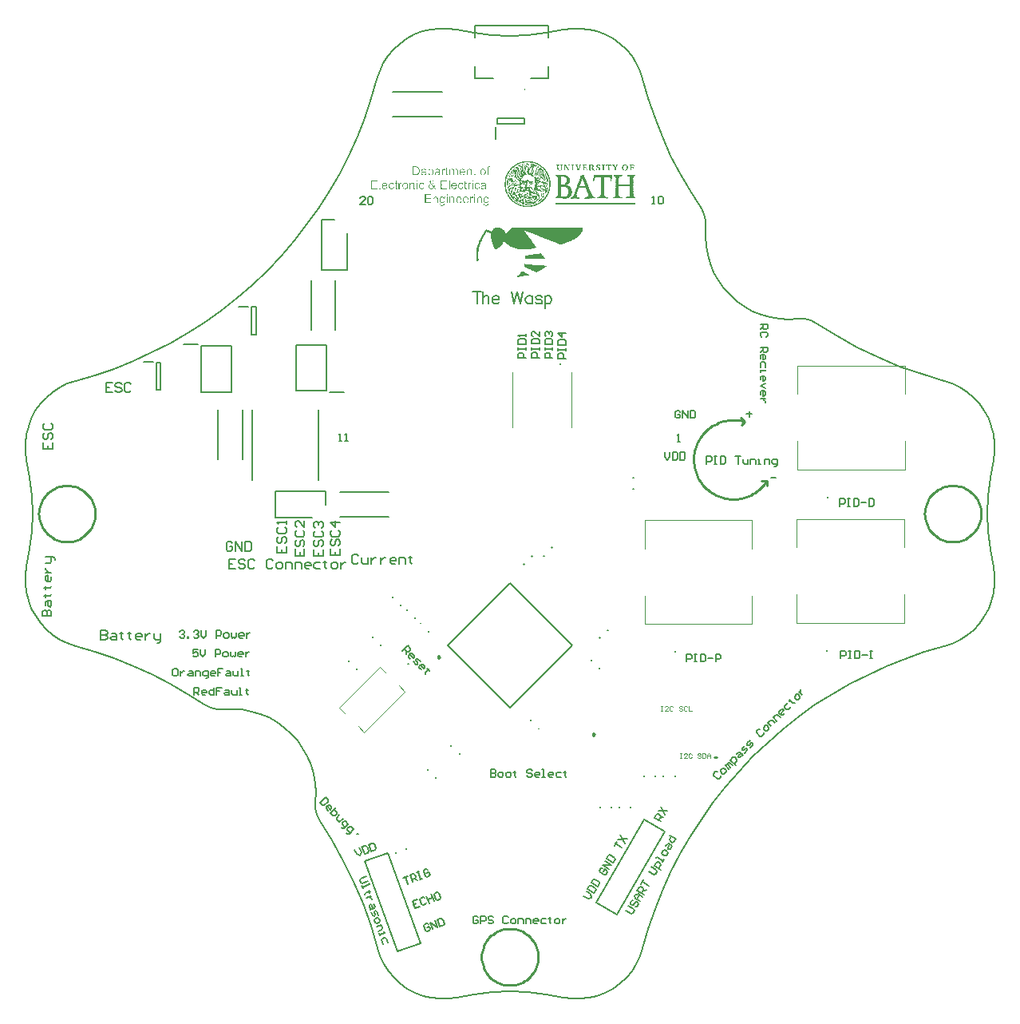
<source format=gto>
%FSTAX23Y23*%
%MOIN*%
%SFA1B1*%

%IPPOS*%
%ADD10C,0.007870*%
%ADD11C,0.010000*%
%ADD12C,0.009840*%
%ADD13C,0.003940*%
%ADD14C,0.005910*%
%ADD15C,0.006020*%
%ADD16C,0.008000*%
%LNflightcontroller-1*%
%LPD*%
G36*
X01931Y01471D02*
X01933D01*
Y01471*
X01933*
Y01471*
X01934*
Y01471*
X01934*
Y01471*
X01935*
Y01471*
X01937*
Y0147*
X01937*
Y01471*
X01937*
Y0147*
X01938*
Y01471*
X01938*
Y0147*
X0194*
Y0147*
X01943*
Y01469*
X01943*
Y0147*
X01943*
Y01469*
X01944*
Y01469*
X01944*
Y01469*
X01945*
Y01469*
X01947*
Y01468*
X01948*
Y01468*
X01949*
Y01468*
X0195*
Y01468*
X0195*
Y01468*
X01951*
Y01467*
X01953*
Y01467*
X01953*
Y01466*
X01955*
Y01466*
X01956*
Y01465*
X01956*
Y01466*
X01957*
Y01465*
X01957*
Y01465*
X01957*
Y01465*
X01958*
Y01465*
X01958*
Y01465*
X0196*
Y01464*
X01961*
Y01464*
X01962*
Y01463*
X01962*
Y01463*
X01964*
Y01462*
X01964*
Y01462*
X01965*
Y01462*
X01966*
Y01461*
X01967*
Y01461*
X01968*
Y0146*
X01969*
Y0146*
X01969*
Y01459*
X01971*
Y01459*
X01971*
Y01459*
X01972*
Y01458*
Y01458*
X01972*
Y01458*
X01973*
Y01458*
X01973*
Y01457*
X01974*
Y01457*
X01975*
Y01457*
X01975*
Y01456*
X01976*
Y01456*
Y01455*
X01977*
Y01455*
X01978*
Y01454*
X01978*
Y01454*
X01979*
Y01454*
X0198*
Y01453*
X0198*
Y01453*
X01981*
Y01452*
X01981*
Y01452*
X01982*
Y01451*
Y01451*
X01983*
Y01451*
X01984*
Y0145*
X01984*
Y0145*
X01985*
Y01449*
X01985*
Y01449*
X01985*
Y01448*
X01986*
Y01448*
X01986*
Y01448*
X01988*
Y01447*
Y01447*
X01988*
Y01446*
X01989*
Y01446*
X01989*
Y01446*
X0199*
Y01445*
X0199*
Y01445*
X0199*
Y01444*
X01991*
Y01444*
X01991*
Y01443*
X01992*
Y01443*
X01992*
Y01443*
X01993*
Y01442*
X01993*
Y01442*
X01993*
Y01441*
X01994*
Y01441*
X01994*
Y0144*
X01995*
Y0144*
X01995*
Y0144*
Y01439*
X01996*
Y01439*
Y01438*
X01996*
Y01438*
Y01437*
X01997*
Y01437*
X01997*
Y01437*
X01998*
Y01436*
X01998*
Y01436*
X01999*
Y01435*
X01999*
Y01435*
X01999*
Y01434*
Y01434*
X02*
Y01434*
Y01433*
X02*
Y01433*
X02001*
Y01432*
X02001*
Y01432*
X02001*
Y01432*
X02002*
Y01431*
Y01431*
X02002*
Y0143*
Y0143*
X02003*
Y01429*
X02003*
Y01429*
X02004*
Y01429*
Y01428*
X02004*
Y01428*
Y01427*
X02004*
Y01427*
X02005*
Y01426*
X02005*
Y01426*
Y01426*
X02006*
Y01425*
X02006*
Y01425*
X02006*
Y01424*
X02007*
Y01424*
X02007*
Y01423*
X02007*
Y01423*
X02007*
Y01423*
X02007*
Y01422*
X02008*
Y01422*
Y01421*
Y01421*
X02008*
Y01421*
X02009*
Y0142*
Y0142*
X02009*
Y01419*
Y01419*
X0201*
Y01418*
Y01418*
Y01418*
X0201*
Y01417*
X0201*
Y01417*
Y01416*
X02011*
Y01416*
Y01415*
X02011*
Y01415*
Y01415*
Y01414*
X02012*
Y01414*
X02012*
Y01413*
X02012*
Y01413*
X02012*
Y01412*
X02013*
Y01412*
X02013*
Y01412*
X02013*
Y01411*
X02013*
Y01411*
Y0141*
X02013*
Y0141*
Y01409*
X02014*
Y01409*
X02013*
Y01409*
X02014*
Y01408*
X02014*
Y01408*
Y01407*
Y01407*
X02015*
Y01407*
Y01406*
Y01406*
X02015*
Y01405*
Y01405*
Y01404*
X02015*
Y01404*
Y01404*
Y01403*
X02016*
Y01403*
Y01402*
Y01402*
X02016*
Y01401*
X02016*
Y01401*
X02016*
Y01401*
Y014*
Y014*
X02017*
Y01399*
Y01399*
Y01398*
X02017*
Y01398*
X02017*
Y01398*
X02017*
Y01397*
Y01397*
Y01396*
X02018*
Y01396*
Y01396*
Y01395*
X02018*
Y01395*
X02018*
Y01394*
X02018*
Y01394*
X02018*
Y01393*
X02018*
Y01393*
X02018*
Y01393*
X02018*
Y01392*
X02018*
Y01392*
Y01391*
Y01391*
X02019*
Y0139*
X02018*
Y0139*
X02019*
Y0139*
X02018*
Y01389*
X02019*
Y01389*
Y01388*
Y01388*
Y01387*
Y01387*
X02019*
Y01387*
X02019*
Y01386*
X02019*
Y01386*
Y01385*
Y01385*
Y01384*
Y01384*
Y01384*
Y01383*
X0202*
Y01383*
X02019*
Y01382*
X0202*
Y01382*
X02019*
Y01382*
X0202*
Y01381*
X02019*
Y01381*
X0202*
Y0138*
X02019*
Y0138*
X0202*
Y01379*
Y01379*
Y01379*
X02019*
Y01378*
X0202*
Y01378*
Y01377*
Y01377*
Y01376*
Y01376*
Y01376*
Y01375*
Y01375*
Y01374*
Y01374*
Y01373*
Y01373*
Y01373*
Y01372*
Y01372*
X02019*
Y01371*
X0202*
Y01371*
X02019*
Y01371*
X0202*
Y0137*
X02019*
Y0137*
X0202*
Y01369*
X02019*
Y01369*
X0202*
Y01368*
X02019*
Y01368*
X0202*
Y01368*
X02019*
Y01367*
Y01367*
Y01366*
Y01366*
Y01365*
Y01365*
Y01365*
X02019*
Y01364*
X02019*
Y01364*
X02019*
Y01363*
Y01363*
Y01362*
Y01362*
Y01362*
X02018*
Y01361*
X02019*
Y01361*
X02018*
Y0136*
X02019*
Y0136*
X02018*
Y01359*
Y01359*
Y01359*
X02018*
Y01358*
Y01358*
Y01357*
Y01357*
Y01357*
X02018*
Y01356*
X02018*
Y01356*
X02018*
Y01355*
Y01355*
Y01354*
X02017*
Y01354*
Y01354*
Y01353*
X02017*
Y01353*
X02017*
Y01352*
X02017*
Y01352*
X02017*
Y01351*
X02017*
Y01351*
Y01351*
Y0135*
X02016*
Y0135*
X02016*
Y01349*
X02016*
Y01349*
X02016*
Y01348*
Y01348*
Y01348*
X02015*
Y01347*
Y01347*
Y01346*
X02015*
Y01346*
Y01345*
Y01345*
X02015*
Y01345*
Y01344*
Y01344*
X02014*
Y01343*
Y01343*
Y01343*
X02014*
Y01342*
Y01342*
Y01341*
X02013*
Y01341*
Y0134*
Y0134*
X02013*
Y0134*
X02013*
Y01339*
X02013*
Y01339*
X02013*
Y01338*
X02012*
Y01338*
Y01337*
Y01337*
X02012*
Y01337*
X02011*
Y01336*
Y01336*
Y01335*
X02011*
Y01335*
Y01334*
Y01334*
X0201*
Y01334*
X0201*
Y01333*
Y01333*
X0201*
Y01332*
Y01332*
X02009*
Y01332*
Y01331*
X02009*
Y01331*
Y0133*
X02008*
Y0133*
Y01329*
X02008*
Y01329*
Y01329*
X02007*
Y01328*
X02007*
Y01328*
Y01327*
Y01327*
X02007*
Y01326*
X02006*
Y01326*
X02006*
Y01326*
X02006*
Y01325*
X02006*
Y01325*
X02005*
Y01324*
X02005*
Y01324*
X02004*
Y01323*
Y01323*
Y01323*
X02004*
Y01322*
X02004*
Y01322*
X02003*
Y01321*
X02003*
Y01321*
X02002*
Y0132*
X02003*
Y0132*
X02002*
Y0132*
X02002*
Y01319*
X02001*
Y01319*
X02001*
Y01318*
X02001*
Y01318*
Y01318*
X02*
Y01317*
Y01317*
X02*
Y01316*
X01999*
Y01316*
X01999*
Y01315*
X01999*
Y01315*
X01998*
Y01315*
X01998*
Y01314*
X01997*
Y01314*
X01998*
Y01313*
X01997*
Y01313*
Y01312*
X01996*
Y01312*
Y01312*
X01996*
Y01311*
X01995*
Y01311*
X01995*
Y0131*
X01994*
Y0131*
X01994*
Y01309*
X01993*
Y01309*
X01993*
Y01309*
X01993*
Y01308*
X01992*
Y01308*
X01992*
Y01307*
X01991*
Y01307*
X01991*
Y01307*
X0199*
Y01306*
X0199*
Y01306*
X0199*
Y01305*
X01989*
Y01305*
X01989*
Y01304*
X01988*
Y01304*
X01988*
Y01304*
X01988*
Y01303*
X01987*
Y01303*
Y01302*
X01985*
Y01302*
X01986*
Y01301*
X01985*
Y01301*
X01984*
Y01301*
X01984*
Y013*
X01983*
Y013*
X01983*
Y01299*
X01982*
Y01299*
X01981*
Y01298*
Y01298*
X0198*
Y01298*
X0198*
Y01297*
X01979*
Y01297*
X01979*
Y01296*
X01978*
Y01296*
X01977*
Y01295*
X01977*
Y01295*
X01976*
Y01295*
X01975*
Y01294*
X01975*
Y01294*
X01974*
Y01293*
X01974*
Y01293*
X01973*
Y01293*
X01972*
Y01292*
X01971*
Y01292*
X01971*
Y01291*
X01969*
Y01291*
X01969*
Y0129*
X01968*
Y0129*
X01967*
Y0129*
X01967*
Y01289*
X01966*
Y0129*
X01966*
Y01289*
X01965*
Y01289*
X01965*
Y01288*
X01965*
Y01289*
X01964*
Y01288*
X01964*
Y01288*
X01962*
Y01287*
X01962*
Y01287*
X01961*
Y01287*
X0196*
Y01286*
X01959*
Y01286*
X01958*
Y01285*
X01957*
Y01285*
X01955*
Y01284*
X01954*
Y01284*
X01953*
Y01284*
X01951*
Y01283*
X0195*
Y01283*
X01949*
Y01282*
X01949*
Y01283*
X01948*
Y01282*
X01948*
Y01282*
X01947*
Y01282*
X01947*
Y01282*
X01945*
Y01282*
X01943*
Y01281*
X0194*
Y01281*
X01939*
Y0128*
X01939*
Y01281*
X01938*
Y0128*
X01935*
Y0128*
X01935*
Y0128*
X01935*
Y0128*
X01932*
Y01279*
X01932*
Y0128*
X01932*
Y01279*
X01931*
Y0128*
X01931*
Y01279*
X0193*
Y0128*
X0193*
Y01279*
X01918*
Y0128*
X01917*
Y01279*
X01917*
Y0128*
X01916*
Y01279*
X01916*
Y0128*
X01915*
Y01279*
X01915*
Y0128*
X01913*
Y0128*
X01912*
Y0128*
X01912*
Y0128*
X01909*
Y01281*
X01909*
Y0128*
X01908*
Y01281*
X01907*
Y01281*
X01907*
Y01281*
X01906*
Y01281*
X01904*
Y01282*
X01903*
Y01282*
X01901*
Y01282*
X019*
Y01282*
X019*
Y01282*
X01899*
Y01283*
X01897*
Y01283*
X01896*
Y01284*
X01895*
Y01284*
X01893*
Y01284*
X01892*
Y01285*
X01891*
Y01285*
X0189*
Y01286*
X01889*
Y01286*
X01887*
Y01287*
X01887*
Y01287*
X01885*
Y01287*
X01885*
Y01288*
X01884*
Y01288*
X01883*
Y01289*
X01882*
Y01289*
X01882*
Y0129*
X01881*
Y01289*
X01881*
Y0129*
X0188*
Y0129*
X0188*
Y0129*
X01879*
Y01291*
X01878*
Y01291*
X01877*
Y01292*
X01876*
Y01292*
X01875*
Y01293*
X01875*
Y01293*
X01873*
Y01293*
X01874*
Y01294*
X01873*
Y01294*
X01872*
Y01295*
X01871*
Y01295*
X01871*
Y01295*
X0187*
Y01296*
X0187*
Y01296*
X01868*
Y01297*
X01869*
Y01297*
X01868*
Y01298*
X01867*
Y01298*
X01867*
Y01298*
X01866*
Y01299*
X01865*
Y01299*
X01865*
Y013*
X01864*
Y013*
X01864*
Y01301*
X01863*
Y01301*
X01863*
Y01301*
X01862*
Y01302*
X01862*
Y01302*
X01861*
Y01303*
X01861*
Y01303*
X0186*
Y01304*
X0186*
Y01304*
X01859*
Y01304*
X01859*
Y01305*
X01858*
Y01305*
X01858*
Y01306*
X01857*
Y01306*
X01857*
Y01307*
X01857*
Y01307*
X01856*
Y01307*
X01856*
Y01308*
X01855*
Y01308*
X01855*
Y01309*
X01854*
Y01309*
X01854*
Y01309*
X01854*
Y0131*
X01853*
Y0131*
X01853*
Y01311*
X01852*
Y01311*
X01852*
Y01312*
X01851*
Y01312*
X01852*
Y01312*
X01851*
Y01313*
Y01313*
X0185*
Y01314*
Y01314*
X0185*
Y01315*
X01849*
Y01315*
X01849*
Y01315*
X01848*
Y01316*
X01848*
Y01316*
Y01317*
X01848*
Y01317*
Y01318*
X01847*
Y01318*
X01847*
Y01318*
X01846*
Y01319*
X01846*
Y01319*
X01846*
Y0132*
Y0132*
X01845*
Y0132*
Y01321*
X01845*
Y01321*
X01844*
Y01322*
X01844*
Y01322*
Y01323*
X01843*
Y01323*
Y01323*
X01843*
Y01324*
X01843*
Y01324*
X01842*
Y01325*
Y01325*
X01841*
Y01326*
X01842*
Y01326*
X01841*
Y01326*
X01841*
Y01327*
X0184*
Y01327*
X01841*
Y01328*
X0184*
Y01328*
X0184*
Y01329*
X0184*
Y01329*
Y01329*
X01839*
Y0133*
Y0133*
X01839*
Y01331*
Y01331*
Y01332*
X01838*
Y01332*
X01838*
Y01332*
Y01333*
X01837*
Y01333*
Y01334*
X01837*
Y01334*
Y01334*
Y01335*
X01837*
Y01335*
X01836*
Y01336*
X01837*
Y01336*
X01836*
Y01337*
X01836*
Y01337*
X01835*
Y01337*
X01836*
Y01338*
X01835*
Y01338*
X01835*
Y01339*
X01835*
Y01339*
X01835*
Y0134*
X01835*
Y0134*
Y0134*
Y01341*
X01834*
Y01341*
X01834*
Y01342*
X01834*
Y01342*
X01834*
Y01343*
X01833*
Y01343*
Y01343*
Y01344*
X01833*
Y01344*
X01833*
Y01345*
X01833*
Y01345*
X01832*
Y01345*
Y01346*
Y01346*
X01832*
Y01347*
X01832*
Y01347*
X01832*
Y01348*
Y01348*
X01832*
Y01348*
Y01349*
X01831*
Y01349*
X01832*
Y0135*
X01831*
Y0135*
Y01351*
Y01351*
X01831*
Y01351*
Y01352*
Y01352*
X0183*
Y01353*
X01831*
Y01353*
X0183*
Y01354*
Y01354*
Y01354*
X0183*
Y01355*
Y01355*
Y01356*
X01829*
Y01356*
X0183*
Y01357*
X01829*
Y01357*
Y01357*
Y01358*
Y01358*
Y01359*
X01829*
Y01359*
Y01359*
Y0136*
Y0136*
Y01361*
X01829*
Y01361*
X01829*
Y01362*
X01829*
Y01362*
X01829*
Y01362*
X01829*
Y01363*
Y01363*
Y01364*
Y01364*
Y01365*
X01828*
Y01365*
X01829*
Y01365*
X01828*
Y01366*
Y01366*
Y01367*
Y01367*
Y01368*
X01828*
Y01368*
X01828*
Y01368*
X01828*
Y01369*
X01828*
Y01369*
X01828*
Y0137*
X01828*
Y0137*
X01828*
Y01371*
X01828*
Y01371*
X01828*
Y01371*
X01828*
Y01372*
X01828*
Y01372*
X01828*
Y01373*
X01828*
Y01373*
X01828*
Y01373*
X01828*
Y01374*
Y01374*
Y01375*
X01828*
Y01375*
X01828*
Y01376*
Y01376*
Y01376*
X01828*
Y01377*
X01828*
Y01377*
X01828*
Y01378*
X01828*
Y01378*
X01828*
Y01379*
X01828*
Y01379*
X01828*
Y01379*
X01828*
Y0138*
X01828*
Y0138*
X01828*
Y01381*
X01828*
Y01381*
X01828*
Y01382*
X01828*
Y01382*
X01828*
Y01382*
X01828*
Y01383*
X01828*
Y01383*
X01828*
Y01384*
Y01384*
Y01384*
Y01385*
Y01385*
X01829*
Y01386*
X01828*
Y01386*
X01829*
Y01387*
Y01387*
Y01387*
Y01388*
Y01388*
X01829*
Y01389*
X01829*
Y01389*
X01829*
Y0139*
X01829*
Y0139*
X01829*
Y0139*
Y01391*
Y01391*
X01829*
Y01392*
X01829*
Y01392*
X01829*
Y01393*
Y01393*
Y01393*
X0183*
Y01394*
X01829*
Y01394*
X0183*
Y01395*
X01829*
Y01395*
X0183*
Y01396*
Y01396*
Y01396*
X0183*
Y01397*
Y01397*
Y01398*
X01831*
Y01398*
X0183*
Y01398*
X01831*
Y01399*
Y01399*
Y014*
X01831*
Y014*
Y01401*
Y01401*
X01832*
Y01401*
X01831*
Y01402*
X01832*
Y01402*
X01832*
Y01403*
X01832*
Y01403*
X01832*
Y01404*
X01832*
Y01404*
X01832*
Y01404*
X01832*
Y01405*
Y01405*
Y01406*
X01833*
Y01406*
X01833*
Y01407*
X01833*
Y01407*
X01833*
Y01407*
Y01408*
Y01408*
X01834*
Y01409*
X01834*
Y01409*
X01834*
Y01409*
X01834*
Y0141*
X01835*
Y0141*
Y01411*
Y01411*
X01835*
Y01412*
Y01412*
Y01412*
X01835*
Y01413*
X01836*
Y01413*
X01835*
Y01414*
X01836*
Y01414*
X01836*
Y01415*
Y01415*
Y01415*
X01837*
Y01416*
X01837*
Y01416*
Y01417*
Y01417*
X01837*
Y01418*
X01838*
Y01418*
Y01418*
Y01419*
X01838*
Y01419*
X01839*
Y0142*
Y0142*
Y01421*
X01839*
Y01421*
X0184*
Y01421*
Y01422*
Y01422*
X0184*
Y01423*
X0184*
Y01423*
X01841*
Y01423*
Y01424*
Y01424*
X01841*
Y01425*
X01842*
Y01425*
Y01426*
X01842*
Y01426*
Y01426*
X01843*
Y01427*
X01843*
Y01427*
X01843*
Y01428*
Y01428*
X01844*
Y01429*
Y01429*
X01844*
Y01429*
X01845*
Y0143*
X01845*
Y0143*
Y01431*
X01846*
Y01431*
Y01432*
X01846*
Y01432*
X01846*
Y01432*
X01847*
Y01433*
X01847*
Y01433*
X01848*
Y01434*
Y01434*
X01848*
Y01434*
X01848*
Y01435*
X01848*
Y01435*
X01849*
Y01436*
X01849*
Y01436*
X0185*
Y01437*
X0185*
Y01437*
X01851*
Y01437*
X01851*
Y01438*
Y01438*
X01852*
Y01439*
X01851*
Y01439*
X01852*
Y0144*
Y0144*
X01853*
Y0144*
Y01441*
X01854*
Y01441*
Y01442*
X01855*
Y01442*
Y01443*
X01855*
Y01443*
X01856*
Y01443*
X01856*
Y01444*
X01857*
Y01444*
X01857*
Y01445*
Y01445*
X01858*
Y01446*
Y01446*
X01859*
Y01446*
Y01447*
X0186*
Y01447*
Y01448*
X01861*
Y01448*
X01862*
Y01448*
X01862*
Y01449*
X01862*
Y01449*
X01863*
Y0145*
X01863*
Y0145*
X01864*
Y01451*
X01864*
Y01451*
X01865*
Y01451*
X01866*
Y01452*
X01866*
Y01452*
X01867*
Y01453*
X01867*
Y01453*
X01868*
Y01454*
X01869*
Y01454*
X01869*
Y01454*
X0187*
Y01455*
X0187*
Y01455*
X01871*
Y01456*
X01872*
Y01456*
X01872*
Y01457*
X01873*
Y01457*
X01874*
Y01457*
X01874*
Y01458*
X01875*
Y01458*
X01875*
Y01458*
X01876*
Y01458*
X01876*
Y01459*
X01876*
Y01459*
X01877*
Y01459*
X01878*
Y0146*
X01879*
Y0146*
X0188*
Y01461*
X0188*
Y01461*
X01882*
Y01462*
X01882*
Y01462*
X01883*
Y01462*
X01884*
Y01463*
X01885*
Y01463*
X01886*
Y01464*
X01887*
Y01464*
X01888*
Y01465*
X01889*
Y01465*
X0189*
Y01465*
X0189*
Y01465*
X0189*
Y01465*
X01891*
Y01466*
X01891*
Y01465*
X01892*
Y01466*
X01892*
Y01466*
X01893*
Y01467*
X01894*
Y01466*
X01894*
Y01467*
X01895*
Y01467*
X01896*
Y01468*
X01896*
Y01467*
X01897*
Y01468*
X01897*
Y01468*
X01898*
Y01468*
X01898*
Y01468*
X01899*
Y01468*
X01901*
Y01469*
X01901*
Y01468*
X01901*
Y01469*
X01903*
Y01469*
X01903*
Y01469*
X01904*
Y01469*
X01904*
Y0147*
X01904*
Y01469*
X01905*
Y0147*
X01907*
Y0147*
X01907*
Y0147*
X01908*
Y0147*
X01909*
Y01471*
X0191*
Y0147*
X0191*
Y01471*
X01913*
Y01471*
X01913*
Y01471*
X01914*
Y01471*
X01914*
Y01471*
X01915*
Y01471*
X01917*
Y01471*
X01917*
Y01471*
X01918*
Y01471*
X01918*
Y01471*
X01918*
Y01471*
X01919*
Y01471*
X01919*
Y01471*
X0192*
Y01471*
X0192*
Y01471*
X01927*
Y01471*
X01928*
Y01471*
X01928*
Y01471*
X01929*
Y01471*
X01929*
Y01471*
X01929*
Y01471*
X0193*
Y01471*
X0193*
Y01471*
X01931*
Y01471*
G37*
G36*
X02221Y01457D02*
X02222D01*
Y01457*
X02222*
Y01457*
X02223*
Y01457*
X02224*
Y01457*
X02224*
Y01457*
X02225*
Y01457*
X02225*
Y01456*
X02226*
Y01457*
X02226*
Y01456*
X02227*
Y01456*
Y01455*
Y01455*
Y01454*
Y01454*
Y01454*
Y01453*
Y01453*
Y01452*
Y01452*
Y01451*
Y01451*
X02227*
Y01451*
X02226*
Y01451*
X02226*
Y01451*
X02225*
Y01451*
X02225*
Y01451*
X02224*
Y01451*
X02224*
Y01451*
X02224*
Y01452*
X02224*
Y01452*
X02224*
Y01453*
Y01453*
Y01454*
Y01454*
Y01454*
X02223*
Y01455*
X02223*
Y01455*
X02222*
Y01455*
X02222*
Y01455*
X02221*
Y01456*
X0222*
Y01455*
X02219*
Y01455*
X02218*
Y01455*
X02218*
Y01455*
X02218*
Y01454*
X02217*
Y01454*
X02217*
Y01454*
X02216*
Y01453*
X02216*
Y01453*
X02216*
Y01452*
X02216*
Y01452*
Y01451*
Y01451*
X02216*
Y01451*
Y0145*
Y0145*
X02217*
Y01449*
X02217*
Y01449*
X02218*
Y01448*
X02219*
Y01448*
X02219*
Y01448*
X0222*
Y01447*
X02221*
Y01447*
X02221*
Y01446*
X02222*
Y01447*
X02222*
Y01446*
X02223*
Y01446*
X02223*
Y01446*
X02224*
Y01445*
X02225*
Y01445*
X02225*
Y01444*
X02226*
Y01444*
X02226*
Y01443*
X02227*
Y01443*
X02226*
Y01443*
X02227*
Y01442*
Y01442*
X02227*
Y01441*
Y01441*
Y0144*
Y0144*
Y0144*
Y01439*
Y01439*
Y01438*
Y01438*
Y01437*
Y01437*
X02227*
Y01437*
Y01436*
X02227*
Y01436*
Y01435*
X02226*
Y01435*
X02226*
Y01434*
X02225*
Y01434*
X02225*
Y01434*
X02224*
Y01433*
X02224*
Y01433*
X02223*
Y01432*
X02221*
Y01432*
X02219*
Y01432*
X02219*
Y01432*
X02218*
Y01432*
X02218*
Y01432*
X02218*
Y01432*
X02217*
Y01432*
X02217*
Y01432*
X02216*
Y01432*
X02213*
Y01432*
X02211*
Y01433*
X0221*
Y01433*
Y01434*
Y01434*
Y01434*
Y01435*
Y01435*
Y01436*
Y01436*
X0221*
Y01437*
X0221*
Y01437*
X0221*
Y01437*
X0221*
Y01438*
X0221*
Y01438*
X0221*
Y01439*
X0221*
Y01439*
X0221*
Y0144*
X0221*
Y0144*
X0221*
Y0144*
X02211*
Y0144*
X02211*
Y0144*
X02212*
Y0144*
X02212*
Y0144*
X02213*
Y0144*
X02213*
Y0144*
Y01439*
Y01439*
X02213*
Y01438*
Y01438*
Y01437*
Y01437*
Y01437*
X02214*
Y01436*
X02213*
Y01436*
X02214*
Y01435*
X02213*
Y01435*
X02214*
Y01434*
X02214*
Y01434*
X02215*
Y01434*
X02215*
Y01434*
X02216*
Y01434*
X02216*
Y01434*
X02219*
Y01434*
X02219*
Y01434*
X0222*
Y01434*
X0222*
Y01435*
X02221*
Y01435*
Y01436*
X02222*
Y01436*
Y01437*
X02222*
Y01437*
X02222*
Y01437*
X02222*
Y01438*
X02222*
Y01438*
X02222*
Y01439*
X02222*
Y01439*
Y0144*
X02221*
Y0144*
X02221*
Y0144*
X02221*
Y01441*
X0222*
Y01441*
X02219*
Y01442*
X02219*
Y01442*
X02218*
Y01443*
X02217*
Y01443*
X02217*
Y01443*
X02216*
Y01444*
X02215*
Y01444*
X02215*
Y01445*
X02213*
Y01445*
X02213*
Y01446*
X02213*
Y01446*
X02213*
Y01446*
X02212*
Y01447*
Y01447*
X02212*
Y01448*
X02211*
Y01448*
Y01448*
Y01449*
X02211*
Y01449*
X02211*
Y0145*
X02211*
Y0145*
Y01451*
Y01451*
X02211*
Y01451*
X02211*
Y01452*
X02211*
Y01452*
Y01453*
X02212*
Y01453*
Y01454*
X02212*
Y01454*
Y01454*
X02213*
Y01455*
Y01455*
X02214*
Y01456*
X02214*
Y01456*
X02215*
Y01457*
X02215*
Y01457*
X02216*
Y01457*
X02216*
Y01457*
X02217*
Y01457*
X02219*
Y01458*
X0222*
Y01457*
X0222*
Y01458*
X02221*
Y01457*
G37*
G36*
X02368Y01457D02*
X02368D01*
Y01456*
X02369*
Y01456*
X02368*
Y01455*
X02369*
Y01455*
X02368*
Y01454*
X02369*
Y01454*
X02368*
Y01454*
X02369*
Y01453*
X02368*
Y01453*
X02369*
Y01452*
X02368*
Y01452*
X02369*
Y01451*
X02368*
Y01451*
X02369*
Y01451*
X02368*
Y0145*
X02368*
Y01451*
X02368*
Y0145*
X02367*
Y01451*
X02367*
Y0145*
X02366*
Y01451*
X02366*
Y01451*
X02366*
Y01451*
X02366*
Y01452*
Y01452*
Y01453*
Y01453*
Y01454*
X02366*
Y01454*
X02365*
Y01454*
X02365*
Y01455*
X02364*
Y01454*
X02364*
Y01455*
X02363*
Y01454*
X02363*
Y01455*
X02363*
Y01454*
X02362*
Y01455*
X02362*
Y01454*
X02361*
Y01455*
X02361*
Y01454*
X0236*
Y01455*
X0236*
Y01454*
X0236*
Y01455*
X02359*
Y01454*
X02359*
Y01455*
X02358*
Y01454*
X02358*
Y01454*
X02358*
Y01454*
X02358*
Y01453*
X02358*
Y01453*
X02358*
Y01452*
X02358*
Y01452*
X02358*
Y01451*
X02358*
Y01451*
X02358*
Y01451*
X02358*
Y0145*
X02358*
Y0145*
X02358*
Y01449*
X02358*
Y01449*
X02358*
Y01448*
X02358*
Y01448*
X02358*
Y01448*
X02358*
Y01447*
X02358*
Y01447*
X02358*
Y01446*
X02358*
Y01446*
X02358*
Y01446*
X02363*
Y01446*
X02364*
Y01446*
X02363*
Y01447*
X02364*
Y01447*
X02363*
Y01448*
X02364*
Y01448*
Y01448*
Y01449*
X02364*
Y01448*
X02365*
Y01449*
X02365*
Y01448*
X02366*
Y01449*
X02366*
Y01448*
Y01448*
Y01448*
Y01447*
Y01447*
Y01446*
Y01446*
Y01446*
Y01445*
Y01445*
Y01444*
Y01444*
Y01443*
Y01443*
Y01443*
Y01442*
Y01442*
Y01441*
Y01441*
Y0144*
Y0144*
X02366*
Y0144*
X02365*
Y0144*
X02365*
Y0144*
X02364*
Y0144*
X02364*
Y0144*
X02363*
Y01441*
X02364*
Y01441*
X02363*
Y01442*
X02364*
Y01442*
X02363*
Y01443*
Y01443*
X02358*
Y01443*
X02358*
Y01442*
X02358*
Y01442*
X02358*
Y01441*
X02358*
Y01441*
X02358*
Y0144*
X02358*
Y0144*
X02358*
Y0144*
X02358*
Y01439*
X02358*
Y01439*
X02358*
Y01438*
X02358*
Y01438*
X02358*
Y01437*
X02358*
Y01437*
X02358*
Y01437*
X02358*
Y01436*
X02358*
Y01436*
X02358*
Y01435*
X02358*
Y01435*
X02358*
Y01434*
X02358*
Y01434*
X02359*
Y01434*
X0236*
Y01433*
X0236*
Y01434*
X02361*
Y01433*
X02361*
Y01433*
Y01432*
Y01432*
X02361*
Y01432*
X0236*
Y01432*
X0236*
Y01432*
X0236*
Y01432*
X02359*
Y01432*
X02359*
Y01432*
X02358*
Y01432*
X02358*
Y01432*
X02357*
Y01432*
X02357*
Y01432*
X02357*
Y01432*
X02356*
Y01432*
X02356*
Y01432*
X02355*
Y01432*
X02355*
Y01432*
X02355*
Y01432*
X02354*
Y01432*
X02354*
Y01432*
X02353*
Y01432*
X02353*
Y01432*
X02352*
Y01432*
X02352*
Y01432*
X02352*
Y01432*
X02351*
Y01432*
X02351*
Y01432*
X0235*
Y01432*
Y01432*
Y01433*
Y01433*
Y01434*
X02351*
Y01433*
X02351*
Y01434*
X02352*
Y01434*
X02353*
Y01434*
X02353*
Y01435*
Y01435*
Y01436*
Y01436*
Y01437*
Y01437*
Y01437*
Y01438*
Y01438*
Y01439*
Y01439*
Y0144*
Y0144*
Y0144*
Y01441*
Y01441*
Y01442*
Y01442*
Y01443*
Y01443*
Y01443*
Y01444*
Y01444*
Y01445*
Y01445*
Y01446*
Y01446*
Y01446*
Y01447*
Y01447*
Y01448*
Y01448*
Y01448*
Y01449*
Y01449*
Y0145*
Y0145*
Y01451*
Y01451*
Y01451*
Y01452*
Y01452*
Y01453*
Y01453*
Y01454*
Y01454*
Y01454*
X02353*
Y01455*
X0235*
Y01455*
X0235*
Y01456*
X0235*
Y01456*
X0235*
Y01457*
X0235*
Y01457*
X0235*
Y01457*
X02351*
Y01457*
X02351*
Y01457*
X02352*
Y01457*
X02352*
Y01457*
X02352*
Y01457*
X02353*
Y01457*
X02353*
Y01457*
X02354*
Y01457*
X02354*
Y01457*
X02355*
Y01457*
X02355*
Y01457*
X02355*
Y01457*
X02356*
Y01457*
X02356*
Y01457*
X02357*
Y01457*
X02357*
Y01457*
X02357*
Y01457*
X02358*
Y01457*
X02358*
Y01457*
X02359*
Y01457*
X02359*
Y01457*
X0236*
Y01457*
X0236*
Y01457*
X0236*
Y01457*
X02361*
Y01457*
X02361*
Y01457*
X02362*
Y01457*
X02362*
Y01457*
X02363*
Y01457*
X02363*
Y01457*
X02363*
Y01457*
X02364*
Y01457*
X02364*
Y01457*
X02365*
Y01457*
X02365*
Y01457*
X02366*
Y01457*
X02366*
Y01457*
X02366*
Y01457*
X02367*
Y01457*
X02367*
Y01457*
X02368*
Y01457*
X02368*
Y01457*
G37*
G36*
X02331Y01457D02*
X02334D01*
Y01457*
X02335*
Y01456*
X02335*
Y01457*
X02335*
Y01456*
X02337*
Y01456*
X02337*
Y01455*
X02338*
Y01455*
Y01454*
X02339*
Y01454*
X0234*
Y01454*
X0234*
Y01453*
Y01453*
X02341*
Y01452*
Y01452*
X02341*
Y01451*
Y01451*
X02342*
Y01451*
X02342*
Y0145*
X02343*
Y0145*
X02342*
Y01449*
X02343*
Y01449*
Y01448*
X02343*
Y01448*
Y01448*
X02343*
Y01447*
X02343*
Y01447*
X02343*
Y01446*
X02343*
Y01446*
X02343*
Y01446*
Y01445*
Y01445*
Y01444*
Y01444*
Y01443*
Y01443*
Y01443*
Y01442*
Y01442*
Y01441*
X02343*
Y01441*
X02343*
Y0144*
X02343*
Y0144*
Y0144*
Y01439*
X02343*
Y01439*
X02342*
Y01438*
X02343*
Y01438*
X02342*
Y01437*
X02342*
Y01437*
Y01437*
Y01436*
X02341*
Y01436*
X02341*
Y01435*
X02341*
Y01435*
X0234*
Y01434*
X0234*
Y01434*
X02339*
Y01434*
X02339*
Y01433*
X02338*
Y01433*
X02338*
Y01432*
X02337*
Y01432*
X02335*
Y01432*
X02334*
Y01431*
X02329*
Y01432*
X02328*
Y01431*
X02328*
Y01432*
X02327*
Y01432*
X02327*
Y01432*
X02327*
Y01432*
X02325*
Y01432*
X02325*
Y01433*
X02324*
Y01433*
X02323*
Y01434*
X02323*
Y01434*
X02322*
Y01434*
X02322*
Y01435*
X02321*
Y01435*
X02321*
Y01436*
X02321*
Y01436*
X0232*
Y01437*
X0232*
Y01437*
Y01437*
Y01438*
X02319*
Y01438*
Y01439*
Y01439*
X02319*
Y0144*
X02318*
Y0144*
X02319*
Y0144*
X02318*
Y01441*
Y01441*
Y01442*
X02318*
Y01442*
X02318*
Y01443*
X02318*
Y01443*
X02318*
Y01443*
X02318*
Y01444*
Y01444*
Y01445*
X02318*
Y01445*
X02318*
Y01446*
X02318*
Y01446*
Y01446*
Y01447*
Y01447*
Y01448*
X02319*
Y01448*
X02318*
Y01448*
X02319*
Y01449*
Y01449*
Y0145*
X02319*
Y0145*
X0232*
Y01451*
X02319*
Y01451*
X0232*
Y01451*
X0232*
Y01452*
X02321*
Y01452*
Y01453*
X02321*
Y01453*
Y01454*
X02322*
Y01454*
Y01454*
X02323*
Y01455*
X02324*
Y01455*
X02324*
Y01456*
X02325*
Y01456*
X02327*
Y01457*
X02327*
Y01457*
X02327*
Y01457*
X02328*
Y01457*
X02331*
Y01457*
X02331*
Y01457*
G37*
G36*
X02301Y01457D02*
X02302D01*
Y01456*
X02302*
Y01456*
X02302*
Y01455*
X02302*
Y01455*
X023*
Y01454*
X02299*
Y01454*
X02299*
Y01454*
Y01453*
X02299*
Y01453*
Y01452*
X02298*
Y01452*
X02298*
Y01451*
X02297*
Y01451*
X02298*
Y01451*
X02297*
Y0145*
X02297*
Y0145*
X02296*
Y01449*
Y01449*
Y01448*
X02296*
Y01448*
X02296*
Y01448*
Y01447*
X02295*
Y01447*
Y01446*
X02295*
Y01446*
X02294*
Y01446*
Y01445*
X02294*
Y01445*
Y01444*
X02293*
Y01444*
X02293*
Y01443*
Y01443*
X02293*
Y01443*
Y01442*
Y01442*
Y01441*
Y01441*
Y0144*
Y0144*
Y0144*
Y01439*
Y01439*
Y01438*
Y01438*
Y01437*
Y01437*
Y01437*
Y01436*
Y01436*
Y01435*
Y01435*
Y01434*
Y01434*
X02293*
Y01434*
X02295*
Y01433*
X02295*
Y01434*
X02296*
Y01433*
X02296*
Y01433*
X02296*
Y01432*
X02296*
Y01432*
X02296*
Y01432*
X02295*
Y01432*
X02295*
Y01432*
X02294*
Y01432*
X02294*
Y01432*
X02293*
Y01432*
X02293*
Y01432*
X02293*
Y01432*
X02292*
Y01432*
X02292*
Y01432*
X02291*
Y01432*
X02291*
Y01432*
X02291*
Y01432*
X0229*
Y01432*
X0229*
Y01432*
X02289*
Y01432*
X02289*
Y01432*
X02288*
Y01432*
X02288*
Y01432*
X02288*
Y01432*
X02287*
Y01432*
X02287*
Y01432*
X02286*
Y01432*
X02286*
Y01432*
X02285*
Y01432*
X02285*
Y01432*
X02285*
Y01432*
Y01433*
Y01433*
X02285*
Y01434*
X02286*
Y01434*
X02287*
Y01434*
X02287*
Y01434*
X02288*
Y01434*
X02288*
Y01435*
X02288*
Y01435*
Y01436*
Y01436*
X02288*
Y01437*
X02288*
Y01437*
Y01437*
Y01438*
X02288*
Y01438*
X02288*
Y01439*
Y01439*
Y0144*
X02288*
Y0144*
X02288*
Y0144*
Y01441*
Y01441*
X02288*
Y01442*
X02288*
Y01442*
X02287*
Y01443*
Y01443*
X02287*
Y01443*
Y01444*
X02286*
Y01444*
Y01445*
X02286*
Y01445*
Y01446*
X02285*
Y01446*
X02285*
Y01446*
Y01447*
Y01447*
X02285*
Y01448*
X02284*
Y01448*
Y01448*
Y01449*
X02284*
Y01449*
X02283*
Y0145*
X02283*
Y0145*
X02283*
Y01451*
X02283*
Y01451*
X02282*
Y01451*
X02282*
Y01452*
Y01452*
Y01453*
X02282*
Y01453*
X02281*
Y01454*
Y01454*
X02281*
Y01454*
Y01455*
X02278*
Y01455*
X02278*
Y01456*
X02278*
Y01456*
X02278*
Y01457*
X02278*
Y01457*
X02278*
Y01457*
X02279*
Y01457*
X02279*
Y01457*
X02279*
Y01457*
X0228*
Y01457*
X0228*
Y01457*
X02281*
Y01457*
X02281*
Y01457*
X02282*
Y01457*
X02282*
Y01457*
X02282*
Y01457*
X02283*
Y01457*
X02283*
Y01457*
X02284*
Y01457*
X02284*
Y01457*
X02285*
Y01457*
X02285*
Y01457*
X02285*
Y01457*
X02286*
Y01457*
X02286*
Y01457*
X02287*
Y01457*
X02287*
Y01457*
X02288*
Y01457*
X02288*
Y01457*
X02288*
Y01457*
Y01456*
Y01456*
Y01455*
Y01455*
X02286*
Y01454*
X02286*
Y01454*
X02286*
Y01454*
X02287*
Y01453*
X02286*
Y01453*
X02287*
Y01452*
X02287*
Y01452*
X02288*
Y01451*
X02287*
Y01451*
X02288*
Y01451*
X02288*
Y0145*
X02288*
Y0145*
Y01449*
Y01449*
X02289*
Y01448*
X02289*
Y01448*
X02289*
Y01448*
X0229*
Y01447*
Y01447*
X0229*
Y01446*
Y01446*
Y01446*
X02291*
Y01445*
X02291*
Y01446*
X02291*
Y01446*
X02292*
Y01446*
Y01447*
X02292*
Y01447*
Y01448*
X02293*
Y01448*
X02293*
Y01448*
X02293*
Y01449*
X02293*
Y01449*
X02293*
Y0145*
X02294*
Y0145*
X02294*
Y01451*
Y01451*
X02295*
Y01451*
Y01452*
X02295*
Y01452*
X02296*
Y01453*
X02296*
Y01453*
X02296*
Y01454*
X02296*
Y01454*
X02296*
Y01454*
X02296*
Y01455*
X02294*
Y01455*
X02293*
Y01456*
X02294*
Y01456*
X02293*
Y01457*
X02294*
Y01457*
X02294*
Y01457*
X02295*
Y01457*
X02295*
Y01457*
X02296*
Y01457*
X02296*
Y01457*
X02296*
Y01457*
X02297*
Y01457*
X02297*
Y01457*
X02298*
Y01457*
X02298*
Y01457*
X02299*
Y01457*
X02299*
Y01457*
X02299*
Y01457*
X023*
Y01457*
X023*
Y01457*
X02301*
Y01457*
X02301*
Y01457*
G37*
G36*
X02273D02*
X02274D01*
Y01456*
Y01456*
Y01455*
Y01455*
Y01454*
Y01454*
Y01454*
Y01453*
Y01453*
Y01452*
Y01452*
Y01451*
Y01451*
Y01451*
Y0145*
X02273*
Y0145*
X02273*
Y0145*
X02272*
Y0145*
X02272*
Y0145*
X02271*
Y0145*
X02271*
Y0145*
Y01451*
Y01451*
Y01451*
Y01452*
X02271*
Y01452*
Y01453*
Y01453*
Y01454*
Y01454*
X0227*
Y01454*
X0227*
Y01455*
X02269*
Y01454*
X02269*
Y01455*
X02268*
Y01454*
X02268*
Y01455*
X02268*
Y01454*
X02267*
Y01455*
X02267*
Y01454*
X02266*
Y01455*
X02266*
Y01454*
X02266*
Y01455*
X02265*
Y01454*
X02266*
Y01454*
X02265*
Y01454*
X02266*
Y01453*
X02265*
Y01453*
X02266*
Y01452*
X02265*
Y01452*
X02266*
Y01451*
X02265*
Y01451*
X02266*
Y01451*
X02265*
Y0145*
X02266*
Y0145*
X02265*
Y01449*
X02266*
Y01449*
X02265*
Y01448*
X02266*
Y01448*
X02265*
Y01448*
X02266*
Y01447*
X02265*
Y01447*
X02266*
Y01446*
X02265*
Y01446*
X02266*
Y01446*
X02265*
Y01445*
X02266*
Y01445*
X02265*
Y01444*
X02266*
Y01444*
X02265*
Y01443*
X02266*
Y01443*
X02265*
Y01443*
X02266*
Y01442*
X02265*
Y01442*
X02266*
Y01441*
X02265*
Y01441*
X02266*
Y0144*
X02265*
Y0144*
X02266*
Y0144*
X02265*
Y01439*
X02266*
Y01439*
X02265*
Y01438*
X02266*
Y01438*
X02265*
Y01437*
X02266*
Y01437*
X02265*
Y01437*
X02266*
Y01436*
X02265*
Y01436*
X02266*
Y01435*
X02265*
Y01435*
X02266*
Y01434*
X02265*
Y01434*
X02266*
Y01434*
X02268*
Y01433*
X02268*
Y01434*
X02268*
Y01433*
X02269*
Y01433*
X02268*
Y01432*
X02269*
Y01432*
X02268*
Y01432*
X02268*
Y01432*
X02268*
Y01432*
X02267*
Y01432*
X02267*
Y01432*
X02266*
Y01432*
X02266*
Y01432*
X02266*
Y01432*
X02265*
Y01432*
X02265*
Y01432*
X02264*
Y01432*
X02264*
Y01432*
X02263*
Y01432*
X02263*
Y01432*
X02263*
Y01432*
X02262*
Y01432*
X02262*
Y01432*
X02261*
Y01432*
X02261*
Y01432*
X0226*
Y01432*
X0226*
Y01432*
X0226*
Y01432*
X02259*
Y01432*
X02259*
Y01432*
X02258*
Y01432*
X02258*
Y01432*
X02257*
Y01432*
X02257*
Y01433*
X02257*
Y01433*
X02258*
Y01434*
X02259*
Y01434*
X0226*
Y01434*
X0226*
Y01434*
X0226*
Y01434*
Y01435*
Y01435*
Y01436*
Y01436*
Y01437*
Y01437*
Y01437*
Y01438*
Y01438*
Y01439*
Y01439*
Y0144*
Y0144*
Y0144*
Y01441*
Y01441*
Y01442*
Y01442*
Y01443*
Y01443*
Y01443*
Y01444*
Y01444*
Y01445*
Y01445*
Y01446*
Y01446*
Y01446*
Y01447*
Y01447*
Y01448*
Y01448*
Y01448*
Y01449*
Y01449*
Y0145*
Y0145*
Y01451*
Y01451*
Y01451*
Y01452*
Y01452*
Y01453*
Y01453*
Y01454*
Y01454*
Y01454*
Y01455*
X0226*
Y01454*
X0226*
Y01455*
X02259*
Y01454*
X02259*
Y01455*
X02258*
Y01454*
X02258*
Y01455*
X02257*
Y01454*
X02257*
Y01455*
X02257*
Y01454*
X02256*
Y01455*
X02256*
Y01454*
X02255*
Y01454*
X02255*
Y01454*
X02255*
Y01453*
X02255*
Y01453*
X02255*
Y01452*
X02255*
Y01452*
Y01451*
Y01451*
Y01451*
Y0145*
X02254*
Y0145*
X02254*
Y0145*
X02254*
Y0145*
X02253*
Y0145*
X02253*
Y0145*
X02252*
Y0145*
X02252*
Y01451*
Y01451*
Y01451*
Y01452*
Y01452*
Y01453*
Y01453*
Y01454*
Y01454*
Y01454*
Y01455*
Y01455*
Y01456*
Y01456*
Y01457*
X02252*
Y01457*
X02253*
Y01457*
X02253*
Y01457*
X02254*
Y01457*
X02254*
Y01457*
X02254*
Y01457*
X02255*
Y01457*
X02255*
Y01457*
X02256*
Y01457*
X02256*
Y01457*
X02257*
Y01457*
X02257*
Y01457*
X02257*
Y01457*
X02258*
Y01457*
X02258*
Y01457*
X02259*
Y01457*
X02259*
Y01457*
X0226*
Y01457*
X0226*
Y01457*
X0226*
Y01457*
X02261*
Y01457*
X02261*
Y01457*
X02262*
Y01457*
X02262*
Y01457*
X02263*
Y01457*
X02263*
Y01457*
X02263*
Y01457*
X02264*
Y01457*
X02264*
Y01457*
X02265*
Y01457*
X02265*
Y01457*
X02266*
Y01457*
X02266*
Y01457*
X02266*
Y01457*
X02267*
Y01457*
X02267*
Y01457*
X02268*
Y01457*
X02268*
Y01457*
X02268*
Y01457*
X02269*
Y01457*
X02269*
Y01457*
X0227*
Y01457*
X0227*
Y01457*
X02271*
Y01457*
X02271*
Y01457*
X02271*
Y01457*
X02272*
Y01457*
X02272*
Y01457*
X02273*
Y01457*
X02273*
Y01457*
G37*
G36*
X02246D02*
X02246D01*
Y01456*
X02246*
Y01456*
X02246*
Y01455*
X02246*
Y01455*
X02243*
Y01454*
X02243*
Y01454*
X02243*
Y01454*
Y01453*
Y01453*
X02243*
Y01452*
X02243*
Y01452*
Y01451*
Y01451*
X02243*
Y01451*
X02243*
Y0145*
Y0145*
Y01449*
X02243*
Y01449*
X02243*
Y01448*
Y01448*
Y01448*
X02243*
Y01447*
X02243*
Y01447*
Y01446*
Y01446*
X02243*
Y01446*
X02243*
Y01445*
Y01445*
Y01444*
X02243*
Y01444*
X02243*
Y01443*
Y01443*
Y01443*
X02243*
Y01442*
X02243*
Y01442*
Y01441*
Y01441*
X02243*
Y0144*
X02243*
Y0144*
Y0144*
Y01439*
X02243*
Y01439*
X02243*
Y01438*
Y01438*
Y01437*
X02243*
Y01437*
X02243*
Y01437*
Y01436*
Y01436*
X02243*
Y01435*
X02243*
Y01435*
Y01434*
Y01434*
X02243*
Y01434*
X02246*
Y01433*
X02246*
Y01433*
Y01432*
X02246*
Y01432*
X02246*
Y01432*
X02246*
Y01432*
X02246*
Y01432*
X02245*
Y01432*
X02245*
Y01432*
X02244*
Y01432*
X02244*
Y01432*
X02243*
Y01432*
X02243*
Y01432*
X02243*
Y01432*
X02242*
Y01432*
X02242*
Y01432*
X02241*
Y01432*
X02241*
Y01432*
X02241*
Y01432*
X0224*
Y01432*
X0224*
Y01432*
X02239*
Y01432*
X02239*
Y01432*
X02238*
Y01432*
X02238*
Y01432*
X02238*
Y01432*
X02237*
Y01432*
X02237*
Y01432*
X02236*
Y01432*
X02236*
Y01432*
X02235*
Y01432*
X02235*
Y01432*
X02235*
Y01432*
X02235*
Y01433*
Y01433*
Y01434*
X02235*
Y01433*
X02236*
Y01434*
X02237*
Y01434*
X02238*
Y01434*
X02238*
Y01435*
X02238*
Y01435*
X02238*
Y01436*
X02238*
Y01436*
X02238*
Y01437*
X02238*
Y01437*
X02238*
Y01437*
X02238*
Y01438*
X02238*
Y01438*
X02238*
Y01439*
X02238*
Y01439*
X02238*
Y0144*
X02238*
Y0144*
X02238*
Y0144*
X02238*
Y01441*
X02238*
Y01441*
X02238*
Y01442*
X02238*
Y01442*
X02238*
Y01443*
X02238*
Y01443*
X02238*
Y01443*
X02238*
Y01444*
X02238*
Y01444*
X02238*
Y01445*
X02238*
Y01445*
X02238*
Y01446*
X02238*
Y01446*
X02238*
Y01446*
X02238*
Y01447*
X02238*
Y01447*
X02238*
Y01448*
X02238*
Y01448*
X02238*
Y01448*
X02238*
Y01449*
X02238*
Y01449*
X02238*
Y0145*
X02238*
Y0145*
X02238*
Y01451*
X02238*
Y01451*
X02238*
Y01451*
X02238*
Y01452*
X02238*
Y01452*
X02238*
Y01453*
X02238*
Y01453*
X02238*
Y01454*
X02238*
Y01454*
X02238*
Y01454*
X02238*
Y01455*
X02235*
Y01455*
Y01456*
X02235*
Y01456*
X02235*
Y01457*
X02235*
Y01457*
X02236*
Y01457*
X02236*
Y01457*
X02237*
Y01457*
X02237*
Y01457*
X02238*
Y01457*
X02238*
Y01457*
X02238*
Y01457*
X02239*
Y01457*
X02239*
Y01457*
X0224*
Y01457*
X0224*
Y01457*
X02241*
Y01457*
X02241*
Y01457*
X02241*
Y01457*
X02242*
Y01457*
X02242*
Y01457*
X02243*
Y01457*
X02243*
Y01457*
X02243*
Y01457*
X02244*
Y01457*
X02244*
Y01457*
X02245*
Y01457*
X02245*
Y01457*
X02246*
Y01457*
X02246*
Y01457*
G37*
G36*
X02193D02*
X02194D01*
Y01456*
X02194*
Y01457*
X02195*
Y01456*
X02196*
Y01456*
X02197*
Y01455*
X02198*
Y01455*
X02198*
Y01454*
X02199*
Y01454*
X02199*
Y01454*
X02199*
Y01453*
Y01453*
Y01452*
X022*
Y01452*
Y01451*
Y01451*
Y01451*
Y0145*
X022*
Y0145*
X022*
Y01449*
Y01449*
Y01448*
X02199*
Y01448*
Y01448*
Y01447*
X02199*
Y01447*
X02199*
Y01446*
X02198*
Y01446*
X02198*
Y01446*
X02197*
Y01445*
X02197*
Y01445*
X02196*
Y01445*
X02196*
Y01445*
X02196*
Y01444*
X02195*
Y01445*
X02195*
Y01444*
X02194*
Y01444*
X02195*
Y01443*
X02196*
Y01443*
X02196*
Y01443*
X02197*
Y01442*
X02197*
Y01442*
X02198*
Y01441*
X02197*
Y01441*
X02198*
Y0144*
Y0144*
X02199*
Y0144*
X02198*
Y01439*
X02199*
Y01439*
X02199*
Y01438*
Y01438*
Y01437*
X02199*
Y01437*
X02199*
Y01437*
X02199*
Y01436*
Y01436*
X022*
Y01435*
Y01435*
X022*
Y01434*
X02201*
Y01434*
X02201*
Y01434*
X02202*
Y01433*
X02203*
Y01434*
X02203*
Y01433*
X02204*
Y01434*
X02204*
Y01433*
X02204*
Y01433*
X02204*
Y01432*
X02204*
Y01432*
X02204*
Y01432*
X02203*
Y01431*
X02202*
Y01432*
X02202*
Y01431*
X02202*
Y01432*
X02201*
Y01431*
X02201*
Y01432*
X022*
Y01431*
X022*
Y01432*
X02199*
Y01431*
X02199*
Y01432*
X02198*
Y01432*
X02196*
Y01432*
X02196*
Y01433*
X02196*
Y01433*
X02195*
Y01434*
X02195*
Y01434*
X02195*
Y01434*
X02195*
Y01435*
X02194*
Y01435*
X02194*
Y01436*
X02194*
Y01436*
X02194*
Y01437*
Y01437*
X02193*
Y01437*
Y01438*
X02193*
Y01438*
X02193*
Y01439*
X02193*
Y01439*
X02193*
Y0144*
Y0144*
Y0144*
X02192*
Y01441*
X02192*
Y01441*
X02191*
Y01442*
X02191*
Y01442*
X0219*
Y01443*
X02189*
Y01442*
X02189*
Y01443*
X02188*
Y01443*
X02187*
Y01443*
X02187*
Y01442*
Y01442*
Y01441*
X02187*
Y01441*
X02187*
Y0144*
Y0144*
Y0144*
X02187*
Y01439*
X02187*
Y01439*
Y01438*
Y01438*
X02187*
Y01437*
X02187*
Y01437*
Y01437*
Y01436*
X02187*
Y01436*
X02187*
Y01435*
Y01435*
Y01434*
X02187*
Y01434*
X02188*
Y01434*
X02188*
Y01433*
X0219*
Y01433*
Y01432*
Y01432*
Y01432*
X02189*
Y01431*
X02189*
Y01432*
X02188*
Y01431*
X02188*
Y01432*
X02188*
Y01431*
X02187*
Y01432*
X02187*
Y01431*
X02186*
Y01432*
X02186*
Y01431*
X02185*
Y01432*
X02185*
Y01431*
X02185*
Y01432*
X02184*
Y01431*
X02184*
Y01432*
X02183*
Y01431*
X02183*
Y01432*
X02182*
Y01431*
X02182*
Y01432*
X02182*
Y01431*
X02181*
Y01432*
X02181*
Y01431*
X0218*
Y01432*
X0218*
Y01431*
X02179*
Y01432*
X02179*
Y01432*
Y01432*
Y01433*
Y01433*
X02181*
Y01434*
X02181*
Y01433*
X02182*
Y01434*
Y01434*
Y01434*
X02182*
Y01435*
Y01435*
Y01436*
X02182*
Y01436*
X02182*
Y01437*
Y01437*
Y01437*
X02182*
Y01438*
X02182*
Y01438*
Y01439*
Y01439*
X02182*
Y0144*
X02182*
Y0144*
Y0144*
Y01441*
X02182*
Y01441*
X02182*
Y01442*
Y01442*
Y01443*
X02182*
Y01443*
X02182*
Y01443*
Y01444*
Y01444*
X02182*
Y01445*
X02182*
Y01445*
Y01446*
Y01446*
X02182*
Y01446*
X02182*
Y01447*
Y01447*
Y01448*
X02182*
Y01448*
X02182*
Y01448*
Y01449*
Y01449*
X02182*
Y0145*
X02182*
Y0145*
Y01451*
Y01451*
X02182*
Y01451*
X02182*
Y01452*
Y01452*
Y01453*
X02182*
Y01453*
X02182*
Y01454*
Y01454*
X02181*
Y01454*
X0218*
Y01455*
X02179*
Y01454*
X02179*
Y01455*
Y01455*
Y01456*
X02179*
Y01456*
X0218*
Y01457*
X02179*
Y01457*
X0218*
Y01457*
X0218*
Y01457*
X02181*
Y01457*
X02181*
Y01457*
X02182*
Y01457*
X02182*
Y01457*
X02182*
Y01457*
X02183*
Y01457*
X02183*
Y01457*
X02184*
Y01457*
X02184*
Y01457*
X02185*
Y01457*
X02185*
Y01457*
X02185*
Y01457*
X02186*
Y01457*
X02186*
Y01457*
X02187*
Y01457*
X02187*
Y01457*
X02188*
Y01457*
X02188*
Y01457*
X02188*
Y01457*
X02189*
Y01457*
X02189*
Y01457*
X0219*
Y01457*
X0219*
Y01457*
X0219*
Y01457*
X02191*
Y01457*
X02191*
Y01457*
X02192*
Y01457*
X02192*
Y01457*
X02193*
Y01457*
X02193*
Y01457*
X02193*
Y01457*
G37*
G36*
X02171D02*
X02172D01*
Y01456*
X02172*
Y01456*
X02172*
Y01455*
X02172*
Y01455*
X02172*
Y01454*
X02172*
Y01454*
X02172*
Y01454*
X02172*
Y01453*
X02172*
Y01453*
X02172*
Y01452*
X02172*
Y01452*
X02172*
Y01451*
X02172*
Y01451*
X02172*
Y01451*
X02172*
Y01451*
X02171*
Y01451*
X02171*
Y01451*
X02171*
Y01451*
X0217*
Y01451*
X0217*
Y01451*
X02169*
Y01451*
X02169*
Y01451*
X02169*
Y01452*
X02169*
Y01452*
Y01453*
Y01453*
Y01454*
Y01454*
X02168*
Y01454*
X02168*
Y01455*
X02168*
Y01454*
X02167*
Y01455*
X02167*
Y01454*
X02166*
Y01455*
X02166*
Y01454*
X02165*
Y01455*
X02165*
Y01454*
X02165*
Y01455*
X02164*
Y01454*
X02164*
Y01455*
X02163*
Y01454*
X02163*
Y01455*
X02163*
Y01454*
X02162*
Y01455*
X02162*
Y01454*
X02161*
Y01455*
X02161*
Y01454*
X0216*
Y01454*
X02161*
Y01454*
X0216*
Y01453*
X02161*
Y01453*
X0216*
Y01452*
X02161*
Y01452*
X0216*
Y01451*
X02161*
Y01451*
X0216*
Y01451*
X02161*
Y0145*
X0216*
Y0145*
X02161*
Y01449*
X0216*
Y01449*
X02161*
Y01448*
X0216*
Y01448*
X02161*
Y01448*
X0216*
Y01447*
X02161*
Y01447*
X0216*
Y01446*
X02161*
Y01446*
X02166*
Y01446*
Y01447*
X02166*
Y01447*
X02166*
Y01448*
X02166*
Y01448*
Y01448*
Y01449*
X02167*
Y01449*
X02167*
Y01449*
X02168*
Y01449*
X02168*
Y01449*
X02168*
Y01448*
X02169*
Y01448*
X02168*
Y01448*
X02169*
Y01447*
X02168*
Y01447*
X02169*
Y01446*
X02168*
Y01446*
X02169*
Y01446*
X02168*
Y01445*
X02169*
Y01445*
X02168*
Y01444*
X02169*
Y01444*
X02168*
Y01443*
X02169*
Y01443*
X02168*
Y01443*
X02169*
Y01442*
X02168*
Y01442*
X02169*
Y01441*
X02168*
Y01441*
X02169*
Y0144*
X02167*
Y01441*
X02166*
Y01441*
Y01442*
Y01442*
X02166*
Y01443*
X02166*
Y01443*
X02166*
Y01443*
X02165*
Y01444*
X02161*
Y01443*
X0216*
Y01443*
X02161*
Y01443*
X0216*
Y01442*
X02161*
Y01442*
X0216*
Y01441*
X02161*
Y01441*
X0216*
Y0144*
X02161*
Y0144*
X0216*
Y0144*
X02161*
Y01439*
X0216*
Y01439*
X02161*
Y01438*
X0216*
Y01438*
X02161*
Y01437*
X0216*
Y01437*
X02161*
Y01437*
X0216*
Y01436*
X02161*
Y01436*
X0216*
Y01435*
X02161*
Y01435*
X0216*
Y01434*
X02161*
Y01434*
X02161*
Y01434*
X02162*
Y01434*
X02162*
Y01434*
X02163*
Y01434*
X02163*
Y01434*
X02163*
Y01434*
X02164*
Y01434*
X02164*
Y01434*
X02165*
Y01434*
X02165*
Y01434*
X02165*
Y01434*
X02166*
Y01434*
X02166*
Y01434*
X02167*
Y01434*
X02167*
Y01434*
X02168*
Y01434*
X02168*
Y01434*
X02168*
Y01434*
X02169*
Y01434*
X02169*
Y01434*
X0217*
Y01434*
Y01435*
Y01435*
X0217*
Y01436*
Y01436*
Y01437*
X02171*
Y01437*
X0217*
Y01437*
X02171*
Y01438*
Y01438*
X02173*
Y01438*
X02173*
Y01437*
X02173*
Y01437*
X02173*
Y01437*
X02173*
Y01436*
X02173*
Y01436*
X02173*
Y01435*
X02173*
Y01435*
X02173*
Y01434*
X02173*
Y01434*
X02173*
Y01434*
X02173*
Y01433*
X02173*
Y01433*
X02173*
Y01432*
X02173*
Y01432*
X02173*
Y01432*
X02172*
Y01432*
X02172*
Y01432*
X02171*
Y01432*
X02171*
Y01432*
X02171*
Y01432*
X0217*
Y01432*
X0217*
Y01432*
X02169*
Y01432*
X02169*
Y01432*
X02168*
Y01432*
X02168*
Y01432*
X02168*
Y01432*
X02167*
Y01432*
X02167*
Y01432*
X02166*
Y01432*
X02166*
Y01432*
X02165*
Y01432*
X02165*
Y01432*
X02165*
Y01432*
X02164*
Y01432*
X02164*
Y01432*
X02163*
Y01432*
X02163*
Y01432*
X02163*
Y01432*
X02162*
Y01432*
X02162*
Y01432*
X02161*
Y01432*
X02161*
Y01432*
X0216*
Y01432*
X0216*
Y01432*
X0216*
Y01432*
X02159*
Y01432*
X02159*
Y01432*
X02158*
Y01432*
X02158*
Y01432*
X02157*
Y01432*
X02157*
Y01432*
X02157*
Y01432*
X02156*
Y01432*
X02156*
Y01432*
X02155*
Y01432*
X02155*
Y01432*
X02154*
Y01432*
X02154*
Y01432*
X02154*
Y01432*
X02153*
Y01432*
X02153*
Y01432*
Y01432*
Y01433*
Y01433*
Y01434*
X02153*
Y01433*
X02154*
Y01434*
X02155*
Y01434*
X02156*
Y01434*
X02156*
Y01435*
X02156*
Y01435*
X02156*
Y01436*
X02156*
Y01436*
X02156*
Y01437*
X02156*
Y01437*
X02156*
Y01437*
X02156*
Y01438*
X02156*
Y01438*
X02156*
Y01439*
X02156*
Y01439*
X02156*
Y0144*
X02156*
Y0144*
X02156*
Y0144*
X02156*
Y01441*
X02156*
Y01441*
X02156*
Y01442*
X02156*
Y01442*
X02156*
Y01443*
X02156*
Y01443*
X02156*
Y01443*
X02156*
Y01444*
X02156*
Y01444*
X02156*
Y01445*
X02156*
Y01445*
X02156*
Y01446*
X02156*
Y01446*
X02156*
Y01446*
X02156*
Y01447*
X02156*
Y01447*
X02156*
Y01448*
X02156*
Y01448*
X02156*
Y01448*
X02156*
Y01449*
X02156*
Y01449*
X02156*
Y0145*
X02156*
Y0145*
X02156*
Y01451*
X02156*
Y01451*
X02156*
Y01451*
X02156*
Y01452*
X02156*
Y01452*
X02156*
Y01453*
X02156*
Y01453*
X02156*
Y01454*
X02156*
Y01454*
X02156*
Y01454*
X02155*
Y01455*
X02153*
Y01455*
Y01456*
Y01456*
Y01457*
X02153*
Y01457*
X02154*
Y01457*
X02154*
Y01457*
X02154*
Y01457*
X02155*
Y01457*
X02155*
Y01457*
X02156*
Y01457*
X02156*
Y01457*
X02157*
Y01457*
X02157*
Y01457*
X02157*
Y01457*
X02158*
Y01457*
X02158*
Y01457*
X02159*
Y01457*
X02159*
Y01457*
X0216*
Y01457*
X0216*
Y01457*
X0216*
Y01457*
X02161*
Y01457*
X02161*
Y01457*
X02162*
Y01457*
X02162*
Y01457*
X02163*
Y01457*
X02163*
Y01457*
X02163*
Y01457*
X02164*
Y01457*
X02164*
Y01457*
X02165*
Y01457*
X02165*
Y01457*
X02165*
Y01457*
X02166*
Y01457*
X02166*
Y01457*
X02167*
Y01457*
X02167*
Y01457*
X02168*
Y01457*
X02168*
Y01457*
X02168*
Y01457*
X02169*
Y01457*
X02169*
Y01457*
X0217*
Y01457*
X0217*
Y01457*
X02171*
Y01457*
X02171*
Y01457*
X02171*
Y01457*
G37*
G36*
X02148D02*
X02148D01*
Y01456*
X02149*
Y01456*
X02148*
Y01455*
Y01455*
X02147*
Y01454*
X02147*
Y01455*
X02146*
Y01454*
X02146*
Y01454*
X02146*
Y01454*
X02146*
Y01453*
X02146*
Y01453*
Y01452*
Y01452*
X02145*
Y01451*
X02145*
Y01451*
X02145*
Y01451*
X02145*
Y0145*
X02144*
Y0145*
Y01449*
Y01449*
X02144*
Y01448*
Y01448*
Y01448*
X02143*
Y01447*
Y01447*
Y01446*
X02143*
Y01446*
Y01446*
X02143*
Y01445*
Y01445*
X02142*
Y01444*
X02143*
Y01444*
X02142*
Y01443*
X02142*
Y01443*
Y01443*
Y01442*
X02141*
Y01442*
Y01441*
Y01441*
X02141*
Y0144*
X0214*
Y0144*
X02141*
Y0144*
X0214*
Y01439*
Y01439*
Y01438*
X0214*
Y01438*
X0214*
Y01437*
X0214*
Y01437*
X0214*
Y01437*
X02139*
Y01436*
Y01436*
Y01435*
X02139*
Y01435*
Y01434*
Y01434*
X02138*
Y01434*
Y01433*
Y01433*
X02138*
Y01432*
Y01432*
X02137*
Y01432*
X02137*
Y01432*
X02136*
Y01432*
X02136*
Y01432*
X02135*
Y01432*
X02135*
Y01432*
X02135*
Y01432*
X02134*
Y01432*
X02134*
Y01432*
X02133*
Y01433*
Y01433*
Y01434*
X02133*
Y01434*
Y01434*
Y01435*
X02132*
Y01435*
X02132*
Y01436*
X02132*
Y01436*
X02132*
Y01437*
Y01437*
X02132*
Y01437*
Y01438*
X02131*
Y01438*
X02132*
Y01439*
X02131*
Y01439*
X02131*
Y0144*
Y0144*
Y0144*
X0213*
Y01441*
X02131*
Y01441*
X0213*
Y01442*
X0213*
Y01442*
Y01443*
Y01443*
X02129*
Y01443*
Y01444*
Y01444*
X02129*
Y01445*
Y01445*
Y01446*
X02129*
Y01446*
Y01446*
Y01447*
X02128*
Y01447*
X02128*
Y01448*
X02128*
Y01448*
X02128*
Y01448*
Y01449*
Y01449*
X02127*
Y0145*
X02127*
Y0145*
X02127*
Y01451*
X02127*
Y01451*
Y01451*
Y01452*
X02127*
Y01452*
X02126*
Y01453*
X02127*
Y01453*
X02126*
Y01454*
Y01454*
X02126*
Y01454*
Y01455*
X02123*
Y01455*
Y01456*
Y01456*
Y01457*
X02124*
Y01457*
X02124*
Y01457*
X02124*
Y01457*
X02125*
Y01457*
X02125*
Y01457*
X02126*
Y01457*
X02126*
Y01457*
X02127*
Y01457*
X02127*
Y01457*
X02127*
Y01457*
X02128*
Y01457*
X02128*
Y01457*
X02129*
Y01457*
X02129*
Y01457*
X02129*
Y01457*
X0213*
Y01457*
X0213*
Y01457*
X02131*
Y01457*
X02131*
Y01457*
X02132*
Y01457*
X02132*
Y01457*
X02132*
Y01457*
X02133*
Y01457*
X02133*
Y01457*
Y01456*
Y01456*
Y01455*
Y01455*
X02131*
Y01454*
X02131*
Y01454*
Y01454*
Y01453*
X02131*
Y01453*
X02132*
Y01452*
X02131*
Y01452*
X02132*
Y01451*
Y01451*
X02132*
Y01451*
Y0145*
X02132*
Y0145*
X02132*
Y01449*
X02132*
Y01449*
X02133*
Y01448*
Y01448*
Y01448*
X02133*
Y01447*
Y01447*
Y01446*
X02134*
Y01446*
X02134*
Y01446*
X02134*
Y01445*
X02134*
Y01445*
Y01444*
X02135*
Y01444*
Y01443*
X02135*
Y01443*
X02135*
Y01443*
X02135*
Y01442*
X02135*
Y01442*
Y01441*
Y01441*
X02136*
Y0144*
Y0144*
Y0144*
X02136*
Y01439*
X02137*
Y01439*
X02136*
Y01438*
X02137*
Y01438*
Y01437*
X02137*
Y01438*
Y01438*
X02138*
Y01439*
Y01439*
Y0144*
X02138*
Y0144*
Y0144*
Y01441*
X02138*
Y01441*
Y01442*
Y01442*
X02139*
Y01443*
X02139*
Y01443*
X02139*
Y01443*
X02139*
Y01444*
Y01444*
Y01445*
X0214*
Y01445*
X0214*
Y01446*
X0214*
Y01446*
X0214*
Y01446*
X0214*
Y01447*
X0214*
Y01447*
X0214*
Y01448*
X02141*
Y01448*
X0214*
Y01448*
X02141*
Y01449*
X02141*
Y01449*
Y0145*
Y0145*
X02142*
Y01451*
X02141*
Y01451*
X02142*
Y01451*
X02142*
Y01452*
Y01452*
Y01453*
X02143*
Y01453*
Y01454*
Y01454*
X02143*
Y01454*
X02143*
Y01455*
X0214*
Y01455*
X0214*
Y01456*
Y01456*
Y01457*
X0214*
Y01457*
X02141*
Y01457*
X02141*
Y01457*
X02142*
Y01457*
X02142*
Y01457*
X02143*
Y01457*
X02143*
Y01457*
X02143*
Y01457*
X02144*
Y01457*
X02144*
Y01457*
X02145*
Y01457*
X02145*
Y01457*
X02146*
Y01457*
X02146*
Y01457*
X02146*
Y01457*
X02147*
Y01457*
X02147*
Y01457*
X02148*
Y01457*
G37*
G36*
X02118D02*
X02118D01*
Y01456*
Y01456*
Y01455*
X02119*
Y01455*
X02116*
Y01454*
X02115*
Y01454*
X02115*
Y01454*
X02115*
Y01453*
X02115*
Y01453*
X02115*
Y01452*
X02115*
Y01452*
X02115*
Y01451*
X02115*
Y01451*
X02115*
Y01451*
X02115*
Y0145*
X02115*
Y0145*
X02115*
Y01449*
X02115*
Y01449*
X02115*
Y01448*
X02115*
Y01448*
X02115*
Y01448*
X02115*
Y01447*
X02115*
Y01447*
X02115*
Y01446*
X02115*
Y01446*
X02115*
Y01446*
X02115*
Y01445*
X02115*
Y01445*
X02115*
Y01444*
X02115*
Y01444*
X02115*
Y01443*
X02115*
Y01443*
X02115*
Y01443*
X02115*
Y01442*
X02115*
Y01442*
X02115*
Y01441*
X02115*
Y01441*
X02115*
Y0144*
X02115*
Y0144*
X02115*
Y0144*
X02115*
Y01439*
X02115*
Y01439*
X02115*
Y01438*
X02115*
Y01438*
X02115*
Y01437*
X02115*
Y01437*
X02115*
Y01437*
X02115*
Y01436*
X02115*
Y01436*
X02115*
Y01435*
X02115*
Y01435*
X02115*
Y01434*
Y01434*
X02116*
Y01434*
X02118*
Y01433*
X02118*
Y01434*
X02118*
Y01433*
X02119*
Y01433*
X02118*
Y01432*
Y01432*
Y01432*
X02118*
Y01432*
X02118*
Y01432*
X02117*
Y01432*
X02117*
Y01432*
X02116*
Y01432*
X02116*
Y01432*
X02115*
Y01432*
X02115*
Y01432*
X02115*
Y01432*
X02114*
Y01432*
X02114*
Y01432*
X02113*
Y01432*
X02113*
Y01432*
X02113*
Y01432*
X02112*
Y01432*
X02112*
Y01432*
X02111*
Y01432*
X02111*
Y01432*
X0211*
Y01432*
X0211*
Y01432*
X0211*
Y01432*
X02109*
Y01432*
X02109*
Y01432*
X02108*
Y01432*
X02108*
Y01432*
X02107*
Y01432*
X02107*
Y01433*
Y01433*
X02108*
Y01434*
X02109*
Y01434*
X0211*
Y01434*
Y01435*
Y01435*
Y01436*
Y01436*
Y01437*
Y01437*
Y01437*
Y01438*
Y01438*
Y01439*
Y01439*
Y0144*
Y0144*
Y0144*
Y01441*
Y01441*
Y01442*
Y01442*
Y01443*
Y01443*
Y01443*
Y01444*
Y01444*
Y01445*
Y01445*
Y01446*
Y01446*
Y01446*
Y01447*
Y01447*
Y01448*
Y01448*
Y01448*
Y01449*
Y01449*
Y0145*
Y0145*
Y01451*
Y01451*
Y01451*
Y01452*
Y01452*
Y01453*
Y01453*
Y01454*
Y01454*
Y01454*
X0211*
Y01455*
X02107*
Y01455*
X02107*
Y01456*
X02107*
Y01456*
X02107*
Y01457*
X02107*
Y01457*
X02108*
Y01457*
X02108*
Y01457*
X02109*
Y01457*
X02109*
Y01457*
X0211*
Y01457*
X0211*
Y01457*
X0211*
Y01457*
X02111*
Y01457*
X02111*
Y01457*
X02112*
Y01457*
X02112*
Y01457*
X02113*
Y01457*
X02113*
Y01457*
X02113*
Y01457*
X02114*
Y01457*
X02114*
Y01457*
X02115*
Y01457*
X02115*
Y01457*
X02115*
Y01457*
X02116*
Y01457*
X02116*
Y01457*
X02117*
Y01457*
X02117*
Y01457*
X02118*
Y01457*
X02118*
Y01457*
G37*
G36*
X021D02*
X02101D01*
Y01456*
X02101*
Y01456*
X02101*
Y01455*
X02101*
Y01455*
X02099*
Y01454*
X02099*
Y01454*
X02098*
Y01454*
Y01453*
Y01453*
Y01452*
Y01452*
Y01451*
Y01451*
Y01451*
Y0145*
Y0145*
Y01449*
Y01449*
Y01448*
Y01448*
Y01448*
Y01447*
Y01447*
Y01446*
Y01446*
Y01446*
Y01445*
Y01445*
Y01444*
Y01444*
Y01443*
Y01443*
Y01443*
Y01442*
Y01442*
Y01441*
Y01441*
Y0144*
Y0144*
Y0144*
Y01439*
Y01439*
Y01438*
Y01438*
Y01437*
Y01437*
Y01437*
Y01436*
Y01436*
Y01435*
Y01435*
Y01434*
Y01434*
Y01434*
Y01433*
Y01433*
Y01432*
Y01432*
Y01432*
X02098*
Y01432*
X02097*
Y01432*
X02097*
Y01432*
X02096*
Y01432*
X02096*
Y01432*
X02096*
Y01432*
X02095*
Y01432*
X02095*
Y01432*
X02094*
Y01432*
X02094*
Y01432*
X02093*
Y01433*
X02093*
Y01433*
Y01434*
X02093*
Y01434*
Y01434*
X02092*
Y01435*
X02092*
Y01435*
X02091*
Y01436*
Y01436*
Y01437*
X02091*
Y01437*
X0209*
Y01437*
X0209*
Y01438*
X0209*
Y01438*
X0209*
Y01439*
X02089*
Y01439*
Y0144*
X02089*
Y0144*
X02088*
Y0144*
X02088*
Y01441*
X02088*
Y01441*
X02088*
Y01442*
X02088*
Y01442*
X02087*
Y01443*
X02087*
Y01443*
X02086*
Y01443*
X02087*
Y01444*
X02086*
Y01444*
X02086*
Y01445*
X02085*
Y01445*
Y01446*
X02085*
Y01446*
Y01446*
X02085*
Y01447*
X02084*
Y01447*
X02084*
Y01448*
Y01448*
X02083*
Y01448*
Y01449*
X02083*
Y01449*
X02082*
Y0145*
X02082*
Y0145*
Y01451*
X02082*
Y01451*
Y01451*
X02081*
Y01451*
Y01451*
Y0145*
X02081*
Y0145*
X02081*
Y01449*
Y01449*
Y01448*
X02081*
Y01448*
X02081*
Y01448*
Y01447*
Y01447*
X02081*
Y01446*
X02081*
Y01446*
Y01446*
Y01445*
X02081*
Y01445*
X02081*
Y01444*
Y01444*
Y01443*
X02081*
Y01443*
X02081*
Y01443*
Y01442*
Y01442*
X02081*
Y01441*
X02081*
Y01441*
Y0144*
Y0144*
X02081*
Y0144*
X02081*
Y01439*
Y01439*
Y01438*
X02081*
Y01438*
X02081*
Y01437*
Y01437*
Y01437*
X02081*
Y01436*
X02081*
Y01436*
Y01435*
Y01435*
X02081*
Y01434*
X02081*
Y01434*
X02082*
Y01434*
X02082*
Y01434*
X02082*
Y01434*
X02083*
Y01433*
X02083*
Y01434*
X02084*
Y01433*
X02084*
Y01433*
X02084*
Y01432*
X02084*
Y01432*
X02084*
Y01432*
X02083*
Y01432*
X02083*
Y01432*
X02082*
Y01432*
X02082*
Y01432*
X02082*
Y01432*
X02081*
Y01432*
X02081*
Y01432*
X0208*
Y01432*
X0208*
Y01432*
X02079*
Y01432*
X02079*
Y01432*
X02079*
Y01432*
X02078*
Y01432*
X02078*
Y01432*
X02077*
Y01432*
X02077*
Y01432*
X02076*
Y01432*
X02076*
Y01432*
X02076*
Y01432*
X02075*
Y01432*
X02076*
Y01433*
X02075*
Y01433*
X02076*
Y01434*
X02076*
Y01433*
X02076*
Y01434*
X02077*
Y01434*
X02077*
Y01434*
X02078*
Y01434*
X02078*
Y01434*
Y01435*
Y01435*
Y01436*
Y01436*
Y01437*
Y01437*
Y01437*
Y01438*
Y01438*
Y01439*
Y01439*
Y0144*
Y0144*
Y0144*
Y01441*
Y01441*
Y01442*
Y01442*
Y01443*
Y01443*
Y01443*
Y01444*
Y01444*
Y01445*
Y01445*
Y01446*
Y01446*
Y01446*
Y01447*
Y01447*
Y01448*
Y01448*
Y01448*
Y01449*
Y01449*
Y0145*
Y0145*
Y01451*
Y01451*
Y01451*
Y01452*
Y01452*
Y01453*
Y01453*
Y01454*
Y01454*
Y01454*
Y01455*
X02075*
Y01455*
X02076*
Y01456*
X02075*
Y01456*
X02076*
Y01457*
X02075*
Y01457*
X02076*
Y01457*
X02076*
Y01457*
X02076*
Y01457*
X02077*
Y01457*
X02077*
Y01457*
X02078*
Y01457*
X02078*
Y01457*
X02079*
Y01457*
X02079*
Y01457*
X02079*
Y01457*
X0208*
Y01457*
X0208*
Y01457*
X02081*
Y01457*
X02081*
Y01457*
X02082*
Y01457*
X02082*
Y01457*
X02082*
Y01457*
X02083*
Y01457*
X02083*
Y01457*
X02084*
Y01456*
X02084*
Y01456*
X02084*
Y01455*
X02084*
Y01455*
X02085*
Y01454*
X02085*
Y01454*
Y01454*
X02085*
Y01453*
Y01453*
X02086*
Y01452*
X02086*
Y01452*
X02087*
Y01451*
Y01451*
X02088*
Y01451*
X02087*
Y0145*
X02088*
Y0145*
X02088*
Y01449*
X02088*
Y01449*
Y01448*
X02089*
Y01448*
Y01448*
X02089*
Y01447*
X0209*
Y01447*
X0209*
Y01446*
Y01446*
X02091*
Y01446*
X0209*
Y01445*
X02091*
Y01445*
X02091*
Y01444*
X02092*
Y01444*
Y01443*
X02092*
Y01443*
Y01443*
X02093*
Y01442*
X02093*
Y01442*
X02093*
Y01441*
Y01441*
X02094*
Y0144*
Y0144*
X02094*
Y0144*
X02095*
Y01439*
X02095*
Y01439*
Y01438*
X02096*
Y01439*
Y01439*
Y0144*
Y0144*
Y0144*
Y01441*
Y01441*
Y01442*
Y01442*
Y01443*
Y01443*
Y01443*
Y01444*
Y01444*
Y01445*
Y01445*
Y01446*
Y01446*
Y01446*
Y01447*
Y01447*
Y01448*
Y01448*
Y01448*
Y01449*
Y01449*
Y0145*
Y0145*
Y01451*
Y01451*
Y01451*
Y01452*
Y01452*
Y01453*
Y01453*
Y01454*
Y01454*
X02095*
Y01454*
Y01455*
X02092*
Y01455*
X02093*
Y01456*
X02092*
Y01456*
X02093*
Y01457*
X02092*
Y01457*
X02093*
Y01457*
X02093*
Y01457*
X02093*
Y01457*
X02094*
Y01457*
X02094*
Y01457*
X02095*
Y01457*
X02095*
Y01457*
X02096*
Y01457*
X02096*
Y01457*
X02096*
Y01457*
X02097*
Y01457*
X02097*
Y01457*
X02098*
Y01457*
X02098*
Y01457*
X02099*
Y01457*
X02099*
Y01457*
X02099*
Y01457*
X021*
Y01457*
X021*
Y01457*
G37*
G36*
X0207D02*
Y01456D01*
Y01456*
X02069*
Y01455*
X02068*
Y01455*
X02067*
Y01454*
Y01454*
Y01454*
Y01453*
Y01453*
Y01452*
Y01452*
Y01451*
Y01451*
Y01451*
Y0145*
Y0145*
Y01449*
Y01449*
Y01448*
Y01448*
Y01448*
Y01447*
Y01447*
Y01446*
Y01446*
Y01446*
Y01445*
Y01445*
Y01444*
Y01444*
Y01443*
Y01443*
Y01443*
Y01442*
Y01442*
Y01441*
Y01441*
Y0144*
Y0144*
Y0144*
X02067*
Y01439*
X02067*
Y01439*
X02067*
Y01438*
X02067*
Y01438*
X02067*
Y01437*
Y01437*
Y01437*
X02066*
Y01436*
Y01436*
Y01435*
X02066*
Y01435*
X02065*
Y01434*
X02065*
Y01434*
X02065*
Y01434*
X02064*
Y01433*
X02064*
Y01433*
X02063*
Y01432*
X02063*
Y01432*
X02061*
Y01432*
X0206*
Y01431*
X02059*
Y01432*
X02059*
Y01431*
X02058*
Y01432*
X02058*
Y01431*
X02057*
Y01432*
X02057*
Y01431*
X02057*
Y01432*
X02056*
Y01431*
X02056*
Y01432*
X02054*
Y01432*
X02054*
Y01432*
X02054*
Y01432*
X02052*
Y01432*
X02052*
Y01433*
X02051*
Y01433*
X0205*
Y01434*
X0205*
Y01434*
X02049*
Y01434*
X02049*
Y01435*
X02049*
Y01435*
Y01436*
Y01436*
X02048*
Y01437*
Y01437*
Y01437*
X02048*
Y01438*
Y01438*
Y01439*
X02047*
Y01439*
X02048*
Y0144*
X02047*
Y0144*
X02048*
Y0144*
X02047*
Y01441*
X02048*
Y01441*
X02047*
Y01442*
X02048*
Y01442*
X02047*
Y01443*
X02048*
Y01443*
X02047*
Y01443*
X02048*
Y01444*
X02047*
Y01444*
X02048*
Y01445*
X02047*
Y01445*
X02048*
Y01446*
X02047*
Y01446*
X02048*
Y01446*
X02047*
Y01447*
X02048*
Y01447*
X02047*
Y01448*
X02048*
Y01448*
X02047*
Y01448*
X02048*
Y01449*
X02047*
Y01449*
X02048*
Y0145*
X02047*
Y0145*
X02048*
Y01451*
X02047*
Y01451*
X02048*
Y01451*
X02047*
Y01452*
X02048*
Y01452*
X02047*
Y01453*
X02048*
Y01453*
X02047*
Y01454*
X02048*
Y01454*
X02047*
Y01454*
X02047*
Y01455*
X02045*
Y01455*
Y01456*
Y01456*
X02044*
Y01457*
X02045*
Y01457*
X02045*
Y01457*
X02046*
Y01457*
X02046*
Y01457*
X02046*
Y01457*
X02047*
Y01457*
X02047*
Y01457*
X02048*
Y01457*
X02048*
Y01457*
X02049*
Y01457*
X02049*
Y01457*
X02049*
Y01457*
X0205*
Y01457*
X0205*
Y01457*
X02051*
Y01457*
X02051*
Y01457*
X02051*
Y01457*
X02052*
Y01457*
X02052*
Y01457*
X02053*
Y01457*
X02053*
Y01457*
X02054*
Y01457*
X02054*
Y01457*
X02054*
Y01457*
X02055*
Y01457*
X02055*
Y01457*
X02056*
Y01456*
X02055*
Y01456*
X02056*
Y01455*
X02055*
Y01455*
X02055*
Y01454*
X02054*
Y01454*
X02053*
Y01454*
X02053*
Y01454*
X02052*
Y01454*
X02053*
Y01453*
Y01453*
Y01452*
X02052*
Y01452*
X02053*
Y01451*
X02052*
Y01451*
X02053*
Y01451*
X02052*
Y0145*
X02053*
Y0145*
Y01449*
Y01449*
X02052*
Y01448*
X02053*
Y01448*
Y01448*
Y01447*
X02052*
Y01447*
X02053*
Y01446*
Y01446*
Y01446*
X02052*
Y01445*
X02053*
Y01445*
X02052*
Y01444*
X02053*
Y01444*
X02052*
Y01443*
X02053*
Y01443*
Y01443*
Y01442*
X02052*
Y01442*
X02053*
Y01441*
Y01441*
Y0144*
Y0144*
Y0144*
Y01439*
Y01439*
Y01438*
Y01438*
X02053*
Y01437*
Y01437*
Y01437*
X02054*
Y01436*
X02053*
Y01436*
X02054*
Y01435*
Y01435*
X02055*
Y01434*
X02056*
Y01434*
X02057*
Y01434*
X02057*
Y01434*
X02058*
Y01434*
X02058*
Y01434*
X02059*
Y01434*
X02059*
Y01434*
X0206*
Y01434*
X0206*
Y01434*
X02061*
Y01434*
X02062*
Y01434*
X02062*
Y01434*
X02063*
Y01435*
X02063*
Y01435*
X02063*
Y01436*
X02064*
Y01436*
X02063*
Y01437*
X02064*
Y01437*
Y01437*
Y01438*
X02064*
Y01438*
Y01439*
Y01439*
X02065*
Y0144*
X02064*
Y0144*
X02065*
Y0144*
X02064*
Y01441*
X02065*
Y01441*
X02064*
Y01442*
X02065*
Y01442*
X02064*
Y01443*
X02065*
Y01443*
X02064*
Y01443*
X02065*
Y01444*
X02064*
Y01444*
X02065*
Y01445*
X02064*
Y01445*
X02065*
Y01446*
X02064*
Y01446*
X02065*
Y01446*
X02064*
Y01447*
X02065*
Y01447*
X02064*
Y01448*
X02065*
Y01448*
X02064*
Y01448*
X02065*
Y01449*
X02064*
Y01449*
X02065*
Y0145*
X02064*
Y0145*
X02065*
Y01451*
X02064*
Y01451*
X02065*
Y01451*
X02064*
Y01452*
X02065*
Y01452*
X02064*
Y01453*
X02065*
Y01453*
X02064*
Y01454*
X02065*
Y01454*
X02064*
Y01454*
X02064*
Y01455*
X02061*
Y01455*
X02061*
Y01456*
Y01456*
Y01457*
X02062*
Y01457*
X02062*
Y01457*
X02063*
Y01457*
X02063*
Y01457*
X02063*
Y01457*
X02064*
Y01457*
X02064*
Y01457*
X02065*
Y01457*
X02065*
Y01457*
X02065*
Y01457*
X02066*
Y01457*
X02066*
Y01457*
X02067*
Y01457*
X02067*
Y01457*
X02068*
Y01457*
X02068*
Y01457*
X02068*
Y01457*
X02069*
Y01457*
X02069*
Y01457*
X0207*
Y01457*
G37*
G36*
X01588Y01446D02*
Y01446D01*
Y01445*
Y01445*
Y01444*
Y01444*
Y01444*
Y01443*
Y01443*
Y01443*
Y01442*
Y01442*
Y01441*
Y01441*
Y01441*
Y0144*
Y0144*
Y01439*
Y01439*
Y01439*
Y01438*
Y01438*
X01592*
Y01437*
Y01437*
Y01437*
Y01436*
Y01436*
X01588*
Y01436*
Y01435*
Y01435*
Y01434*
Y01434*
Y01434*
Y01433*
Y01433*
Y01432*
Y01432*
Y01432*
Y01431*
Y01431*
Y01431*
Y0143*
Y0143*
Y01429*
Y01429*
Y01429*
Y01428*
Y01428*
Y01427*
Y01427*
Y01427*
Y01426*
Y01426*
Y01426*
Y01425*
Y01425*
Y01424*
Y01424*
Y01424*
Y01423*
Y01423*
Y01422*
Y01422*
Y01422*
Y01421*
Y01421*
Y01421*
Y0142*
Y0142*
Y01419*
Y01419*
Y01419*
Y01418*
Y01418*
Y01417*
Y01417*
Y01417*
Y01416*
Y01416*
Y01416*
X01592*
Y01415*
Y01415*
Y01414*
Y01414*
X01592*
Y01414*
X01592*
Y01413*
Y01413*
Y01412*
X01587*
Y01413*
Y01413*
X01587*
Y01414*
X01586*
Y01414*
Y01414*
X01586*
Y01415*
X01585*
Y01415*
X01585*
Y01416*
Y01416*
Y01416*
Y01417*
Y01417*
Y01417*
Y01418*
Y01418*
Y01419*
Y01419*
Y01419*
Y0142*
Y0142*
Y01421*
Y01421*
Y01421*
Y01422*
Y01422*
Y01422*
Y01423*
Y01423*
Y01424*
Y01424*
Y01424*
Y01425*
Y01425*
Y01426*
Y01426*
Y01426*
Y01427*
Y01427*
Y01427*
Y01428*
Y01428*
Y01429*
Y01429*
Y01429*
Y0143*
Y0143*
Y01431*
Y01431*
Y01431*
Y01432*
Y01432*
Y01432*
Y01433*
Y01433*
Y01434*
Y01434*
Y01434*
Y01435*
Y01435*
Y01436*
Y01436*
X01581*
Y01436*
Y01437*
X0158*
Y01437*
X01579*
Y01437*
X01578*
Y01436*
Y01436*
X01579*
Y01436*
Y01435*
Y01435*
X01572*
Y01434*
X01572*
Y01434*
X01571*
Y01434*
X01571*
Y01433*
Y01433*
Y01432*
Y01432*
Y01432*
X0157*
Y01431*
Y01431*
Y01431*
Y0143*
Y0143*
Y01429*
Y01429*
Y01429*
Y01428*
Y01428*
Y01427*
Y01427*
Y01427*
Y01426*
Y01426*
Y01426*
Y01425*
Y01425*
Y01424*
Y01424*
Y01424*
Y01423*
Y01423*
Y01422*
Y01422*
Y01422*
Y01421*
Y01421*
Y01421*
Y0142*
Y0142*
Y01419*
Y01419*
Y01419*
Y01418*
Y01418*
Y01417*
Y01417*
Y01417*
Y01416*
Y01416*
Y01416*
Y01415*
Y01415*
Y01414*
Y01414*
Y01414*
Y01413*
X0157*
Y01413*
Y01412*
X01567*
Y01413*
Y01413*
Y01414*
X01567*
Y01414*
Y01414*
Y01415*
Y01415*
Y01416*
Y01416*
Y01416*
Y01417*
Y01417*
Y01417*
Y01418*
Y01418*
Y01419*
Y01419*
Y01419*
Y0142*
Y0142*
Y01421*
Y01421*
Y01421*
Y01422*
Y01422*
Y01422*
Y01423*
Y01423*
Y01424*
Y01424*
Y01424*
Y01425*
Y01425*
Y01426*
Y01426*
Y01426*
Y01427*
Y01427*
Y01427*
Y01428*
Y01428*
Y01429*
Y01429*
Y01429*
Y0143*
Y0143*
Y01431*
Y01431*
Y01431*
Y01432*
Y01432*
Y01432*
Y01433*
Y01433*
Y01434*
Y01434*
Y01434*
Y01435*
Y01435*
Y01436*
Y01436*
Y01436*
Y01437*
Y01437*
X01567*
Y01437*
Y01438*
X01569*
Y01437*
Y01437*
Y01437*
X01569*
Y01436*
Y01436*
Y01436*
Y01435*
Y01435*
X01571*
Y01435*
Y01436*
X01571*
Y01436*
X01572*
Y01436*
Y01437*
X01573*
Y01437*
X01573*
Y01437*
Y01438*
X01575*
Y01438*
Y01439*
Y01439*
X01576*
Y01439*
X01577*
Y01438*
Y01438*
X01584*
Y01438*
Y01439*
X01584*
Y01439*
X01585*
Y01439*
Y0144*
Y0144*
Y01441*
Y01441*
Y01441*
Y01442*
Y01442*
Y01443*
Y01443*
Y01443*
Y01444*
Y01444*
Y01444*
Y01445*
X01585*
Y01445*
X01586*
Y01446*
X01586*
Y01446*
Y01446*
X01588*
Y01446*
G37*
G36*
X01522Y01439D02*
Y01438D01*
X01522*
Y01438*
X01525*
Y01437*
X01525*
Y01437*
Y01437*
X01526*
Y01436*
Y01436*
X01527*
Y01436*
X01527*
Y01435*
Y01435*
X01528*
Y01434*
X01529*
Y01434*
Y01434*
X01529*
Y01433*
Y01433*
Y01432*
Y01432*
Y01432*
Y01431*
X0153*
Y01431*
Y01431*
Y0143*
Y0143*
Y01429*
Y01429*
Y01429*
Y01428*
Y01428*
Y01427*
Y01427*
Y01427*
Y01426*
Y01426*
Y01426*
Y01425*
Y01425*
Y01424*
Y01424*
Y01424*
Y01423*
Y01423*
Y01422*
Y01422*
Y01422*
Y01421*
Y01421*
Y01421*
Y0142*
X0153*
Y0142*
X01529*
Y01419*
Y01419*
Y01419*
Y01418*
Y01418*
X01528*
Y01417*
Y01417*
Y01417*
Y01416*
X01529*
Y01416*
X01528*
Y01416*
X01527*
Y01415*
Y01415*
X01527*
Y01414*
X01526*
Y01414*
Y01414*
X01524*
Y01413*
Y01413*
X01524*
Y01412*
X01517*
Y01413*
Y01413*
X01516*
Y01414*
X01515*
Y01414*
X01514*
Y01414*
Y01415*
X01512*
Y01414*
Y01414*
Y01414*
Y01413*
Y01413*
Y01412*
Y01412*
Y01412*
Y01411*
Y01411*
Y01411*
Y0141*
Y0141*
Y01409*
Y01409*
Y01409*
Y01408*
Y01408*
Y01407*
Y01407*
Y01407*
Y01406*
Y01406*
Y01406*
Y01405*
Y01405*
Y01404*
Y01404*
Y01404*
Y01403*
Y01403*
Y01402*
Y01402*
Y01402*
X01509*
Y01402*
Y01402*
Y01403*
Y01403*
Y01404*
Y01404*
Y01404*
Y01405*
Y01405*
Y01406*
Y01406*
Y01406*
Y01407*
Y01407*
Y01407*
Y01408*
Y01408*
Y01409*
Y01409*
Y01409*
Y0141*
Y0141*
Y01411*
Y01411*
Y01411*
Y01412*
Y01412*
Y01412*
Y01413*
Y01413*
Y01414*
Y01414*
Y01414*
Y01415*
Y01415*
Y01416*
Y01416*
Y01416*
Y01417*
Y01417*
Y01417*
Y01418*
Y01418*
Y01419*
Y01419*
Y01419*
Y0142*
Y0142*
Y01421*
Y01421*
Y01421*
Y01422*
Y01422*
Y01422*
Y01423*
Y01423*
Y01424*
Y01424*
Y01424*
Y01425*
Y01425*
Y01426*
Y01426*
Y01426*
Y01427*
Y01427*
Y01427*
Y01428*
Y01428*
Y01429*
Y01429*
Y01429*
Y0143*
Y0143*
Y01431*
Y01431*
Y01431*
Y01432*
Y01432*
Y01432*
Y01433*
Y01433*
Y01434*
Y01434*
Y01434*
Y01435*
Y01435*
Y01436*
Y01436*
Y01436*
Y01437*
Y01437*
Y01437*
Y01438*
X01512*
Y01437*
Y01437*
Y01437*
Y01436*
Y01436*
Y01436*
X01514*
Y01436*
X01514*
Y01436*
Y01437*
X01515*
Y01437*
X01515*
Y01437*
Y01438*
X01519*
Y01438*
Y01439*
X01519*
Y01439*
X01522*
Y01439*
G37*
G36*
X01683D02*
X01683D01*
Y01438*
Y01438*
X01686*
Y01437*
Y01437*
X01687*
Y01437*
X01688*
Y01436*
Y01436*
X01688*
Y01436*
X01689*
Y01435*
Y01435*
X0169*
Y01434*
Y01434*
Y01434*
Y01433*
Y01433*
Y01432*
Y01432*
Y01432*
Y01431*
X01691*
Y01431*
Y01431*
Y0143*
X0169*
Y0143*
Y01429*
Y01429*
Y01429*
Y01428*
Y01428*
Y01427*
Y01427*
Y01427*
Y01426*
Y01426*
Y01426*
Y01425*
Y01425*
Y01424*
Y01424*
Y01424*
Y01423*
Y01423*
Y01422*
Y01422*
Y01422*
Y01421*
Y01421*
Y01421*
Y0142*
Y0142*
Y01419*
Y01419*
Y01419*
Y01418*
Y01418*
Y01417*
Y01417*
Y01417*
Y01416*
Y01416*
Y01416*
Y01415*
Y01415*
Y01414*
Y01414*
Y01414*
X01691*
Y01413*
Y01413*
Y01412*
X01686*
Y01413*
Y01413*
Y01414*
Y01414*
Y01414*
Y01415*
Y01415*
Y01416*
Y01416*
Y01416*
Y01417*
Y01417*
Y01417*
Y01418*
Y01418*
Y01419*
Y01419*
Y01419*
Y0142*
Y0142*
Y01421*
Y01421*
Y01421*
Y01422*
Y01422*
Y01422*
Y01423*
Y01423*
Y01424*
Y01424*
Y01424*
Y01425*
Y01425*
Y01426*
Y01426*
Y01426*
Y01427*
Y01427*
Y01427*
Y01428*
Y01428*
Y01429*
Y01429*
Y01429*
Y0143*
Y0143*
Y01431*
Y01431*
Y01431*
Y01432*
Y01432*
Y01432*
Y01433*
Y01433*
Y01434*
X01686*
Y01434*
X01685*
Y01434*
X01685*
Y01435*
X01684*
Y01435*
Y01436*
Y01436*
X01677*
Y01436*
Y01435*
Y01435*
X01676*
Y01434*
X01676*
Y01434*
X01675*
Y01434*
X01675*
Y01433*
X01675*
Y01433*
X01673*
Y01432*
Y01432*
Y01432*
Y01431*
Y01431*
Y01431*
Y0143*
Y0143*
Y01429*
Y01429*
Y01429*
Y01428*
Y01428*
Y01427*
Y01427*
Y01427*
Y01426*
Y01426*
Y01426*
Y01425*
Y01425*
Y01424*
Y01424*
Y01424*
Y01423*
Y01423*
Y01422*
Y01422*
Y01422*
Y01421*
Y01421*
Y01421*
Y0142*
Y0142*
Y01419*
Y01419*
Y01419*
Y01418*
Y01418*
Y01417*
Y01417*
Y01417*
Y01416*
Y01416*
Y01416*
Y01415*
Y01415*
Y01414*
Y01414*
Y01414*
Y01413*
Y01413*
Y01412*
X01669*
Y01413*
Y01413*
X0167*
Y01414*
Y01414*
Y01414*
Y01415*
Y01415*
Y01416*
Y01416*
Y01416*
Y01417*
Y01417*
Y01417*
Y01418*
Y01418*
Y01419*
Y01419*
Y01419*
Y0142*
Y0142*
Y01421*
Y01421*
Y01421*
Y01422*
Y01422*
Y01422*
Y01423*
Y01423*
Y01424*
Y01424*
Y01424*
Y01425*
Y01425*
Y01426*
Y01426*
Y01426*
Y01427*
Y01427*
Y01427*
Y01428*
Y01428*
Y01429*
Y01429*
Y01429*
Y0143*
Y0143*
Y01431*
Y01431*
Y01431*
Y01432*
Y01432*
Y01432*
Y01433*
Y01433*
Y01434*
Y01434*
Y01434*
Y01435*
Y01435*
Y01436*
Y01436*
Y01436*
Y01437*
Y01437*
X01669*
Y01437*
Y01438*
X01673*
Y01437*
Y01437*
X01672*
Y01437*
Y01436*
Y01436*
Y01436*
Y01435*
Y01435*
X01675*
Y01435*
Y01436*
X01675*
Y01436*
X01676*
Y01436*
Y01437*
X01676*
Y01437*
Y01437*
X01677*
Y01438*
X0168*
Y01438*
X0168*
Y01439*
Y01439*
X01683*
Y01439*
G37*
G36*
X01626D02*
X01627D01*
Y01438*
Y01438*
X0163*
Y01437*
Y01437*
X0163*
Y01437*
X01631*
Y01436*
Y01436*
X01631*
Y01436*
X01632*
Y01435*
Y01435*
Y01434*
Y01434*
Y01434*
X01633*
Y01433*
Y01433*
Y01432*
Y01432*
Y01432*
Y01431*
Y01431*
Y01431*
Y0143*
Y0143*
Y01429*
Y01429*
Y01429*
Y01428*
Y01428*
Y01427*
Y01427*
Y01427*
Y01426*
Y01426*
Y01426*
Y01425*
Y01425*
Y01424*
Y01424*
Y01424*
Y01423*
Y01423*
Y01422*
Y01422*
Y01422*
Y01421*
Y01421*
Y01421*
Y0142*
Y0142*
Y01419*
Y01419*
Y01419*
Y01418*
Y01418*
Y01417*
Y01417*
Y01417*
Y01416*
Y01416*
Y01416*
Y01415*
Y01415*
Y01414*
Y01414*
Y01414*
Y01413*
Y01413*
Y01412*
X0163*
Y01413*
Y01413*
Y01414*
Y01414*
Y01414*
Y01415*
Y01415*
Y01416*
Y01416*
Y01416*
Y01417*
Y01417*
Y01417*
Y01418*
Y01418*
Y01419*
Y01419*
Y01419*
Y0142*
Y0142*
Y01421*
Y01421*
Y01421*
Y01422*
Y01422*
Y01422*
Y01423*
Y01423*
Y01424*
Y01424*
Y01424*
Y01425*
Y01425*
Y01426*
Y01426*
Y01426*
Y01427*
Y01427*
Y01427*
Y01428*
Y01428*
Y01429*
Y01429*
Y01429*
Y0143*
Y0143*
Y01431*
Y01431*
Y01431*
Y01432*
Y01432*
Y01432*
Y01433*
X01629*
Y01433*
Y01434*
Y01434*
Y01434*
Y01435*
X01628*
Y01435*
Y01436*
Y01436*
X01621*
Y01436*
Y01435*
X01621*
Y01435*
X01619*
Y01434*
X01619*
Y01434*
Y01434*
X01618*
Y01433*
Y01433*
Y01432*
Y01432*
Y01432*
Y01431*
Y01431*
Y01431*
X01617*
Y0143*
Y0143*
Y01429*
Y01429*
Y01429*
Y01428*
Y01428*
Y01427*
Y01427*
Y01427*
Y01426*
Y01426*
Y01426*
Y01425*
Y01425*
Y01424*
Y01424*
Y01424*
Y01423*
Y01423*
Y01422*
Y01422*
Y01422*
Y01421*
Y01421*
Y01421*
Y0142*
Y0142*
Y01419*
Y01419*
Y01419*
Y01418*
Y01418*
Y01417*
Y01417*
Y01417*
Y01416*
Y01416*
Y01416*
Y01415*
Y01415*
Y01414*
Y01414*
Y01414*
Y01413*
X01617*
Y01413*
X01617*
Y01412*
X01614*
Y01413*
Y01413*
Y01414*
X01614*
Y01414*
Y01414*
Y01415*
Y01415*
Y01416*
Y01416*
Y01416*
Y01417*
Y01417*
Y01417*
Y01418*
Y01418*
Y01419*
Y01419*
Y01419*
Y0142*
Y0142*
Y01421*
Y01421*
Y01421*
Y01422*
Y01422*
Y01422*
Y01423*
Y01423*
Y01424*
Y01424*
Y01424*
Y01425*
Y01425*
Y01426*
Y01426*
Y01426*
Y01427*
Y01427*
Y01427*
Y01428*
Y01428*
Y01429*
Y01429*
Y01429*
Y0143*
Y0143*
Y01431*
Y01431*
Y01431*
Y01432*
Y01432*
Y01432*
Y01433*
Y01433*
Y01434*
X01614*
Y01434*
X01613*
Y01434*
Y01435*
X01612*
Y01435*
X01611*
Y01436*
Y01436*
X01606*
Y01436*
X01605*
Y01435*
Y01435*
X01604*
Y01434*
Y01434*
X01604*
Y01434*
X01603*
Y01433*
Y01433*
X01602*
Y01432*
X01602*
Y01432*
Y01432*
Y01431*
Y01431*
Y01431*
Y0143*
Y0143*
Y01429*
X01602*
Y01429*
Y01429*
X01601*
Y01428*
Y01428*
Y01427*
Y01427*
Y01427*
Y01426*
Y01426*
Y01426*
Y01425*
Y01425*
Y01424*
Y01424*
Y01424*
Y01423*
Y01423*
Y01422*
Y01422*
Y01422*
Y01421*
Y01421*
Y01421*
Y0142*
Y0142*
Y01419*
Y01419*
Y01419*
Y01418*
Y01418*
Y01417*
Y01417*
Y01417*
Y01416*
Y01416*
Y01416*
Y01415*
Y01415*
Y01414*
Y01414*
Y01414*
Y01413*
Y01413*
Y01412*
X01598*
Y01413*
Y01413*
Y01414*
Y01414*
Y01414*
Y01415*
Y01415*
Y01416*
Y01416*
Y01416*
Y01417*
Y01417*
Y01417*
Y01418*
Y01418*
Y01419*
Y01419*
Y01419*
Y0142*
Y0142*
Y01421*
Y01421*
Y01421*
Y01422*
Y01422*
Y01422*
Y01423*
Y01423*
Y01424*
Y01424*
Y01424*
Y01425*
Y01425*
Y01426*
Y01426*
Y01426*
Y01427*
Y01427*
Y01427*
Y01428*
Y01428*
Y01429*
Y01429*
Y01429*
Y0143*
Y0143*
Y01431*
Y01431*
Y01431*
Y01432*
Y01432*
Y01432*
Y01433*
Y01433*
Y01434*
Y01434*
Y01434*
Y01435*
Y01435*
Y01436*
Y01436*
Y01436*
Y01437*
Y01437*
Y01437*
Y01438*
X01601*
Y01437*
Y01437*
Y01437*
Y01436*
Y01436*
Y01436*
Y01435*
Y01435*
X01603*
Y01435*
Y01436*
X01604*
Y01436*
X01604*
Y01436*
Y01437*
X01605*
Y01437*
X01605*
Y01437*
Y01438*
X01608*
Y01438*
Y01439*
X01609*
Y01439*
X01612*
Y01439*
Y01438*
Y01438*
X01614*
Y01437*
X01614*
Y01437*
Y01437*
X01615*
Y01436*
Y01436*
X01616*
Y01436*
X01616*
Y01435*
Y01435*
X01619*
Y01435*
X01619*
Y01436*
Y01436*
X0162*
Y01436*
X0162*
Y01437*
X01621*
Y01437*
Y01437*
X01621*
Y01438*
X01623*
Y01438*
Y01439*
Y01439*
X01626*
Y01439*
G37*
G36*
X02072Y01414D02*
X02074D01*
Y01414*
X02074*
Y01414*
X02074*
Y01414*
X02075*
Y01414*
X02075*
Y01414*
X02077*
Y01413*
X02078*
Y01414*
X02078*
Y01413*
X02079*
Y01413*
X0208*
Y01413*
X0208*
Y01413*
X02082*
Y01412*
X02083*
Y01412*
X02083*
Y01412*
X02084*
Y01412*
X02085*
Y01412*
X02085*
Y01411*
X02086*
Y01412*
X02086*
Y01411*
X02087*
Y01411*
X02088*
Y0141*
X02089*
Y0141*
X0209*
Y01409*
X0209*
Y01409*
Y01409*
X02092*
Y01408*
X02092*
Y01408*
X02093*
Y01407*
X02093*
Y01407*
X02093*
Y01407*
X02094*
Y01406*
X02094*
Y01406*
X02095*
Y01405*
X02095*
Y01405*
Y01404*
X02096*
Y01404*
Y01404*
X02096*
Y01403*
X02096*
Y01403*
X02097*
Y01402*
Y01402*
X02097*
Y01401*
Y01401*
X02098*
Y01401*
Y014*
X02098*
Y014*
Y01399*
X02099*
Y01399*
Y01398*
Y01398*
X02099*
Y01398*
X02099*
Y01397*
X02099*
Y01397*
X02099*
Y01396*
Y01396*
Y01396*
X021*
Y01395*
Y01395*
Y01394*
X021*
Y01394*
X021*
Y01393*
X021*
Y01393*
Y01393*
Y01392*
Y01392*
Y01391*
Y01391*
Y0139*
Y0139*
Y0139*
Y01389*
Y01389*
Y01388*
Y01388*
Y01387*
Y01387*
X021*
Y01387*
X021*
Y01386*
X021*
Y01386*
X021*
Y01385*
X021*
Y01385*
Y01384*
Y01384*
X02099*
Y01384*
Y01383*
Y01383*
X02099*
Y01382*
Y01382*
Y01382*
X02099*
Y01381*
Y01381*
Y0138*
X02098*
Y0138*
Y01379*
X02098*
Y01379*
Y01379*
X02097*
Y01378*
X02097*
Y01378*
X02096*
Y01377*
Y01377*
X02096*
Y01376*
X02096*
Y01376*
X02095*
Y01376*
Y01375*
X02094*
Y01375*
X02093*
Y01374*
X02093*
Y01374*
X02092*
Y01373*
X02091*
Y01373*
X02091*
Y01373*
X0209*
Y01373*
X0209*
Y01373*
X0209*
Y01372*
X02088*
Y01372*
X02087*
Y01371*
X02088*
Y01371*
X0209*
Y01371*
X02091*
Y0137*
X02091*
Y0137*
X02093*
Y01369*
X02094*
Y01369*
X02094*
Y01368*
X02096*
Y01368*
X02096*
Y01368*
X02096*
Y01367*
X02098*
Y01367*
X02098*
Y01366*
X02099*
Y01366*
X02099*
Y01365*
X02099*
Y01365*
X021*
Y01365*
X02101*
Y01364*
X02101*
Y01364*
X02101*
Y01363*
X02101*
Y01363*
X02102*
Y01362*
X02102*
Y01362*
X02103*
Y01362*
Y01361*
X02103*
Y01361*
Y0136*
X02104*
Y0136*
X02104*
Y01359*
X02104*
Y01359*
X02104*
Y01359*
X02104*
Y01358*
X02105*
Y01358*
Y01357*
Y01357*
X02105*
Y01357*
X02106*
Y01356*
Y01356*
Y01355*
X02106*
Y01355*
Y01354*
Y01354*
X02107*
Y01354*
Y01353*
Y01353*
X02107*
Y01352*
Y01352*
Y01351*
X02107*
Y01351*
Y01351*
Y0135*
X02108*
Y0135*
X02107*
Y01349*
X02108*
Y01349*
Y01348*
Y01348*
X02108*
Y01348*
Y01347*
Y01347*
X02109*
Y01346*
X02108*
Y01346*
X02109*
Y01345*
X02108*
Y01345*
X02109*
Y01345*
X02108*
Y01344*
X02109*
Y01344*
X02108*
Y01343*
X02109*
Y01343*
Y01343*
Y01342*
Y01342*
Y01341*
Y01341*
Y0134*
Y0134*
Y0134*
Y01339*
Y01339*
Y01338*
Y01338*
X02108*
Y01337*
X02109*
Y01337*
X02108*
Y01337*
X02109*
Y01336*
X02108*
Y01336*
Y01335*
Y01335*
X02108*
Y01334*
Y01334*
Y01334*
Y01333*
Y01333*
X02107*
Y01332*
Y01332*
Y01332*
X02107*
Y01331*
X02107*
Y01331*
X02107*
Y0133*
X02107*
Y0133*
X02106*
Y01329*
X02106*
Y01329*
X02106*
Y01329*
X02106*
Y01328*
X02105*
Y01328*
X02105*
Y01327*
Y01327*
X02104*
Y01326*
Y01326*
X02104*
Y01326*
X02104*
Y01325*
X02103*
Y01325*
X02103*
Y01324*
X02102*
Y01324*
X02103*
Y01323*
X02102*
Y01323*
Y01323*
X02101*
Y01322*
X02101*
Y01322*
X021*
Y01321*
Y01321*
X02099*
Y0132*
X02099*
Y0132*
X02098*
Y0132*
X02098*
Y01319*
X02097*
Y01319*
X02097*
Y01318*
X02096*
Y01318*
X02095*
Y01318*
X02094*
Y01317*
X02093*
Y01317*
X02091*
Y01316*
X0209*
Y01316*
X02088*
Y01315*
X02088*
Y01316*
X02087*
Y01315*
X02087*
Y01315*
X02086*
Y01315*
X02086*
Y01315*
X02072*
Y01315*
X02071*
Y01315*
X02071*
Y01315*
X02071*
Y01315*
X0207*
Y01315*
X02069*
Y01316*
X02068*
Y01315*
X02068*
Y01316*
X02065*
Y01316*
X02065*
Y01316*
X02064*
Y01316*
X02064*
Y01316*
X02063*
Y01316*
X02063*
Y01316*
X02063*
Y01316*
X02059*
Y01317*
X02058*
Y01316*
X02058*
Y01317*
X02057*
Y01316*
X02054*
Y01316*
X02054*
Y01316*
X02054*
Y01316*
X02053*
Y01316*
X02053*
Y01316*
X02052*
Y01316*
X02052*
Y01316*
X02051*
Y01316*
X02051*
Y01316*
X02051*
Y01316*
X0205*
Y01316*
X02044*
Y01315*
X02043*
Y01316*
X02043*
Y01315*
X02043*
Y01316*
X02042*
Y01315*
X02042*
Y01316*
X0204*
Y01316*
X0204*
Y01317*
X0204*
Y01317*
Y01318*
Y01318*
Y01318*
Y01319*
X0204*
Y01319*
X0204*
Y0132*
X02042*
Y0132*
X02042*
Y0132*
X02043*
Y0132*
X02043*
Y0132*
X02043*
Y01321*
X02045*
Y01321*
X02045*
Y01322*
X02046*
Y01322*
X02046*
Y01323*
X02046*
Y01323*
X02047*
Y01323*
X02047*
Y01324*
X02048*
Y01324*
X02047*
Y01325*
X02048*
Y01325*
X02048*
Y01326*
X02049*
Y01326*
X02048*
Y01326*
X02049*
Y01327*
Y01327*
Y01328*
X02049*
Y01328*
Y01329*
Y01329*
X02049*
Y01329*
X02049*
Y0133*
X02049*
Y0133*
Y01331*
Y01331*
X0205*
Y01332*
Y01332*
Y01332*
Y01333*
Y01333*
Y01334*
Y01334*
X0205*
Y01334*
X0205*
Y01335*
X0205*
Y01335*
X0205*
Y01336*
X0205*
Y01336*
X0205*
Y01337*
X0205*
Y01337*
X0205*
Y01337*
X0205*
Y01338*
Y01338*
Y01339*
Y01339*
Y0134*
Y0134*
Y0134*
Y01341*
Y01341*
Y01342*
Y01342*
Y01343*
Y01343*
Y01343*
Y01344*
Y01344*
Y01345*
Y01345*
Y01345*
Y01346*
Y01346*
Y01347*
Y01347*
Y01348*
Y01348*
Y01348*
Y01349*
Y01349*
Y0135*
Y0135*
Y01351*
Y01351*
Y01351*
Y01352*
Y01352*
Y01353*
Y01353*
Y01354*
Y01354*
Y01354*
Y01355*
Y01355*
Y01356*
Y01356*
Y01357*
Y01357*
Y01357*
Y01358*
Y01358*
Y01359*
Y01359*
Y01359*
Y0136*
Y0136*
Y01361*
Y01361*
Y01362*
Y01362*
Y01362*
Y01363*
Y01363*
Y01364*
Y01364*
Y01365*
Y01365*
Y01365*
Y01366*
Y01366*
Y01367*
Y01367*
Y01368*
Y01368*
Y01368*
Y01369*
Y01369*
Y0137*
Y0137*
Y01371*
Y01371*
Y01371*
Y01372*
Y01372*
Y01373*
Y01373*
Y01373*
Y01374*
Y01374*
Y01375*
Y01375*
Y01376*
Y01376*
Y01376*
Y01377*
Y01377*
Y01378*
Y01378*
Y01379*
Y01379*
Y01379*
Y0138*
Y0138*
Y01381*
Y01381*
Y01382*
Y01382*
Y01382*
Y01383*
Y01383*
Y01384*
Y01384*
Y01384*
Y01385*
Y01385*
Y01386*
Y01386*
Y01387*
Y01387*
Y01387*
Y01388*
Y01388*
Y01389*
Y01389*
Y0139*
Y0139*
Y0139*
Y01391*
Y01391*
Y01392*
Y01392*
Y01393*
Y01393*
Y01393*
Y01394*
Y01394*
Y01395*
Y01395*
Y01396*
Y01396*
Y01396*
Y01397*
Y01397*
Y01398*
Y01398*
X0205*
Y01398*
X0205*
Y01399*
X0205*
Y01399*
X0205*
Y014*
X0205*
Y014*
Y01401*
Y01401*
X02049*
Y01401*
Y01402*
Y01402*
X02049*
Y01403*
Y01403*
X02049*
Y01404*
Y01404*
X02048*
Y01404*
Y01405*
X02048*
Y01405*
Y01406*
X02047*
Y01406*
X02047*
Y01407*
X02046*
Y01407*
Y01407*
X02046*
Y01408*
Y01408*
X02045*
Y01409*
X02045*
Y01409*
X02044*
Y01409*
X02043*
Y0141*
X02043*
Y0141*
X02043*
Y0141*
X02042*
Y0141*
X02042*
Y01411*
X02041*
Y01411*
Y01412*
X0204*
Y01412*
X02041*
Y01412*
X0204*
Y01413*
X02041*
Y01413*
Y01414*
X02042*
Y01414*
X02042*
Y01415*
X02043*
Y01414*
X02043*
Y01415*
X02043*
Y01414*
X02044*
Y01415*
X02044*
Y01414*
X02045*
Y01415*
X02045*
Y01414*
X02046*
Y01415*
X02046*
Y01414*
X02046*
Y01415*
X02047*
Y01414*
X02047*
Y01415*
X02048*
Y01414*
X02048*
Y01415*
X02049*
Y01414*
X02049*
Y01415*
X02049*
Y01414*
X0205*
Y01415*
X0205*
Y01414*
X02051*
Y01415*
X02051*
Y01414*
X02051*
Y01415*
X02052*
Y01414*
X02052*
Y01415*
X02053*
Y01414*
X02053*
Y01415*
X02054*
Y01414*
X02054*
Y01415*
X02054*
Y01414*
X02055*
Y01415*
X02055*
Y01414*
X02056*
Y01415*
X02056*
Y01414*
X02057*
Y01415*
X02057*
Y01414*
X02057*
Y01415*
X02058*
Y01414*
X02058*
Y01415*
X02059*
Y01414*
X02059*
Y01415*
X0206*
Y01414*
X0206*
Y01415*
X0206*
Y01414*
X02061*
Y01415*
X02061*
Y01414*
X02062*
Y01415*
X02062*
Y01414*
X02063*
Y01415*
X02063*
Y01414*
X02063*
Y01415*
X02064*
Y01414*
X02064*
Y01415*
X02065*
Y01414*
X02065*
Y01415*
X02065*
Y01414*
X02066*
Y01415*
X02066*
Y01414*
X02067*
Y01415*
X02067*
Y01414*
X02068*
Y01415*
X02068*
Y01414*
X02068*
Y01415*
X02069*
Y01414*
X02069*
Y01415*
X0207*
Y01414*
X0207*
Y01415*
X02071*
Y01414*
X02071*
Y01415*
X02071*
Y01414*
X02072*
Y01415*
X02072*
Y01414*
G37*
G36*
X02288Y01413D02*
X0229D01*
Y01413*
X0229*
Y01413*
X02291*
Y01413*
X02291*
Y01413*
X02291*
Y01413*
X02292*
Y01413*
X02292*
Y01413*
X02293*
Y01413*
X02293*
Y01413*
X02315*
Y01413*
X02315*
Y01413*
X02316*
Y01413*
X02316*
Y01413*
X02316*
Y01413*
X02317*
Y01413*
X02317*
Y01413*
X02318*
Y01413*
X02318*
Y01413*
X02318*
Y01413*
X02319*
Y01412*
Y01412*
Y01412*
Y01411*
Y01411*
X02318*
Y0141*
Y0141*
X02318*
Y01409*
Y01409*
X02317*
Y01409*
X02316*
Y01408*
X02313*
Y01408*
X02312*
Y01407*
X02312*
Y01408*
X02311*
Y01407*
X0231*
Y01407*
X0231*
Y01407*
X02308*
Y01406*
Y01406*
X02307*
Y01405*
Y01405*
X02307*
Y01404*
Y01404*
X02307*
Y01404*
Y01403*
X02306*
Y01403*
Y01402*
X02306*
Y01402*
X02306*
Y01401*
X02306*
Y01401*
Y01401*
Y014*
X02305*
Y014*
X02306*
Y01399*
X02305*
Y01399*
Y01398*
Y01398*
Y01398*
Y01397*
Y01397*
Y01396*
Y01396*
Y01396*
Y01395*
Y01395*
Y01394*
Y01394*
Y01393*
Y01393*
Y01393*
Y01392*
Y01392*
Y01391*
Y01391*
Y0139*
Y0139*
Y0139*
Y01389*
Y01389*
Y01388*
Y01388*
Y01387*
Y01387*
Y01387*
Y01386*
Y01386*
Y01385*
Y01385*
Y01384*
Y01384*
Y01384*
Y01383*
Y01383*
Y01382*
Y01382*
Y01382*
Y01381*
Y01381*
Y0138*
Y0138*
Y01379*
Y01379*
Y01379*
Y01378*
Y01378*
Y01377*
Y01377*
Y01376*
Y01376*
Y01376*
Y01375*
X02306*
Y01375*
X02306*
Y01375*
X02307*
Y01375*
X02307*
Y01375*
X02307*
Y01375*
X02308*
Y01375*
X02308*
Y01375*
X02309*
Y01375*
X02309*
Y01375*
X0231*
Y01375*
X0231*
Y01375*
X0231*
Y01375*
X02311*
Y01375*
X02311*
Y01375*
X02312*
Y01375*
X02312*
Y01375*
X02313*
Y01375*
X02313*
Y01375*
X02313*
Y01375*
X02314*
Y01375*
X02314*
Y01375*
X02315*
Y01375*
X02315*
Y01375*
X02316*
Y01375*
X02316*
Y01375*
X02316*
Y01375*
X02317*
Y01375*
X02317*
Y01375*
X02318*
Y01375*
X02318*
Y01375*
X02318*
Y01375*
X02319*
Y01375*
X02319*
Y01375*
X0232*
Y01375*
X0232*
Y01375*
X02321*
Y01375*
X02321*
Y01375*
X02321*
Y01375*
X02322*
Y01375*
X02322*
Y01375*
X02323*
Y01375*
X02323*
Y01375*
X02324*
Y01375*
X02324*
Y01375*
X02324*
Y01375*
X02325*
Y01375*
X02325*
Y01375*
X02326*
Y01375*
X02326*
Y01375*
X02327*
Y01375*
X02327*
Y01375*
X02327*
Y01375*
X02328*
Y01375*
X02328*
Y01375*
X02329*
Y01375*
X02329*
Y01375*
X02329*
Y01375*
X0233*
Y01375*
X0233*
Y01375*
X02331*
Y01375*
X02331*
Y01375*
X02332*
Y01375*
X02332*
Y01375*
X02332*
Y01375*
X02333*
Y01375*
X02333*
Y01375*
X02334*
Y01375*
X02334*
Y01375*
X02335*
Y01375*
X02335*
Y01375*
X02335*
Y01375*
X02336*
Y01375*
X02336*
Y01375*
X02337*
Y01375*
X02337*
Y01375*
X02338*
Y01375*
X02338*
Y01375*
X02338*
Y01375*
X02339*
Y01375*
X02339*
Y01375*
X0234*
Y01375*
X0234*
Y01375*
X02341*
Y01375*
X02341*
Y01375*
X02341*
Y01375*
X02342*
Y01375*
X02342*
Y01375*
X02343*
Y01375*
X02343*
Y01375*
X02343*
Y01375*
X02344*
Y01375*
X02344*
Y01375*
X02345*
Y01375*
X02345*
Y01375*
X02346*
Y01375*
X02346*
Y01375*
X02346*
Y01375*
X02347*
Y01375*
X02347*
Y01375*
X02348*
Y01375*
X02348*
Y01375*
X02349*
Y01375*
X02349*
Y01375*
X02349*
Y01375*
X0235*
Y01375*
X0235*
Y01375*
X02351*
Y01375*
X02351*
Y01375*
X02352*
Y01375*
X02352*
Y01375*
X02352*
Y01376*
X02352*
Y01376*
X02352*
Y01376*
X02352*
Y01377*
X02352*
Y01377*
X02352*
Y01378*
X02352*
Y01378*
X02352*
Y01379*
X02352*
Y01379*
X02352*
Y01379*
X02352*
Y0138*
X02352*
Y0138*
X02352*
Y01381*
X02352*
Y01381*
X02352*
Y01382*
X02352*
Y01382*
X02352*
Y01382*
X02352*
Y01383*
X02352*
Y01383*
X02352*
Y01384*
X02352*
Y01384*
X02352*
Y01384*
X02352*
Y01385*
X02352*
Y01385*
X02352*
Y01386*
X02352*
Y01386*
X02352*
Y01387*
X02352*
Y01387*
X02352*
Y01387*
X02352*
Y01388*
X02352*
Y01388*
X02352*
Y01389*
X02352*
Y01389*
X02352*
Y0139*
X02352*
Y0139*
X02352*
Y0139*
X02352*
Y01391*
X02352*
Y01391*
X02352*
Y01392*
X02352*
Y01392*
X02352*
Y01393*
X02352*
Y01393*
X02352*
Y01393*
X02352*
Y01394*
X02352*
Y01394*
X02352*
Y01395*
X02352*
Y01395*
X02352*
Y01396*
X02352*
Y01396*
X02352*
Y01396*
X02352*
Y01397*
X02352*
Y01397*
X02352*
Y01398*
X02352*
Y01398*
X02352*
Y01398*
X02352*
Y01399*
X02352*
Y01399*
Y014*
Y014*
X02351*
Y01401*
Y01401*
Y01401*
X02351*
Y01402*
X02351*
Y01402*
X02351*
Y01403*
Y01403*
Y01404*
X0235*
Y01404*
X0235*
Y01404*
X0235*
Y01405*
X0235*
Y01405*
X02349*
Y01406*
X02349*
Y01406*
X02349*
Y01407*
X02348*
Y01407*
X02347*
Y01407*
X02346*
Y01408*
X02346*
Y01407*
X02346*
Y01408*
X02345*
Y01408*
X02343*
Y01409*
X02343*
Y01408*
X02342*
Y01409*
X0234*
Y01409*
X0234*
Y01409*
X02339*
Y0141*
Y0141*
Y01411*
Y01411*
X0234*
Y01412*
Y01412*
X0234*
Y01412*
X02341*
Y01413*
X02341*
Y01413*
X02341*
Y01413*
X02342*
Y01413*
X02342*
Y01413*
X02343*
Y01413*
X02343*
Y01413*
X02343*
Y01413*
X02344*
Y01413*
X02349*
Y01412*
X0235*
Y01413*
X0235*
Y01412*
X02351*
Y01413*
X02351*
Y01412*
X02352*
Y01413*
X02352*
Y01412*
X02352*
Y01413*
X02353*
Y01412*
X02353*
Y01413*
X02354*
Y01412*
X02354*
Y01413*
X02355*
Y01412*
X02355*
Y01413*
X02355*
Y01412*
X02356*
Y01413*
X02356*
Y01412*
X02357*
Y01413*
X02357*
Y01412*
X02357*
Y01413*
X02358*
Y01412*
X02358*
Y01413*
X02359*
Y01412*
X02359*
Y01413*
X0236*
Y01412*
X0236*
Y01413*
X0236*
Y01412*
X02361*
Y01413*
X02361*
Y01412*
X02362*
Y01413*
X02362*
Y01412*
X02363*
Y01413*
X02363*
Y01412*
X02363*
Y01413*
X02364*
Y01412*
X02364*
Y01413*
X02371*
Y01413*
X02371*
Y01413*
X02371*
Y01413*
X02372*
Y01413*
X02372*
Y01413*
X02373*
Y01413*
X02373*
Y01413*
X02374*
Y01413*
X02374*
Y01412*
Y01412*
Y01412*
Y01411*
Y01411*
X02374*
Y0141*
X02374*
Y0141*
X02373*
Y01409*
X02372*
Y01409*
X02372*
Y01409*
X02371*
Y01409*
X02371*
Y01409*
X02371*
Y01408*
X02369*
Y01408*
X02369*
Y01407*
X02368*
Y01407*
X02368*
Y01407*
X02368*
Y01406*
X02367*
Y01406*
X02367*
Y01405*
Y01405*
X02366*
Y01404*
Y01404*
X02366*
Y01404*
Y01403*
Y01403*
X02366*
Y01402*
Y01402*
Y01401*
Y01401*
Y01401*
X02365*
Y014*
X02366*
Y014*
X02365*
Y01399*
X02366*
Y01399*
X02365*
Y01398*
X02366*
Y01398*
X02365*
Y01398*
X02366*
Y01397*
X02365*
Y01397*
X02366*
Y01396*
X02365*
Y01396*
X02366*
Y01396*
X02365*
Y01395*
X02366*
Y01395*
X02365*
Y01394*
X02366*
Y01394*
X02365*
Y01393*
X02366*
Y01393*
X02365*
Y01393*
X02366*
Y01392*
X02365*
Y01392*
X02366*
Y01391*
X02365*
Y01391*
X02366*
Y0139*
X02365*
Y0139*
X02366*
Y0139*
X02365*
Y01389*
X02366*
Y01389*
X02365*
Y01388*
X02366*
Y01388*
X02365*
Y01387*
X02366*
Y01387*
X02365*
Y01387*
X02366*
Y01386*
X02365*
Y01386*
X02366*
Y01385*
X02365*
Y01385*
X02366*
Y01384*
X02365*
Y01384*
X02366*
Y01384*
X02365*
Y01383*
X02366*
Y01383*
X02365*
Y01382*
X02366*
Y01382*
X02365*
Y01382*
X02366*
Y01381*
X02365*
Y01381*
X02366*
Y0138*
X02365*
Y0138*
X02366*
Y01379*
X02365*
Y01379*
X02366*
Y01379*
X02365*
Y01378*
X02366*
Y01378*
X02365*
Y01377*
X02366*
Y01377*
X02365*
Y01376*
X02366*
Y01376*
X02365*
Y01376*
X02366*
Y01375*
X02365*
Y01375*
X02366*
Y01374*
X02365*
Y01374*
X02366*
Y01373*
X02365*
Y01373*
X02366*
Y01373*
X02365*
Y01372*
X02366*
Y01372*
X02365*
Y01371*
X02366*
Y01371*
X02365*
Y01371*
X02366*
Y0137*
X02365*
Y0137*
X02366*
Y01369*
X02365*
Y01369*
X02366*
Y01368*
X02365*
Y01368*
X02366*
Y01368*
X02365*
Y01367*
X02366*
Y01367*
X02365*
Y01366*
X02366*
Y01366*
X02365*
Y01365*
X02366*
Y01365*
X02365*
Y01365*
X02366*
Y01364*
X02365*
Y01364*
X02366*
Y01363*
X02365*
Y01363*
X02366*
Y01362*
X02365*
Y01362*
X02366*
Y01362*
X02365*
Y01361*
X02366*
Y01361*
X02365*
Y0136*
X02366*
Y0136*
X02365*
Y01359*
X02366*
Y01359*
X02365*
Y01359*
X02366*
Y01358*
X02365*
Y01358*
X02366*
Y01357*
X02365*
Y01357*
X02366*
Y01357*
X02365*
Y01356*
X02366*
Y01356*
X02365*
Y01355*
X02366*
Y01355*
X02365*
Y01354*
X02366*
Y01354*
X02365*
Y01354*
X02366*
Y01353*
X02365*
Y01353*
X02366*
Y01352*
X02365*
Y01352*
X02366*
Y01351*
X02365*
Y01351*
X02366*
Y01351*
X02365*
Y0135*
X02366*
Y0135*
X02365*
Y01349*
X02366*
Y01349*
X02365*
Y01348*
X02366*
Y01348*
X02365*
Y01348*
X02366*
Y01347*
X02365*
Y01347*
X02366*
Y01346*
X02365*
Y01346*
X02366*
Y01345*
X02365*
Y01345*
X02366*
Y01345*
X02365*
Y01344*
X02366*
Y01344*
X02365*
Y01343*
X02366*
Y01343*
X02365*
Y01343*
X02366*
Y01342*
X02365*
Y01342*
X02366*
Y01341*
X02365*
Y01341*
X02366*
Y0134*
X02365*
Y0134*
X02366*
Y0134*
X02365*
Y01339*
X02366*
Y01339*
X02365*
Y01338*
X02366*
Y01338*
X02365*
Y01337*
X02366*
Y01337*
X02365*
Y01337*
X02366*
Y01336*
X02365*
Y01336*
X02366*
Y01335*
X02365*
Y01335*
X02366*
Y01334*
X02365*
Y01334*
X02366*
Y01334*
X02365*
Y01333*
X02366*
Y01333*
X02365*
Y01332*
X02366*
Y01332*
X02365*
Y01332*
X02366*
Y01331*
X02365*
Y01331*
X02366*
Y0133*
X02365*
Y0133*
X02366*
Y01329*
X02365*
Y01329*
X02366*
Y01329*
Y01328*
Y01328*
Y01327*
X02366*
Y01327*
Y01326*
X02366*
Y01326*
X02366*
Y01326*
X02366*
Y01325*
X02367*
Y01325*
Y01324*
Y01324*
X02368*
Y01323*
Y01323*
X02369*
Y01323*
X02369*
Y01322*
X0237*
Y01322*
X0237*
Y01322*
X02371*
Y01322*
X02371*
Y01321*
X02372*
Y01321*
X02373*
Y0132*
X02374*
Y0132*
X02374*
Y0132*
X02375*
Y01319*
Y01319*
Y01318*
X02374*
Y01318*
Y01318*
X02374*
Y01317*
Y01317*
X02373*
Y01316*
X02372*
Y01316*
X02372*
Y01316*
X02371*
Y01316*
X02371*
Y01316*
X02371*
Y01316*
X0237*
Y01316*
X0237*
Y01316*
X02369*
Y01316*
X02368*
Y01317*
X02368*
Y01316*
X02367*
Y01317*
X02367*
Y01316*
X02366*
Y01317*
X02366*
Y01316*
X02366*
Y01317*
X02365*
Y01316*
X02365*
Y01317*
X02364*
Y01316*
X02364*
Y01317*
X02351*
Y01316*
X0235*
Y01317*
X0235*
Y01316*
X02349*
Y01317*
X02349*
Y01316*
X02349*
Y01317*
X02348*
Y01316*
X02348*
Y01317*
X02347*
Y01316*
X02347*
Y01317*
X02346*
Y01316*
X02346*
Y01317*
X02346*
Y01316*
X02343*
Y01316*
X02342*
Y01316*
X02342*
Y01316*
X02341*
Y01316*
X02341*
Y01316*
X02341*
Y01316*
X0234*
Y01316*
X0234*
Y01316*
X02339*
Y01316*
X02339*
Y01316*
X02338*
Y01316*
X02337*
Y01316*
X02337*
Y01316*
X02336*
Y01316*
X02336*
Y01317*
X02335*
Y01317*
Y01318*
Y01318*
X02336*
Y01318*
X02335*
Y01319*
X02336*
Y01319*
X02336*
Y0132*
X02337*
Y0132*
Y0132*
X02338*
Y01321*
X02338*
Y01321*
X02338*
Y01322*
X02339*
Y01321*
X02339*
Y01322*
X02341*
Y01322*
X02342*
Y01322*
X02342*
Y01322*
X02344*
Y01323*
X02345*
Y01322*
X02345*
Y01323*
X02346*
Y01323*
X02347*
Y01323*
X02347*
Y01323*
X02348*
Y01323*
X02348*
Y01324*
X02349*
Y01324*
Y01325*
X02349*
Y01325*
X0235*
Y01326*
X0235*
Y01326*
Y01326*
Y01327*
X02351*
Y01327*
Y01328*
Y01328*
X02351*
Y01329*
X02351*
Y01329*
X02351*
Y01329*
Y0133*
Y0133*
X02352*
Y01331*
X02351*
Y01331*
X02352*
Y01332*
Y01332*
Y01332*
X02351*
Y01333*
X02352*
Y01333*
Y01334*
Y01334*
X02351*
Y01334*
X02352*
Y01335*
Y01335*
Y01336*
X02351*
Y01336*
X02352*
Y01337*
Y01337*
Y01337*
X02351*
Y01338*
X02352*
Y01338*
Y01339*
Y01339*
X02351*
Y0134*
X02352*
Y0134*
Y0134*
Y01341*
X02351*
Y01341*
X02352*
Y01342*
Y01342*
Y01343*
X02351*
Y01343*
X02352*
Y01343*
Y01344*
Y01344*
X02351*
Y01345*
X02352*
Y01345*
Y01345*
Y01346*
X02351*
Y01346*
X02352*
Y01347*
Y01347*
Y01348*
X02351*
Y01348*
X02352*
Y01348*
Y01349*
Y01349*
X02351*
Y0135*
X02352*
Y0135*
Y01351*
Y01351*
X02351*
Y01351*
X02352*
Y01352*
Y01352*
Y01353*
X02351*
Y01353*
X02352*
Y01354*
Y01354*
Y01354*
X02351*
Y01355*
X02352*
Y01355*
Y01356*
Y01356*
X02351*
Y01357*
X02352*
Y01357*
Y01357*
Y01358*
X02351*
Y01358*
X02352*
Y01359*
Y01359*
Y01359*
X02351*
Y0136*
X02352*
Y0136*
Y01361*
Y01361*
X02351*
Y01362*
X02352*
Y01362*
Y01362*
Y01363*
X02351*
Y01363*
X02352*
Y01364*
Y01364*
Y01365*
X02351*
Y01365*
X02352*
Y01365*
Y01366*
Y01366*
X02351*
Y01367*
X02305*
Y01366*
X02305*
Y01366*
X02305*
Y01365*
X02305*
Y01365*
X02305*
Y01365*
X02305*
Y01364*
X02305*
Y01364*
X02305*
Y01363*
X02305*
Y01363*
X02305*
Y01362*
X02305*
Y01362*
X02305*
Y01362*
X02305*
Y01361*
X02305*
Y01361*
X02305*
Y0136*
X02305*
Y0136*
X02305*
Y01359*
X02305*
Y01359*
X02305*
Y01359*
X02305*
Y01358*
X02305*
Y01358*
X02305*
Y01357*
X02305*
Y01357*
X02305*
Y01357*
X02305*
Y01356*
X02305*
Y01356*
X02305*
Y01355*
X02305*
Y01355*
X02305*
Y01354*
X02305*
Y01354*
X02305*
Y01354*
X02305*
Y01353*
X02305*
Y01353*
X02305*
Y01352*
X02305*
Y01352*
X02305*
Y01351*
X02305*
Y01351*
X02305*
Y01351*
X02305*
Y0135*
X02305*
Y0135*
X02305*
Y01349*
X02305*
Y01349*
X02305*
Y01348*
X02305*
Y01348*
X02305*
Y01348*
X02305*
Y01347*
X02305*
Y01347*
X02305*
Y01346*
X02305*
Y01346*
X02305*
Y01345*
X02305*
Y01345*
X02305*
Y01345*
X02305*
Y01344*
X02305*
Y01344*
X02305*
Y01343*
X02305*
Y01343*
X02305*
Y01343*
X02305*
Y01342*
X02305*
Y01342*
X02305*
Y01341*
X02305*
Y01341*
X02305*
Y0134*
X02305*
Y0134*
X02305*
Y0134*
X02305*
Y01339*
X02305*
Y01339*
X02305*
Y01338*
X02305*
Y01338*
X02305*
Y01337*
X02305*
Y01337*
X02305*
Y01337*
X02305*
Y01336*
X02305*
Y01336*
X02305*
Y01335*
X02305*
Y01335*
X02305*
Y01334*
X02305*
Y01334*
X02305*
Y01334*
X02305*
Y01333*
X02305*
Y01333*
X02305*
Y01332*
X02305*
Y01332*
X02305*
Y01332*
X02305*
Y01331*
X02305*
Y01331*
X02305*
Y0133*
X02305*
Y0133*
X02305*
Y01329*
X02305*
Y01329*
X02305*
Y01329*
X02305*
Y01328*
X02305*
Y01328*
Y01327*
Y01327*
X02306*
Y01326*
Y01326*
Y01326*
X02306*
Y01325*
Y01325*
X02307*
Y01324*
Y01324*
X02308*
Y01323*
Y01323*
X02309*
Y01323*
X02309*
Y01322*
X0231*
Y01322*
X02311*
Y01322*
X02311*
Y01322*
X02312*
Y01321*
X02313*
Y01321*
X02313*
Y01321*
X02314*
Y01321*
X02314*
Y0132*
X02315*
Y01321*
X02315*
Y0132*
X02317*
Y0132*
X02318*
Y0132*
X02318*
Y0132*
X02318*
Y0132*
X0232*
Y01319*
Y01319*
X0232*
Y01318*
Y01318*
X0232*
Y01318*
Y01317*
Y01317*
X02319*
Y01316*
X02319*
Y01316*
X02318*
Y01315*
X02317*
Y01316*
X02317*
Y01315*
X02316*
Y01316*
X02316*
Y01315*
X02316*
Y01316*
X0231*
Y01316*
X0231*
Y01316*
X02309*
Y01316*
X02309*
Y01316*
X02308*
Y01316*
X02308*
Y01316*
X02307*
Y01316*
X02307*
Y01316*
X02307*
Y01316*
X02306*
Y01316*
X02306*
Y01316*
X02305*
Y01316*
X02305*
Y01316*
X02296*
Y01316*
X02296*
Y01316*
X02295*
Y01316*
X02295*
Y01316*
X02294*
Y01316*
X02294*
Y01316*
X02293*
Y01316*
X02293*
Y01316*
X02293*
Y01316*
X02292*
Y01316*
X02292*
Y01316*
X02285*
Y01315*
X02285*
Y01316*
X02285*
Y01315*
X02284*
Y01316*
X02283*
Y01316*
X02282*
Y01317*
X02282*
Y01317*
X02282*
Y01318*
Y01318*
Y01318*
Y01319*
X02283*
Y01319*
Y0132*
X02283*
Y0132*
X02284*
Y0132*
X02285*
Y01321*
X02285*
Y0132*
X02286*
Y01321*
X02286*
Y01321*
X02288*
Y01322*
X02288*
Y01322*
X02288*
Y01323*
X02289*
Y01323*
X0229*
Y01323*
Y01324*
X0229*
Y01324*
X02291*
Y01325*
X02291*
Y01325*
Y01326*
Y01326*
X02291*
Y01326*
X02292*
Y01327*
X02291*
Y01327*
X02292*
Y01328*
Y01328*
Y01329*
X02292*
Y01329*
X02292*
Y01329*
X02292*
Y0133*
Y0133*
Y01331*
Y01331*
Y01332*
Y01332*
Y01332*
Y01333*
Y01333*
Y01334*
Y01334*
Y01334*
Y01335*
Y01335*
Y01336*
X02293*
Y01336*
X02292*
Y01337*
Y01337*
Y01337*
X02293*
Y01338*
X02292*
Y01338*
Y01339*
Y01339*
X02293*
Y0134*
X02292*
Y0134*
Y0134*
Y01341*
X02293*
Y01341*
X02292*
Y01342*
Y01342*
Y01343*
X02293*
Y01343*
X02292*
Y01343*
Y01344*
Y01344*
X02293*
Y01345*
X02292*
Y01345*
Y01345*
Y01346*
X02293*
Y01346*
X02292*
Y01347*
Y01347*
Y01348*
X02293*
Y01348*
X02292*
Y01348*
Y01349*
Y01349*
X02293*
Y0135*
X02292*
Y0135*
Y01351*
Y01351*
X02293*
Y01351*
X02292*
Y01352*
Y01352*
Y01353*
X02293*
Y01353*
X02292*
Y01354*
Y01354*
Y01354*
X02293*
Y01355*
X02292*
Y01355*
Y01356*
Y01356*
X02293*
Y01357*
X02292*
Y01357*
Y01357*
Y01358*
X02293*
Y01358*
X02292*
Y01359*
Y01359*
Y01359*
X02293*
Y0136*
X02292*
Y0136*
Y01361*
Y01361*
X02293*
Y01362*
X02292*
Y01362*
Y01362*
Y01363*
X02293*
Y01363*
X02292*
Y01364*
Y01364*
Y01365*
X02293*
Y01365*
X02292*
Y01365*
Y01366*
Y01366*
X02293*
Y01367*
X02292*
Y01367*
Y01368*
Y01368*
X02293*
Y01368*
X02292*
Y01369*
Y01369*
Y0137*
X02293*
Y0137*
X02292*
Y01371*
Y01371*
Y01371*
X02293*
Y01372*
X02292*
Y01372*
Y01373*
Y01373*
X02293*
Y01373*
X02292*
Y01374*
Y01374*
Y01375*
X02293*
Y01375*
X02292*
Y01376*
Y01376*
Y01376*
X02293*
Y01377*
X02292*
Y01377*
Y01378*
Y01378*
X02293*
Y01379*
X02292*
Y01379*
Y01379*
Y0138*
X02293*
Y0138*
X02292*
Y01381*
Y01381*
Y01382*
X02293*
Y01382*
X02292*
Y01382*
Y01383*
Y01383*
X02293*
Y01384*
X02292*
Y01384*
Y01384*
Y01385*
X02293*
Y01385*
X02292*
Y01386*
Y01386*
Y01387*
X02293*
Y01387*
X02292*
Y01387*
Y01388*
Y01388*
X02293*
Y01389*
X02292*
Y01389*
Y0139*
Y0139*
X02293*
Y0139*
X02292*
Y01391*
Y01391*
Y01392*
X02293*
Y01392*
X02292*
Y01393*
Y01393*
Y01393*
X02293*
Y01394*
X02292*
Y01394*
Y01395*
Y01395*
X02293*
Y01396*
X02292*
Y01396*
Y01396*
Y01397*
X02293*
Y01397*
X02292*
Y01398*
X02293*
Y01398*
X02292*
Y01398*
X02293*
Y01399*
X02292*
Y01399*
X02293*
Y014*
X02292*
Y014*
X02293*
Y01401*
X02292*
Y01401*
Y01401*
Y01402*
Y01402*
Y01403*
X02292*
Y01403*
Y01404*
Y01404*
X02291*
Y01404*
X02292*
Y01405*
X02291*
Y01405*
X02291*
Y01406*
X02291*
Y01406*
Y01407*
X0229*
Y01407*
Y01407*
X02289*
Y01408*
X02288*
Y01408*
X02286*
Y01409*
X02286*
Y01408*
X02285*
Y01409*
X02284*
Y01409*
X02284*
Y01409*
X02283*
Y0141*
Y0141*
Y01411*
Y01411*
Y01412*
X02284*
Y01412*
Y01412*
Y01413*
X02284*
Y01413*
X02285*
Y01414*
X02287*
Y01413*
X02287*
Y01414*
X02288*
Y01413*
X02288*
Y01414*
X02288*
Y01413*
G37*
G36*
X02278Y01413D02*
X02278D01*
Y01412*
X02278*
Y01412*
X02278*
Y01412*
X02278*
Y01411*
X02278*
Y01411*
X02278*
Y0141*
X02278*
Y0141*
X02278*
Y01409*
Y01409*
Y01409*
Y01408*
Y01408*
X02277*
Y01407*
Y01407*
Y01407*
Y01406*
Y01406*
X02277*
Y01405*
X02277*
Y01405*
X02277*
Y01404*
X02277*
Y01404*
X02277*
Y01404*
X02277*
Y01403*
X02277*
Y01403*
Y01402*
Y01402*
X02277*
Y01401*
X02277*
Y01401*
X02277*
Y01401*
Y014*
Y014*
X02276*
Y01399*
X02277*
Y01399*
X02276*
Y01398*
X02277*
Y01398*
X02276*
Y01398*
Y01397*
Y01397*
Y01396*
Y01396*
X02276*
Y01396*
X02275*
Y01395*
X02276*
Y01395*
X02275*
Y01394*
X02276*
Y01394*
X02275*
Y01393*
Y01393*
Y01393*
X02275*
Y01392*
Y01392*
Y01391*
X02274*
Y01391*
X02275*
Y0139*
X02274*
Y0139*
Y0139*
Y01389*
X02274*
Y01389*
Y01388*
Y01388*
X02274*
Y01387*
X02273*
Y01388*
X02273*
Y01387*
X02272*
Y01387*
X02271*
Y01387*
X02271*
Y01386*
X02269*
Y01387*
X0227*
Y01387*
X02269*
Y01387*
X0227*
Y01388*
X02269*
Y01388*
X0227*
Y01389*
X02269*
Y01389*
X0227*
Y0139*
Y0139*
Y0139*
Y01391*
Y01391*
X0227*
Y01392*
X0227*
Y01392*
X0227*
Y01393*
Y01393*
Y01393*
X0227*
Y01394*
Y01394*
Y01395*
Y01395*
Y01396*
X02269*
Y01396*
X0227*
Y01396*
X02269*
Y01397*
Y01397*
Y01398*
X02269*
Y01398*
Y01398*
Y01399*
X02268*
Y01399*
X02269*
Y014*
X02268*
Y014*
X02268*
Y01401*
X02268*
Y01401*
X02268*
Y01401*
X02268*
Y01402*
X02267*
Y01402*
X02266*
Y01403*
X02266*
Y01403*
X02265*
Y01404*
X02264*
Y01404*
X02263*
Y01404*
X02262*
Y01404*
X02262*
Y01404*
X02261*
Y01405*
X02261*
Y01404*
X0226*
Y01405*
X0226*
Y01404*
X0226*
Y01405*
X02259*
Y01404*
X02259*
Y01405*
X02248*
Y01404*
X02248*
Y01405*
X02247*
Y01404*
X02246*
Y01404*
X02245*
Y01404*
X02244*
Y01403*
X02244*
Y01403*
X02244*
Y01402*
X02244*
Y01402*
Y01401*
Y01401*
X02243*
Y01401*
Y014*
Y014*
Y01399*
Y01399*
Y01398*
Y01398*
Y01398*
Y01397*
Y01397*
Y01396*
Y01396*
Y01396*
Y01395*
Y01395*
Y01394*
Y01394*
Y01393*
Y01393*
Y01393*
Y01392*
Y01392*
Y01391*
Y01391*
Y0139*
Y0139*
Y0139*
Y01389*
Y01389*
Y01388*
Y01388*
Y01387*
Y01387*
Y01387*
Y01386*
Y01386*
Y01385*
Y01385*
Y01384*
Y01384*
Y01384*
Y01383*
Y01383*
Y01382*
Y01382*
Y01382*
Y01381*
Y01381*
Y0138*
Y0138*
Y01379*
Y01379*
Y01379*
Y01378*
Y01378*
Y01377*
Y01377*
Y01376*
Y01376*
Y01376*
Y01375*
Y01375*
Y01374*
Y01374*
Y01373*
Y01373*
Y01373*
Y01372*
Y01372*
Y01371*
Y01371*
Y01371*
Y0137*
Y0137*
Y01369*
Y01369*
Y01368*
Y01368*
Y01368*
Y01367*
Y01367*
Y01366*
Y01366*
Y01365*
Y01365*
Y01365*
Y01364*
Y01364*
Y01363*
Y01363*
Y01362*
Y01362*
Y01362*
Y01361*
Y01361*
Y0136*
Y0136*
Y01359*
Y01359*
Y01359*
Y01358*
Y01358*
Y01357*
Y01357*
Y01357*
Y01356*
Y01356*
Y01355*
Y01355*
Y01354*
Y01354*
Y01354*
Y01353*
Y01353*
Y01352*
Y01352*
Y01351*
Y01351*
Y01351*
Y0135*
Y0135*
Y01349*
Y01349*
Y01348*
Y01348*
Y01348*
Y01347*
Y01347*
Y01346*
Y01346*
Y01345*
Y01345*
Y01345*
Y01344*
Y01344*
Y01343*
Y01343*
Y01343*
Y01342*
Y01342*
Y01341*
Y01341*
Y0134*
Y0134*
Y0134*
Y01339*
Y01339*
Y01338*
Y01338*
Y01337*
Y01337*
Y01337*
Y01336*
Y01336*
Y01335*
Y01335*
Y01334*
Y01334*
Y01334*
Y01333*
Y01333*
Y01332*
Y01332*
X02244*
Y01332*
X02243*
Y01331*
X02244*
Y01331*
Y0133*
Y0133*
X02244*
Y01329*
X02244*
Y01329*
X02244*
Y01329*
Y01328*
X02245*
Y01328*
Y01327*
X02245*
Y01327*
Y01326*
Y01326*
X02246*
Y01326*
X02246*
Y01325*
X02246*
Y01325*
X02247*
Y01324*
X02247*
Y01324*
X02249*
Y01323*
X02249*
Y01323*
X02249*
Y01323*
X0225*
Y01322*
X0225*
Y01323*
X02251*
Y01322*
X02252*
Y01322*
X02252*
Y01321*
X02254*
Y01321*
X02255*
Y0132*
X02257*
Y0132*
X02257*
Y0132*
X02258*
Y01319*
Y01319*
X02259*
Y01318*
X02258*
Y01318*
Y01318*
Y01317*
X02258*
Y01317*
X02257*
Y01316*
X02257*
Y01316*
X02256*
Y01315*
X02255*
Y01316*
X02255*
Y01315*
X02254*
Y01316*
X02254*
Y01315*
X02254*
Y01316*
X02253*
Y01315*
X02253*
Y01316*
X02242*
Y01316*
X02242*
Y01316*
X02235*
Y01316*
X02235*
Y01316*
X02229*
Y01316*
X02228*
Y01316*
X02218*
Y01315*
X02218*
Y01316*
X02218*
Y01315*
X02217*
Y01316*
X02217*
Y01315*
X02216*
Y01316*
X02216*
Y01315*
X02216*
Y01316*
X02215*
Y01315*
X02215*
Y01316*
X02213*
Y01316*
X02213*
Y01317*
X02213*
Y01317*
X02212*
Y01318*
X02213*
Y01318*
Y01318*
Y01319*
X02213*
Y01319*
X02213*
Y0132*
X02214*
Y0132*
X02214*
Y0132*
X02216*
Y01321*
X02217*
Y0132*
X02217*
Y01321*
X02218*
Y01321*
X02221*
Y01322*
X02221*
Y01322*
X02222*
Y01323*
X02223*
Y01322*
X02223*
Y01323*
X02224*
Y01323*
X02224*
Y01323*
X02224*
Y01324*
X02226*
Y01324*
Y01325*
X02227*
Y01325*
X02226*
Y01326*
X02227*
Y01326*
Y01326*
X02227*
Y01327*
X02228*
Y01327*
X02228*
Y01328*
X02228*
Y01328*
X02228*
Y01329*
X02229*
Y01329*
Y01329*
Y0133*
X02229*
Y0133*
Y01331*
Y01331*
X02229*
Y01332*
Y01332*
Y01332*
X0223*
Y01333*
X02229*
Y01333*
X0223*
Y01334*
X02229*
Y01334*
X0223*
Y01334*
X0223*
Y01335*
X0223*
Y01335*
X0223*
Y01336*
Y01336*
Y01337*
Y01337*
Y01337*
Y01338*
Y01338*
Y01339*
Y01339*
Y0134*
Y0134*
Y0134*
Y01341*
Y01341*
Y01342*
Y01342*
Y01343*
Y01343*
Y01343*
Y01344*
Y01344*
Y01345*
Y01345*
Y01345*
Y01346*
Y01346*
Y01347*
Y01347*
Y01348*
Y01348*
Y01348*
Y01349*
Y01349*
Y0135*
Y0135*
Y01351*
Y01351*
Y01351*
Y01352*
Y01352*
Y01353*
Y01353*
Y01354*
Y01354*
Y01354*
Y01355*
Y01355*
Y01356*
Y01356*
Y01357*
Y01357*
Y01357*
Y01358*
Y01358*
Y01359*
Y01359*
Y01359*
Y0136*
Y0136*
Y01361*
Y01361*
Y01362*
Y01362*
Y01362*
Y01363*
Y01363*
Y01364*
Y01364*
Y01365*
Y01365*
Y01365*
Y01366*
Y01366*
Y01367*
Y01367*
Y01368*
Y01368*
Y01368*
Y01369*
Y01369*
Y0137*
Y0137*
Y01371*
Y01371*
Y01371*
Y01372*
Y01372*
Y01373*
Y01373*
Y01373*
Y01374*
Y01374*
Y01375*
Y01375*
Y01376*
Y01376*
Y01376*
Y01377*
Y01377*
Y01378*
Y01378*
Y01379*
Y01379*
Y01379*
Y0138*
Y0138*
Y01381*
Y01381*
Y01382*
Y01382*
Y01382*
Y01383*
Y01383*
Y01384*
Y01384*
Y01384*
Y01385*
Y01385*
Y01386*
Y01386*
Y01387*
Y01387*
Y01387*
Y01388*
Y01388*
Y01389*
Y01389*
Y0139*
Y0139*
Y0139*
Y01391*
Y01391*
Y01392*
Y01392*
Y01393*
Y01393*
Y01393*
Y01394*
Y01394*
Y01395*
Y01395*
Y01396*
Y01396*
Y01396*
Y01397*
Y01397*
Y01398*
Y01398*
Y01398*
Y01399*
Y01399*
X0223*
Y014*
Y014*
Y01401*
X02229*
Y01401*
X0223*
Y01401*
X02229*
Y01402*
Y01402*
Y01403*
X02229*
Y01403*
X02229*
Y01404*
X02228*
Y01404*
X02227*
Y01404*
X02226*
Y01405*
X02224*
Y01405*
X02223*
Y01405*
X02223*
Y01405*
X02222*
Y01405*
X02222*
Y01405*
X02221*
Y01405*
X02221*
Y01405*
X02221*
Y01405*
X0222*
Y01405*
X0222*
Y01405*
X02219*
Y01405*
X02219*
Y01405*
X02218*
Y01405*
X02218*
Y01405*
X02215*
Y01404*
X02215*
Y01405*
X02214*
Y01404*
X02213*
Y01404*
X02211*
Y01404*
X0221*
Y01403*
X02209*
Y01403*
X02209*
Y01402*
X02207*
Y01402*
X02207*
Y01401*
X02207*
Y01401*
X02206*
Y01401*
X02206*
Y014*
X02205*
Y014*
X02205*
Y01399*
X02205*
Y01399*
X02205*
Y01398*
X02204*
Y01398*
Y01398*
Y01397*
X02204*
Y01397*
Y01396*
Y01396*
X02204*
Y01396*
X02203*
Y01395*
X02204*
Y01395*
X02203*
Y01394*
Y01394*
Y01393*
X02203*
Y01393*
Y01393*
Y01392*
X02202*
Y01392*
X02203*
Y01391*
X02202*
Y01391*
X02202*
Y0139*
Y0139*
Y0139*
X02202*
Y01389*
Y01389*
X02201*
Y01388*
X02201*
Y01388*
X02201*
Y01388*
X022*
Y01388*
X022*
Y01387*
X02199*
Y01388*
X02199*
Y01387*
X02199*
Y01387*
X02198*
Y01387*
X02198*
Y01387*
X02196*
Y01387*
X02196*
Y01388*
X02196*
Y01388*
Y01389*
Y01389*
X02197*
Y0139*
X02196*
Y0139*
X02197*
Y0139*
Y01391*
Y01391*
Y01392*
Y01392*
X02197*
Y01393*
Y01393*
Y01393*
X02198*
Y01394*
X02197*
Y01394*
X02198*
Y01395*
X02197*
Y01395*
X02198*
Y01396*
Y01396*
Y01396*
Y01397*
X02198*
Y01397*
Y01398*
Y01398*
Y01398*
Y01399*
Y01399*
X02199*
Y014*
X02198*
Y014*
X02199*
Y01401*
Y01401*
Y01401*
Y01402*
Y01402*
Y01403*
Y01403*
X02199*
Y01404*
X02199*
Y01404*
X02199*
Y01404*
Y01405*
Y01405*
Y01406*
Y01406*
X02199*
Y01407*
X02199*
Y01407*
X02199*
Y01407*
X02199*
Y01408*
X02199*
Y01408*
X02199*
Y01409*
X02199*
Y01409*
Y01409*
Y0141*
Y0141*
X022*
Y01411*
Y01411*
Y01412*
Y01412*
X022*
Y01412*
X02202*
Y01412*
X02202*
Y01412*
X02202*
Y01412*
X02203*
Y01412*
X02203*
Y01412*
X02204*
Y01412*
X02204*
Y01412*
X02204*
Y01412*
X02205*
Y01412*
X02205*
Y01412*
X02206*
Y01412*
X02214*
Y01412*
X02214*
Y01412*
X02215*
Y01412*
X02215*
Y01412*
X02216*
Y01412*
X02216*
Y01412*
X02216*
Y01412*
X02217*
Y01412*
X02217*
Y01412*
X02218*
Y01412*
X02218*
Y01412*
X02218*
Y01412*
X02219*
Y01412*
X02219*
Y01412*
X0222*
Y01412*
X0222*
Y01412*
X02221*
Y01412*
X02221*
Y01412*
X02221*
Y01412*
X02222*
Y01412*
X02222*
Y01412*
X02223*
Y01412*
X02223*
Y01412*
X02224*
Y01412*
X02224*
Y01412*
X02224*
Y01412*
X02225*
Y01412*
X02225*
Y01412*
X02226*
Y01412*
X02226*
Y01412*
X02227*
Y01412*
X02227*
Y01412*
X02227*
Y01412*
X02228*
Y01412*
X02228*
Y01412*
X02229*
Y01412*
X02229*
Y01412*
X02229*
Y01412*
X0223*
Y01412*
X0223*
Y01412*
X02231*
Y01412*
X02231*
Y01412*
X02232*
Y01412*
X02232*
Y01412*
X02232*
Y01412*
X02233*
Y01412*
X02233*
Y01412*
X02234*
Y01412*
X02234*
Y01412*
X02235*
Y01412*
X02235*
Y01412*
X02235*
Y01412*
X02236*
Y01412*
X02236*
Y01412*
X02237*
Y01412*
X02237*
Y01412*
X02238*
Y01412*
X02238*
Y01412*
X02238*
Y01412*
X02239*
Y01412*
X02239*
Y01412*
X0224*
Y01412*
X0224*
Y01412*
X02241*
Y01412*
X02241*
Y01412*
X02241*
Y01412*
X02242*
Y01412*
X02242*
Y01412*
X02243*
Y01412*
X02243*
Y01412*
X02243*
Y01412*
X02244*
Y01412*
X02244*
Y01412*
X02245*
Y01412*
X02245*
Y01412*
X02246*
Y01412*
X02246*
Y01412*
X02246*
Y01412*
X02247*
Y01412*
X02247*
Y01412*
X02248*
Y01412*
X02248*
Y01412*
X02249*
Y01412*
X02249*
Y01412*
X02249*
Y01412*
X0225*
Y01412*
X0225*
Y01412*
X02251*
Y01412*
X02251*
Y01412*
X02252*
Y01412*
X02252*
Y01412*
X02252*
Y01412*
X02253*
Y01412*
X02253*
Y01412*
X02254*
Y01412*
X02254*
Y01412*
X02254*
Y01412*
X02255*
Y01412*
X02255*
Y01412*
X02256*
Y01412*
X02266*
Y01412*
X02267*
Y01412*
X02267*
Y01412*
X02268*
Y01412*
X02268*
Y01412*
X02268*
Y01412*
X02269*
Y01412*
X0227*
Y01413*
X02271*
Y01412*
X02271*
Y01413*
X02271*
Y01412*
X02272*
Y01413*
X02272*
Y01412*
X02273*
Y01413*
X02276*
Y01413*
X02276*
Y01413*
X02277*
Y01413*
X02277*
Y01413*
X02277*
Y01413*
X02278*
Y01413*
G37*
G36*
X01767Y01448D02*
X01768D01*
Y01448*
X01767*
Y01448*
X01766*
Y01447*
Y01447*
Y01446*
X01767*
Y01446*
X01766*
Y01446*
X01761*
Y01445*
Y01445*
Y01444*
X0176*
Y01444*
Y01444*
Y01443*
Y01443*
Y01443*
Y01442*
Y01442*
Y01441*
Y01441*
Y01441*
Y0144*
Y0144*
Y01439*
Y01439*
Y01439*
Y01438*
Y01438*
X01765*
Y01437*
Y01437*
Y01437*
Y01436*
Y01436*
X0176*
Y01436*
Y01435*
Y01435*
Y01434*
Y01434*
Y01434*
Y01433*
Y01433*
Y01432*
Y01432*
Y01432*
Y01431*
Y01431*
Y01431*
Y0143*
Y0143*
Y01429*
Y01429*
Y01429*
Y01428*
Y01428*
Y01427*
Y01427*
Y01427*
Y01426*
Y01426*
Y01426*
Y01425*
Y01425*
Y01424*
Y01424*
Y01424*
Y01423*
Y01423*
Y01422*
Y01422*
Y01422*
Y01421*
Y01421*
Y01421*
Y0142*
Y0142*
Y01419*
Y01419*
Y01419*
Y01418*
Y01418*
Y01417*
Y01417*
Y01417*
Y01416*
Y01416*
Y01416*
Y01415*
Y01415*
Y01414*
Y01414*
Y01414*
Y01413*
Y01413*
Y01412*
X01757*
Y01413*
Y01413*
Y01414*
Y01414*
Y01414*
Y01415*
Y01415*
Y01416*
Y01416*
Y01416*
Y01417*
Y01417*
Y01417*
Y01418*
Y01418*
Y01419*
Y01419*
Y01419*
Y0142*
Y0142*
Y01421*
Y01421*
Y01421*
Y01422*
Y01422*
Y01422*
Y01423*
Y01423*
Y01424*
Y01424*
Y01424*
Y01425*
Y01425*
Y01426*
Y01426*
Y01426*
Y01427*
Y01427*
Y01427*
Y01428*
Y01428*
Y01429*
Y01429*
Y01429*
Y0143*
Y0143*
Y01431*
Y01431*
Y01431*
Y01432*
Y01432*
Y01432*
Y01433*
Y01433*
Y01434*
Y01434*
Y01434*
Y01435*
Y01435*
Y01436*
Y01436*
X01753*
Y01436*
Y01437*
Y01437*
Y01437*
Y01438*
X01757*
Y01438*
Y01439*
Y01439*
Y01439*
Y0144*
Y0144*
Y01441*
Y01441*
Y01441*
Y01442*
Y01442*
Y01443*
Y01443*
Y01443*
Y01444*
Y01444*
Y01444*
X01758*
Y01445*
Y01445*
Y01446*
X01758*
Y01446*
Y01446*
X01759*
Y01447*
X01759*
Y01447*
Y01448*
X0176*
Y01448*
X0176*
Y01448*
Y01449*
X01767*
Y01448*
G37*
G36*
X0174Y01439D02*
X0174D01*
Y01438*
Y01438*
X01743*
Y01437*
Y01437*
Y01437*
X01744*
Y01436*
Y01436*
X01745*
Y01436*
X01745*
Y01435*
X01745*
Y01435*
X01746*
Y01434*
Y01434*
X01747*
Y01434*
X01747*
Y01433*
Y01433*
Y01432*
X01748*
Y01432*
Y01432*
Y01431*
Y01431*
Y01431*
Y0143*
Y0143*
Y01429*
X01749*
Y01429*
Y01429*
Y01428*
Y01428*
Y01427*
Y01427*
Y01427*
Y01426*
Y01426*
Y01426*
Y01425*
Y01425*
Y01424*
Y01424*
Y01424*
Y01423*
Y01423*
Y01422*
Y01422*
Y01422*
Y01421*
Y01421*
X01748*
Y01421*
Y0142*
Y0142*
Y01419*
Y01419*
Y01419*
Y01418*
Y01418*
X01747*
Y01417*
Y01417*
Y01417*
X01746*
Y01416*
Y01416*
Y01416*
X01745*
Y01415*
X01745*
Y01415*
X01744*
Y01414*
Y01414*
X01744*
Y01414*
X01742*
Y01413*
X01742*
Y01413*
Y01412*
X01732*
Y01413*
Y01413*
X01732*
Y01414*
X0173*
Y01414*
Y01414*
X0173*
Y01415*
X01729*
Y01415*
Y01416*
X01728*
Y01416*
Y01416*
Y01417*
Y01417*
Y01417*
Y01418*
X01727*
Y01418*
Y01419*
Y01419*
Y01419*
Y0142*
X01727*
Y0142*
X01726*
Y01421*
Y01421*
X01726*
Y01421*
Y01422*
Y01422*
Y01422*
Y01423*
Y01423*
Y01424*
Y01424*
Y01424*
Y01425*
Y01425*
Y01426*
Y01426*
Y01426*
Y01427*
Y01427*
Y01427*
Y01428*
Y01428*
Y01429*
Y01429*
Y01429*
X01726*
Y0143*
Y0143*
X01726*
Y01431*
X01727*
Y01431*
Y01431*
Y01432*
Y01432*
Y01432*
Y01433*
Y01433*
Y01434*
X01728*
Y01434*
Y01434*
X01728*
Y01435*
X01729*
Y01435*
Y01436*
X0173*
Y01436*
X0173*
Y01436*
Y01437*
X01732*
Y01437*
Y01437*
X01732*
Y01438*
X01735*
Y01438*
Y01439*
Y01439*
X0174*
Y01439*
G37*
G36*
X01702Y01446D02*
Y01446D01*
Y01446*
Y01445*
Y01445*
Y01444*
Y01444*
Y01444*
Y01443*
Y01443*
Y01443*
Y01442*
Y01442*
Y01441*
Y01441*
Y01441*
Y0144*
Y0144*
Y01439*
Y01439*
Y01439*
Y01438*
Y01438*
X01707*
Y01437*
Y01437*
Y01437*
Y01436*
Y01436*
X01702*
Y01436*
Y01435*
Y01435*
Y01434*
Y01434*
Y01434*
Y01433*
Y01433*
Y01432*
Y01432*
Y01432*
Y01431*
Y01431*
Y01431*
Y0143*
Y0143*
Y01429*
Y01429*
Y01429*
Y01428*
Y01428*
Y01427*
Y01427*
Y01427*
Y01426*
Y01426*
Y01426*
Y01425*
Y01425*
Y01424*
Y01424*
Y01424*
Y01423*
Y01423*
Y01422*
Y01422*
Y01422*
Y01421*
Y01421*
Y01421*
Y0142*
Y0142*
Y01419*
Y01419*
Y01419*
Y01418*
Y01418*
Y01417*
Y01417*
Y01417*
X01703*
Y01416*
Y01416*
X01704*
Y01416*
X01707*
Y01415*
X01707*
Y01415*
Y01414*
X01708*
Y01414*
Y01414*
Y01413*
Y01413*
Y01412*
X01701*
Y01413*
X01701*
Y01413*
Y01414*
X017*
Y01414*
Y01414*
Y01415*
Y01415*
Y01416*
X01699*
Y01416*
Y01416*
Y01417*
Y01417*
Y01417*
Y01418*
Y01418*
Y01419*
Y01419*
Y01419*
Y0142*
Y0142*
Y01421*
Y01421*
Y01421*
Y01422*
Y01422*
Y01422*
Y01423*
Y01423*
Y01424*
Y01424*
Y01424*
Y01425*
Y01425*
Y01426*
Y01426*
Y01426*
Y01427*
Y01427*
Y01427*
Y01428*
Y01428*
Y01429*
Y01429*
Y01429*
Y0143*
Y0143*
Y01431*
Y01431*
Y01431*
Y01432*
Y01432*
Y01432*
Y01433*
Y01433*
Y01434*
Y01434*
Y01434*
Y01435*
Y01435*
Y01436*
Y01436*
X01696*
Y01436*
Y01437*
Y01437*
Y01437*
Y01438*
X01699*
Y01438*
Y01439*
Y01439*
Y01439*
Y0144*
Y0144*
Y01441*
Y01441*
Y01441*
Y01442*
Y01442*
Y01443*
Y01443*
Y01443*
Y01444*
Y01444*
Y01444*
Y01445*
Y01445*
X01701*
Y01446*
X01701*
Y01446*
Y01446*
X01702*
Y01447*
X01702*
Y01446*
G37*
G36*
X01653Y01439D02*
Y01438D01*
Y01438*
X01656*
Y01437*
X01657*
Y01437*
Y01437*
X01659*
Y01436*
Y01436*
X01659*
Y01436*
X0166*
Y01435*
Y01435*
X01661*
Y01434*
Y01434*
Y01434*
Y01433*
Y01433*
Y01432*
X01662*
Y01432*
Y01432*
Y01431*
Y01431*
Y01431*
Y0143*
Y0143*
Y01429*
X01663*
Y01429*
Y01429*
Y01428*
X01663*
Y01428*
Y01427*
Y01427*
Y01427*
Y01426*
X01663*
Y01426*
Y01426*
X01663*
Y01425*
X01644*
Y01425*
Y01424*
X01643*
Y01424*
Y01424*
Y01423*
Y01423*
Y01422*
Y01422*
Y01422*
X01644*
Y01421*
Y01421*
Y01421*
Y0142*
Y0142*
Y01419*
Y01419*
Y01419*
X01645*
Y01418*
Y01418*
X01644*
Y01417*
Y01417*
Y01417*
X01646*
Y01416*
X01646*
Y01416*
Y01416*
X01648*
Y01415*
Y01415*
X01648*
Y01414*
X01655*
Y01415*
Y01415*
Y01416*
X01656*
Y01416*
Y01416*
Y01417*
X01657*
Y01417*
X01658*
Y01417*
X01659*
Y01418*
Y01418*
Y01419*
Y01419*
Y01419*
Y0142*
X01662*
Y01419*
Y01419*
Y01419*
Y01418*
Y01418*
Y01417*
Y01417*
Y01417*
X01661*
Y01416*
Y01416*
X01661*
Y01416*
X0166*
Y01415*
Y01415*
X01659*
Y01414*
X01659*
Y01414*
Y01414*
X01657*
Y01413*
Y01413*
X01656*
Y01412*
X01647*
Y01413*
Y01413*
X01646*
Y01414*
X01645*
Y01414*
X01644*
Y01414*
Y01415*
X01644*
Y01415*
X01643*
Y01416*
X01643*
Y01416*
Y01416*
X01642*
Y01417*
X01641*
Y01417*
Y01417*
Y01418*
X01642*
Y01418*
Y01419*
X01641*
Y01419*
X01641*
Y01419*
Y0142*
Y0142*
Y01421*
Y01421*
Y01421*
Y01422*
Y01422*
X01639*
Y01422*
Y01423*
Y01423*
Y01424*
Y01424*
Y01424*
Y01425*
Y01425*
Y01426*
Y01426*
Y01426*
Y01427*
Y01427*
Y01427*
Y01428*
Y01428*
X01641*
Y01429*
Y01429*
Y01429*
Y0143*
Y0143*
Y01431*
Y01431*
Y01431*
X01641*
Y01432*
X01642*
Y01432*
Y01432*
X01641*
Y01433*
Y01433*
Y01434*
X01642*
Y01434*
X01643*
Y01434*
Y01435*
X01643*
Y01435*
X01644*
Y01436*
X01644*
Y01436*
X01644*
Y01436*
Y01437*
X01646*
Y01437*
Y01437*
Y01438*
X01649*
Y01438*
Y01439*
X01649*
Y01439*
X01653*
Y01439*
G37*
G36*
X01551D02*
Y01438D01*
Y01438*
X01555*
Y01437*
Y01437*
X01556*
Y01437*
X01556*
Y01436*
Y01436*
X01557*
Y01436*
X01557*
Y01435*
Y01435*
Y01434*
Y01434*
Y01434*
X01558*
Y01433*
Y01433*
Y01432*
Y01432*
Y01432*
Y01431*
Y01431*
Y01431*
Y0143*
Y0143*
Y01429*
Y01429*
Y01429*
Y01428*
Y01428*
Y01427*
Y01427*
Y01427*
Y01426*
Y01426*
Y01426*
Y01425*
Y01425*
Y01424*
Y01424*
Y01424*
Y01423*
Y01423*
Y01422*
Y01422*
Y01422*
Y01421*
Y01421*
Y01421*
Y0142*
Y0142*
Y01419*
Y01419*
Y01419*
Y01418*
Y01418*
Y01417*
Y01417*
Y01417*
Y01416*
Y01416*
Y01416*
Y01415*
Y01415*
Y01414*
Y01414*
Y01414*
X01559*
Y01413*
X01559*
Y01413*
Y01412*
X01556*
Y01413*
X01556*
Y01413*
Y01414*
X01555*
Y01414*
Y01414*
Y01415*
Y01415*
Y01416*
X01553*
Y01415*
X01553*
Y01415*
X01552*
Y01414*
X01552*
Y01414*
Y01414*
X0155*
Y01413*
X0155*
Y01413*
Y01412*
X0154*
Y01413*
Y01413*
X0154*
Y01414*
X01539*
Y01414*
Y01414*
X01539*
Y01415*
X01538*
Y01415*
Y01416*
X01537*
Y01416*
Y01416*
Y01417*
Y01417*
Y01417*
Y01418*
X01536*
Y01418*
Y01419*
Y01419*
Y01419*
Y0142*
X01537*
Y0142*
Y01421*
Y01421*
Y01421*
Y01422*
X01538*
Y01422*
X01538*
Y01422*
Y01423*
Y01423*
Y01424*
Y01424*
X01539*
Y01424*
Y01425*
Y01425*
X01541*
Y01426*
X01541*
Y01426*
Y01426*
X01546*
Y01427*
Y01427*
X01552*
Y01427*
X01553*
Y01428*
Y01428*
X01555*
Y01429*
Y01429*
Y01429*
Y0143*
Y0143*
Y01431*
Y01431*
Y01431*
Y01432*
Y01432*
Y01432*
Y01433*
X01554*
Y01433*
Y01434*
Y01434*
Y01434*
Y01435*
X01552*
Y01435*
X01552*
Y01436*
Y01436*
X01544*
Y01436*
Y01435*
X01543*
Y01435*
X01542*
Y01434*
Y01434*
X01541*
Y01434*
X01541*
Y01433*
Y01433*
X01541*
Y01432*
Y01432*
Y01432*
X01538*
Y01432*
Y01432*
X01538*
Y01433*
Y01433*
Y01434*
Y01434*
X01538*
Y01434*
X01538*
Y01435*
X01539*
Y01435*
Y01436*
X01539*
Y01436*
X0154*
Y01436*
Y01437*
X01542*
Y01437*
Y01437*
X01542*
Y01438*
X01545*
Y01438*
X01545*
Y01439*
Y01439*
X01551*
Y01439*
G37*
G36*
X01493D02*
Y01438D01*
X01493*
Y01438*
X01495*
Y01437*
Y01437*
Y01437*
X01497*
Y01436*
X01498*
Y01436*
X01498*
Y01436*
X01499*
Y01435*
Y01435*
X015*
Y01434*
Y01434*
Y01434*
X015*
Y01433*
Y01433*
Y01432*
Y01432*
Y01432*
Y01431*
X01502*
Y01431*
Y01431*
Y0143*
Y0143*
Y01429*
Y01429*
Y01429*
Y01428*
Y01428*
Y01427*
Y01427*
Y01427*
Y01426*
Y01426*
Y01426*
Y01425*
X01482*
Y01425*
Y01424*
Y01424*
Y01424*
Y01423*
Y01423*
Y01422*
Y01422*
Y01422*
Y01421*
Y01421*
Y01421*
Y0142*
Y0142*
X01483*
Y01419*
Y01419*
Y01419*
Y01418*
Y01418*
Y01417*
X01485*
Y01417*
Y01417*
X01485*
Y01416*
X01486*
Y01416*
Y01416*
X01488*
Y01415*
X01488*
Y01415*
Y01414*
X01494*
Y01415*
Y01415*
X01494*
Y01416*
X01496*
Y01416*
Y01416*
X01497*
Y01417*
X01497*
Y01417*
Y01417*
Y01418*
Y01418*
Y01419*
X01498*
Y01419*
X01499*
Y01419*
Y0142*
X01502*
Y01419*
Y01419*
Y01419*
Y01418*
Y01418*
X01501*
Y01417*
Y01417*
X015*
Y01417*
X01499*
Y01416*
Y01416*
Y01416*
X015*
Y01415*
Y01415*
X01498*
Y01414*
Y01414*
X01497*
Y01414*
X01497*
Y01413*
Y01413*
X01496*
Y01412*
X01486*
Y01413*
X01485*
Y01413*
Y01414*
X01483*
Y01414*
Y01414*
X01483*
Y01415*
X01482*
Y01415*
Y01416*
X01482*
Y01416*
Y01416*
Y01417*
Y01417*
Y01417*
Y01418*
X0148*
Y01418*
Y01419*
Y01419*
Y01419*
Y0142*
X0148*
Y0142*
X01479*
Y01421*
Y01421*
Y01421*
Y01422*
Y01422*
Y01422*
Y01423*
Y01423*
Y01424*
Y01424*
Y01424*
Y01425*
Y01425*
Y01426*
Y01426*
Y01426*
Y01427*
Y01427*
Y01427*
Y01428*
Y01428*
Y01429*
Y01429*
Y01429*
Y0143*
Y0143*
Y01431*
X0148*
Y01431*
Y01431*
Y01432*
Y01432*
Y01432*
X01482*
Y01433*
Y01433*
Y01434*
Y01434*
Y01434*
Y01435*
X01482*
Y01435*
Y01436*
X01483*
Y01436*
X01483*
Y01436*
Y01437*
X01485*
Y01437*
Y01437*
X01486*
Y01438*
X01488*
Y01438*
X01489*
Y01439*
Y01439*
X01493*
Y01439*
G37*
G36*
X0146Y01448D02*
X0146D01*
Y01448*
Y01448*
X01464*
Y01447*
X01465*
Y01447*
Y01446*
X01467*
Y01446*
Y01446*
X01467*
Y01445*
X01468*
Y01445*
Y01444*
X01468*
Y01444*
X01469*
Y01444*
Y01443*
X0147*
Y01443*
Y01443*
Y01442*
Y01442*
Y01441*
Y01441*
X01471*
Y01441*
Y0144*
Y0144*
Y01439*
Y01439*
X01472*
Y01439*
X01472*
Y01438*
X01472*
Y01438*
Y01437*
Y01437*
Y01437*
Y01436*
Y01436*
X01472*
Y01436*
X01473*
Y01435*
Y01435*
Y01434*
Y01434*
Y01434*
Y01433*
Y01433*
Y01432*
Y01432*
Y01432*
Y01431*
Y01431*
Y01431*
Y0143*
Y0143*
Y01429*
Y01429*
Y01429*
Y01428*
Y01428*
Y01427*
Y01427*
Y01427*
Y01426*
Y01426*
Y01426*
Y01425*
X01472*
Y01425*
Y01424*
Y01424*
Y01424*
Y01423*
Y01423*
X01472*
Y01422*
Y01422*
X01471*
Y01422*
Y01421*
Y01421*
Y01421*
Y0142*
X0147*
Y0142*
X0147*
Y01419*
Y01419*
Y01419*
Y01418*
Y01418*
X01469*
Y01417*
Y01417*
X01468*
Y01417*
X01468*
Y01416*
Y01416*
X01467*
Y01416*
X01467*
Y01415*
Y01415*
X01465*
Y01414*
Y01414*
X01464*
Y01414*
X01462*
Y01413*
X01461*
Y01413*
Y01412*
X01444*
Y01413*
Y01413*
Y01414*
Y01414*
Y01414*
Y01415*
Y01415*
Y01416*
Y01416*
Y01416*
Y01417*
Y01417*
Y01417*
Y01418*
Y01418*
Y01419*
Y01419*
Y01419*
Y0142*
Y0142*
Y01421*
Y01421*
Y01421*
Y01422*
Y01422*
Y01422*
Y01423*
Y01423*
Y01424*
Y01424*
Y01424*
Y01425*
Y01425*
Y01426*
Y01426*
Y01426*
Y01427*
Y01427*
Y01427*
Y01428*
Y01428*
Y01429*
Y01429*
Y01429*
Y0143*
Y0143*
Y01431*
Y01431*
Y01431*
Y01432*
Y01432*
Y01432*
Y01433*
Y01433*
Y01434*
Y01434*
Y01434*
Y01435*
Y01435*
Y01436*
Y01436*
Y01436*
Y01437*
Y01437*
Y01437*
Y01438*
Y01438*
Y01439*
Y01439*
Y01439*
Y0144*
Y0144*
Y01441*
Y01441*
Y01441*
Y01442*
Y01442*
Y01443*
Y01443*
Y01443*
Y01444*
Y01444*
Y01444*
Y01445*
Y01445*
Y01446*
Y01446*
Y01446*
Y01447*
Y01447*
Y01448*
Y01448*
Y01448*
Y01449*
X0146*
Y01448*
G37*
G36*
X02158Y01414D02*
X02159D01*
Y01413*
X02159*
Y01413*
X0216*
Y01412*
X02159*
Y01412*
X0216*
Y01412*
Y01411*
X0216*
Y01411*
Y0141*
X0216*
Y0141*
Y01409*
Y01409*
X02161*
Y01409*
Y01408*
Y01408*
X02161*
Y01407*
Y01407*
X02162*
Y01407*
Y01406*
X02162*
Y01406*
X02162*
Y01405*
X02162*
Y01405*
X02163*
Y01404*
X02163*
Y01404*
X02163*
Y01404*
X02163*
Y01403*
Y01403*
X02163*
Y01402*
Y01402*
X02164*
Y01401*
Y01401*
Y01401*
X02164*
Y014*
X02165*
Y014*
X02164*
Y01399*
X02165*
Y01399*
X02165*
Y01398*
Y01398*
Y01398*
X02165*
Y01397*
Y01397*
Y01396*
X02166*
Y01396*
X02166*
Y01396*
X02166*
Y01395*
X02166*
Y01395*
X02167*
Y01394*
Y01394*
Y01393*
X02167*
Y01393*
Y01393*
Y01392*
X02168*
Y01392*
X02168*
Y01391*
X02168*
Y01391*
X02168*
Y0139*
X02168*
Y0139*
Y0139*
Y01389*
X02169*
Y01389*
Y01388*
Y01388*
X02169*
Y01387*
X0217*
Y01387*
X02169*
Y01387*
X0217*
Y01386*
X0217*
Y01386*
Y01385*
Y01385*
X02171*
Y01384*
Y01384*
Y01384*
X02171*
Y01383*
X02171*
Y01383*
X02171*
Y01382*
X02171*
Y01382*
X02172*
Y01382*
X02172*
Y01381*
X02172*
Y01381*
X02172*
Y0138*
Y0138*
X02173*
Y01379*
Y01379*
X02173*
Y01379*
X02173*
Y01378*
X02173*
Y01378*
X02174*
Y01377*
Y01377*
Y01376*
X02174*
Y01376*
Y01376*
Y01375*
X02174*
Y01375*
X02175*
Y01374*
X02174*
Y01374*
X02175*
Y01373*
X02175*
Y01373*
Y01373*
Y01372*
X02176*
Y01372*
Y01371*
X02176*
Y01371*
Y01371*
X02177*
Y0137*
X02176*
Y0137*
X02177*
Y01369*
X02177*
Y01369*
Y01368*
Y01368*
X02177*
Y01368*
Y01367*
Y01367*
X02178*
Y01366*
X02178*
Y01366*
X02178*
Y01365*
X02178*
Y01365*
X02179*
Y01365*
X02179*
Y01364*
X02179*
Y01364*
X02179*
Y01363*
Y01363*
X02179*
Y01362*
Y01362*
X0218*
Y01362*
Y01361*
Y01361*
X0218*
Y0136*
Y0136*
Y01359*
X02181*
Y01359*
X02181*
Y01359*
X02181*
Y01358*
X02181*
Y01358*
X02182*
Y01357*
X02181*
Y01357*
X02182*
Y01357*
X02182*
Y01356*
X02182*
Y01356*
X02182*
Y01355*
X02182*
Y01355*
Y01354*
X02183*
Y01354*
Y01354*
X02183*
Y01353*
Y01353*
Y01352*
X02184*
Y01352*
Y01351*
Y01351*
X02184*
Y01351*
X02185*
Y0135*
Y0135*
Y01349*
X02185*
Y01349*
Y01348*
Y01348*
X02185*
Y01348*
X02186*
Y01347*
X02185*
Y01347*
X02186*
Y01346*
Y01346*
X02186*
Y01345*
Y01345*
X02187*
Y01345*
Y01344*
Y01344*
X02187*
Y01343*
Y01343*
Y01343*
X02188*
Y01342*
X02188*
Y01342*
Y01341*
Y01341*
X02188*
Y0134*
X02188*
Y0134*
X02188*
Y0134*
X02189*
Y01339*
X02189*
Y01339*
X02189*
Y01338*
X02189*
Y01338*
Y01337*
X0219*
Y01337*
Y01337*
X0219*
Y01336*
Y01336*
X0219*
Y01335*
Y01335*
X02191*
Y01334*
Y01334*
X02191*
Y01334*
Y01333*
X02192*
Y01333*
Y01332*
Y01332*
X02192*
Y01332*
X02193*
Y01331*
Y01331*
X02193*
Y0133*
Y0133*
X02193*
Y01329*
X02194*
Y01329*
X02194*
Y01329*
X02194*
Y01328*
X02194*
Y01328*
X02195*
Y01327*
X02195*
Y01327*
X02195*
Y01326*
X02196*
Y01326*
Y01326*
X02196*
Y01325*
X02196*
Y01325*
X02197*
Y01324*
X02197*
Y01324*
X02198*
Y01323*
Y01323*
X02199*
Y01323*
Y01322*
X02199*
Y01322*
X022*
Y01321*
X022*
Y01321*
X02201*
Y0132*
X02203*
Y0132*
X02203*
Y0132*
X02204*
Y0132*
X02205*
Y0132*
X02205*
Y01319*
X02206*
Y01319*
Y01318*
Y01318*
X02205*
Y01318*
Y01317*
Y01317*
X02205*
Y01316*
X02204*
Y01316*
X02203*
Y01315*
X02203*
Y01316*
X02202*
Y01315*
X02202*
Y01316*
X02202*
Y01315*
X02201*
Y01316*
X02201*
Y01315*
X022*
Y01316*
X022*
Y01315*
X02199*
Y01316*
X02189*
Y01315*
X02188*
Y01316*
X02188*
Y01315*
X02188*
Y01316*
X02187*
Y01315*
X02187*
Y01316*
X02186*
Y01315*
X02186*
Y01316*
X02185*
Y01315*
X02185*
Y01316*
X02185*
Y01315*
X02184*
Y01316*
X02184*
Y01315*
X02183*
Y01316*
X02183*
Y01315*
X02182*
Y01316*
X02182*
Y01315*
X02182*
Y01316*
X02181*
Y01315*
X02181*
Y01316*
X0218*
Y01315*
X0218*
Y01316*
X02179*
Y01315*
X02179*
Y01316*
X02179*
Y01315*
X02176*
Y01315*
X02175*
Y01315*
X02175*
Y01315*
X02174*
Y01315*
X02174*
Y01315*
X02174*
Y01315*
X02173*
Y01315*
X02173*
Y01315*
X02172*
Y01315*
X02172*
Y01315*
X02171*
Y01315*
X02171*
Y01315*
X02171*
Y01315*
X02163*
Y01315*
X02162*
Y01316*
Y01316*
Y01317*
X02162*
Y01317*
X02162*
Y01318*
X02163*
Y01318*
X02163*
Y01318*
X02163*
Y01319*
X02164*
Y01319*
X02164*
Y0132*
X02166*
Y0132*
X02167*
Y0132*
X02167*
Y0132*
X02168*
Y0132*
X02168*
Y0132*
X02168*
Y0132*
X0217*
Y01321*
X0217*
Y0132*
X02171*
Y01321*
X02171*
Y01321*
X02172*
Y01322*
X02173*
Y01322*
X02174*
Y01323*
X02174*
Y01323*
X02175*
Y01323*
Y01324*
X02176*
Y01324*
Y01325*
X02177*
Y01325*
X02177*
Y01326*
X02177*
Y01326*
Y01326*
Y01327*
X02178*
Y01327*
Y01328*
Y01328*
Y01329*
Y01329*
Y01329*
Y0133*
X02177*
Y0133*
X02178*
Y01331*
X02177*
Y01331*
Y01332*
Y01332*
X02177*
Y01332*
X02177*
Y01333*
X02177*
Y01333*
Y01334*
Y01334*
X02177*
Y01334*
Y01335*
Y01335*
X02176*
Y01336*
Y01336*
Y01337*
X02176*
Y01337*
X02175*
Y01337*
X02176*
Y01338*
X02175*
Y01338*
Y01339*
X02175*
Y01339*
Y0134*
X02174*
Y0134*
Y0134*
Y01341*
X02174*
Y01341*
X02174*
Y01342*
X02174*
Y01342*
X02174*
Y01343*
X02173*
Y01343*
Y01343*
Y01344*
X02173*
Y01344*
Y01345*
Y01345*
X02172*
Y01345*
X02172*
Y01346*
X02172*
Y01346*
X02172*
Y01347*
X02171*
Y01347*
Y01348*
Y01348*
X02171*
Y01348*
Y01349*
X02171*
Y01349*
Y0135*
X0217*
Y0135*
Y01351*
Y01351*
X0217*
Y01351*
Y01352*
Y01352*
X02169*
Y01353*
Y01353*
X02169*
Y01354*
Y01354*
X02168*
Y01354*
X02169*
Y01355*
X02168*
Y01355*
X02168*
Y01356*
X02168*
Y01356*
X02168*
Y01357*
X02168*
Y01357*
X02167*
Y01357*
Y01358*
Y01358*
X02167*
Y01359*
Y01359*
Y01359*
X02166*
Y0136*
X02138*
Y01359*
Y01359*
X02138*
Y01359*
Y01358*
X02137*
Y01358*
X02138*
Y01357*
X02137*
Y01357*
X02137*
Y01357*
Y01356*
Y01356*
X02136*
Y01355*
Y01355*
Y01354*
X02136*
Y01354*
Y01354*
Y01353*
X02135*
Y01353*
Y01352*
Y01352*
X02135*
Y01351*
X02135*
Y01351*
X02135*
Y01351*
X02135*
Y0135*
Y0135*
Y01349*
X02134*
Y01349*
X02134*
Y01348*
X02134*
Y01348*
X02134*
Y01348*
Y01347*
Y01347*
X02133*
Y01346*
X02133*
Y01346*
X02133*
Y01345*
X02133*
Y01345*
X02132*
Y01345*
Y01344*
Y01344*
X02132*
Y01343*
X02132*
Y01343*
X02132*
Y01343*
X02132*
Y01342*
Y01342*
Y01341*
X02131*
Y01341*
X02132*
Y0134*
X02131*
Y0134*
X02131*
Y0134*
Y01339*
Y01339*
X0213*
Y01338*
Y01338*
Y01337*
X0213*
Y01337*
Y01337*
Y01336*
X02129*
Y01336*
Y01335*
Y01335*
X02129*
Y01334*
Y01334*
Y01334*
X02129*
Y01333*
Y01333*
Y01332*
X02128*
Y01332*
X02129*
Y01332*
X02128*
Y01331*
Y01331*
Y0133*
Y0133*
Y01329*
Y01329*
Y01329*
X02129*
Y01328*
X02128*
Y01328*
X02129*
Y01327*
Y01327*
Y01326*
X02129*
Y01326*
X02129*
Y01326*
X02129*
Y01325*
Y01325*
X02129*
Y01324*
Y01324*
X0213*
Y01323*
X0213*
Y01323*
X02131*
Y01323*
X02131*
Y01322*
X02132*
Y01322*
X02132*
Y01321*
X02133*
Y01321*
X02135*
Y0132*
X02136*
Y0132*
X02136*
Y0132*
X02137*
Y0132*
X02138*
Y0132*
X02138*
Y0132*
X02139*
Y0132*
X02141*
Y01319*
X02142*
Y01319*
X02142*
Y01318*
Y01318*
Y01318*
Y01317*
X02142*
Y01317*
X02141*
Y01316*
X02141*
Y01316*
X0214*
Y01315*
X0214*
Y01315*
X0214*
Y01315*
X02139*
Y01315*
X02139*
Y01315*
X02138*
Y01315*
X02138*
Y01315*
X02138*
Y01315*
X02137*
Y01315*
X02137*
Y01315*
X02136*
Y01315*
X02136*
Y01315*
X02135*
Y01315*
X02135*
Y01315*
X02135*
Y01315*
X02131*
Y01316*
X0213*
Y01315*
X0213*
Y01316*
X02129*
Y01315*
X02129*
Y01316*
X02129*
Y01315*
X02128*
Y01316*
X02128*
Y01315*
X02127*
Y01316*
X02127*
Y01315*
X02127*
Y01316*
X02126*
Y01315*
X02126*
Y01316*
X02125*
Y01315*
X02125*
Y01316*
X02124*
Y01315*
X02124*
Y01316*
X02124*
Y01315*
X02123*
Y01316*
X02123*
Y01315*
X02122*
Y01316*
X02122*
Y01315*
X02121*
Y01316*
X02121*
Y01315*
X02121*
Y01316*
X0212*
Y01315*
X0212*
Y01316*
X02119*
Y01315*
X02119*
Y01316*
X02118*
Y01315*
X02118*
Y01316*
X02118*
Y01315*
X02117*
Y01316*
X02117*
Y01315*
X02116*
Y01316*
X02116*
Y01315*
X02115*
Y01316*
X02115*
Y01315*
X02115*
Y01316*
X02114*
Y01315*
X02114*
Y01316*
X02113*
Y01315*
X02113*
Y01316*
X02113*
Y01315*
X0211*
Y01315*
X0211*
Y01315*
X0211*
Y01315*
X02109*
Y01315*
X02109*
Y01315*
X02108*
Y01315*
X02108*
Y01315*
X02105*
Y01315*
Y01316*
Y01316*
X02104*
Y01317*
X02105*
Y01317*
Y01318*
Y01318*
X02105*
Y01318*
X02105*
Y01319*
X02106*
Y01319*
X02107*
Y0132*
X02108*
Y0132*
X02109*
Y0132*
X0211*
Y01321*
X0211*
Y01321*
X0211*
Y01322*
X02111*
Y01322*
X02112*
Y01323*
Y01323*
X02112*
Y01323*
X02113*
Y01324*
X02113*
Y01324*
X02113*
Y01325*
X02114*
Y01325*
X02114*
Y01326*
X02115*
Y01326*
Y01326*
X02115*
Y01327*
Y01327*
X02115*
Y01328*
X02116*
Y01328*
X02116*
Y01329*
X02116*
Y01329*
X02116*
Y01329*
X02117*
Y0133*
X02117*
Y0133*
Y01331*
Y01331*
X02118*
Y01332*
X02118*
Y01332*
X02118*
Y01332*
X02118*
Y01333*
X02118*
Y01333*
X02119*
Y01334*
X02118*
Y01334*
X02119*
Y01334*
X02119*
Y01335*
Y01335*
Y01336*
X0212*
Y01336*
Y01337*
Y01337*
X0212*
Y01337*
X02121*
Y01338*
X0212*
Y01338*
X02121*
Y01339*
X02121*
Y01339*
Y0134*
Y0134*
X02121*
Y0134*
X02121*
Y01341*
X02121*
Y01341*
X02122*
Y01342*
Y01342*
Y01343*
X02122*
Y01343*
Y01343*
Y01344*
X02123*
Y01344*
X02123*
Y01345*
X02123*
Y01345*
X02123*
Y01345*
Y01346*
X02124*
Y01346*
Y01347*
X02124*
Y01347*
X02124*
Y01348*
X02124*
Y01348*
X02124*
Y01348*
Y01349*
Y01349*
X02125*
Y0135*
Y0135*
Y01351*
X02125*
Y01351*
Y01351*
Y01352*
X02126*
Y01352*
Y01353*
Y01353*
X02126*
Y01354*
Y01354*
Y01354*
X02127*
Y01355*
Y01355*
Y01356*
X02127*
Y01356*
X02127*
Y01357*
X02127*
Y01357*
X02127*
Y01357*
X02128*
Y01358*
Y01358*
Y01359*
X02128*
Y01359*
X02128*
Y01359*
X02128*
Y0136*
X02129*
Y0136*
Y01361*
Y01361*
X02129*
Y01362*
Y01362*
Y01362*
X02129*
Y01363*
X0213*
Y01363*
X02129*
Y01364*
X0213*
Y01364*
Y01365*
X0213*
Y01365*
Y01365*
X02131*
Y01366*
X0213*
Y01366*
X02131*
Y01367*
X02131*
Y01367*
Y01368*
Y01368*
X02132*
Y01368*
Y01369*
Y01369*
X02132*
Y0137*
Y0137*
Y01371*
X02132*
Y01371*
Y01371*
Y01372*
X02133*
Y01372*
X02133*
Y01373*
X02133*
Y01373*
X02133*
Y01373*
X02134*
Y01374*
Y01374*
Y01375*
X02134*
Y01375*
X02134*
Y01376*
X02134*
Y01376*
X02135*
Y01376*
X02135*
Y01377*
X02135*
Y01377*
X02135*
Y01378*
Y01378*
Y01379*
X02135*
Y01379*
X02136*
Y01379*
X02135*
Y0138*
X02136*
Y0138*
Y01381*
X02136*
Y01381*
Y01382*
X02137*
Y01382*
X02136*
Y01382*
X02137*
Y01383*
X02137*
Y01383*
Y01384*
Y01384*
X02138*
Y01384*
Y01385*
Y01385*
X02138*
Y01386*
Y01386*
Y01387*
X02138*
Y01387*
Y01387*
Y01388*
X02139*
Y01388*
X02139*
Y01389*
X02139*
Y01389*
X02139*
Y0139*
X0214*
Y0139*
Y0139*
Y01391*
X0214*
Y01391*
X0214*
Y01392*
X0214*
Y01392*
X0214*
Y01393*
Y01393*
Y01393*
X02141*
Y01394*
Y01394*
Y01395*
X02141*
Y01395*
X02142*
Y01396*
X02141*
Y01396*
X02142*
Y01396*
Y01397*
X02142*
Y01397*
Y01398*
X02143*
Y01398*
X02142*
Y01398*
X02143*
Y01399*
X02143*
Y01399*
Y014*
Y014*
X02143*
Y01401*
Y01401*
Y01401*
X02144*
Y01402*
Y01402*
Y01403*
X02144*
Y01403*
Y01404*
Y01404*
X02145*
Y01404*
X02144*
Y01405*
X02145*
Y01405*
Y01406*
Y01406*
Y01407*
Y01407*
Y01407*
Y01408*
Y01408*
Y01409*
Y01409*
Y01409*
X02144*
Y0141*
X02145*
Y0141*
X02147*
Y01411*
X02148*
Y01411*
X02149*
Y01412*
X0215*
Y01412*
X0215*
Y01412*
X02151*
Y01412*
X02152*
Y01412*
X02153*
Y01413*
X02154*
Y01413*
X02156*
Y01414*
X02158*
Y01414*
X02158*
Y01414*
G37*
G36*
X01696Y01391D02*
Y0139D01*
X01696*
Y0139*
Y01389*
Y01389*
Y01389*
Y01388*
Y01388*
X01696*
Y01387*
Y01387*
X01693*
Y01387*
Y01388*
X01693*
Y01388*
Y01389*
Y01389*
Y01389*
Y0139*
Y0139*
X01693*
Y01391*
Y01391*
X01696*
Y01391*
G37*
G36*
X01463D02*
Y0139D01*
Y0139*
Y01389*
Y01389*
Y01389*
Y01388*
Y01388*
Y01387*
X01463*
Y01387*
X0146*
Y01387*
Y01388*
Y01388*
Y01389*
Y01389*
Y01389*
Y0139*
Y0139*
Y01391*
Y01391*
X01463*
Y01391*
G37*
G36*
X01686Y01381D02*
Y0138D01*
X01687*
Y0138*
X01688*
Y0138*
Y01379*
Y01379*
Y01379*
Y01378*
X01688*
Y01378*
Y01377*
X01681*
Y01377*
X01681*
Y01377*
Y01376*
X0168*
Y01376*
Y01375*
Y01375*
Y01375*
Y01374*
Y01374*
Y01374*
Y01373*
X01679*
Y01373*
Y01372*
Y01372*
Y01372*
Y01371*
Y01371*
Y0137*
Y0137*
Y0137*
Y01369*
Y01369*
Y01369*
Y01368*
Y01368*
Y01367*
Y01367*
Y01367*
Y01366*
Y01366*
Y01365*
Y01365*
Y01365*
Y01364*
Y01364*
Y01364*
Y01363*
Y01363*
Y01362*
Y01362*
Y01362*
Y01361*
Y01361*
Y0136*
Y0136*
Y0136*
Y01359*
Y01359*
Y01359*
Y01358*
Y01358*
Y01357*
Y01357*
Y01357*
Y01356*
Y01356*
Y01355*
Y01355*
Y01355*
X01676*
Y01355*
Y01355*
Y01356*
Y01356*
Y01357*
Y01357*
Y01357*
Y01358*
Y01358*
Y01359*
Y01359*
Y01359*
Y0136*
Y0136*
Y0136*
Y01361*
Y01361*
Y01362*
Y01362*
Y01362*
Y01363*
Y01363*
Y01364*
Y01364*
Y01364*
Y01365*
Y01365*
Y01365*
Y01366*
Y01366*
Y01367*
Y01367*
Y01367*
Y01368*
Y01368*
Y01369*
Y01369*
Y01369*
Y0137*
Y0137*
Y0137*
Y01371*
Y01371*
Y01372*
Y01372*
Y01372*
Y01373*
Y01373*
Y01374*
Y01374*
Y01374*
Y01375*
Y01375*
Y01375*
Y01376*
Y01376*
Y01377*
Y01377*
Y01377*
Y01378*
Y01378*
Y01379*
Y01379*
Y01379*
Y0138*
Y0138*
X01679*
Y0138*
Y01379*
Y01379*
Y01379*
Y01378*
X01681*
Y01379*
X01681*
Y01379*
Y01379*
X01682*
Y0138*
Y0138*
X01684*
Y0138*
X01684*
Y01381*
Y01381*
X01686*
Y01381*
G37*
G36*
X01445D02*
X01445D01*
Y0138*
Y0138*
X01448*
Y0138*
Y01379*
X01449*
Y01379*
X0145*
Y01379*
Y01378*
X0145*
Y01378*
X01451*
Y01377*
Y01377*
X01452*
Y01377*
Y01376*
Y01376*
Y01375*
Y01375*
Y01375*
Y01374*
Y01374*
Y01374*
Y01373*
Y01373*
X01453*
Y01372*
Y01372*
Y01372*
X01452*
Y01371*
Y01371*
Y0137*
Y0137*
Y0137*
Y01369*
Y01369*
Y01369*
Y01368*
Y01368*
Y01367*
Y01367*
Y01367*
Y01366*
Y01366*
Y01365*
Y01365*
Y01365*
Y01364*
Y01364*
Y01364*
Y01363*
Y01363*
Y01362*
Y01362*
Y01362*
Y01361*
Y01361*
Y0136*
Y0136*
Y0136*
Y01359*
Y01359*
Y01359*
Y01358*
Y01358*
Y01357*
Y01357*
Y01357*
Y01356*
Y01356*
X01453*
Y01355*
Y01355*
X01452*
Y01355*
X01448*
Y01355*
Y01355*
Y01356*
Y01356*
Y01357*
Y01357*
Y01357*
Y01358*
Y01358*
Y01359*
Y01359*
Y01359*
Y0136*
Y0136*
Y0136*
Y01361*
Y01361*
Y01362*
Y01362*
Y01362*
Y01363*
Y01363*
Y01364*
Y01364*
Y01364*
Y01365*
Y01365*
Y01365*
Y01366*
Y01366*
Y01367*
Y01367*
Y01367*
Y01368*
Y01368*
Y01369*
Y01369*
Y01369*
Y0137*
Y0137*
Y0137*
Y01371*
Y01371*
Y01372*
Y01372*
Y01372*
Y01373*
Y01373*
Y01374*
Y01374*
Y01374*
Y01375*
Y01375*
Y01375*
Y01376*
Y01376*
X01447*
Y01377*
X01447*
Y01377*
Y01377*
X01446*
Y01378*
Y01378*
X01439*
Y01378*
Y01377*
X01438*
Y01377*
X01438*
Y01377*
Y01376*
X01437*
Y01376*
Y01375*
X01436*
Y01375*
X01435*
Y01375*
Y01374*
Y01374*
Y01374*
Y01373*
Y01373*
Y01372*
Y01372*
Y01372*
Y01371*
Y01371*
Y0137*
Y0137*
Y0137*
Y01369*
Y01369*
Y01369*
Y01368*
Y01368*
Y01367*
Y01367*
Y01367*
Y01366*
Y01366*
Y01365*
Y01365*
Y01365*
Y01364*
Y01364*
Y01364*
Y01363*
Y01363*
Y01362*
Y01362*
Y01362*
Y01361*
Y01361*
Y0136*
Y0136*
Y0136*
Y01359*
Y01359*
Y01359*
Y01358*
Y01358*
Y01357*
Y01357*
Y01357*
Y01356*
Y01356*
Y01355*
Y01355*
Y01355*
X01431*
Y01355*
X01431*
Y01355*
Y01356*
X01431*
Y01356*
Y01357*
Y01357*
Y01357*
Y01358*
Y01358*
Y01359*
Y01359*
Y01359*
Y0136*
Y0136*
Y0136*
Y01361*
Y01361*
Y01362*
Y01362*
Y01362*
Y01363*
Y01363*
Y01364*
Y01364*
Y01364*
Y01365*
Y01365*
Y01365*
Y01366*
Y01366*
Y01367*
Y01367*
Y01367*
Y01368*
Y01368*
Y01369*
Y01369*
Y01369*
Y0137*
Y0137*
Y0137*
Y01371*
Y01371*
Y01372*
Y01372*
Y01372*
Y01373*
Y01373*
Y01374*
Y01374*
Y01374*
Y01375*
Y01375*
Y01375*
Y01376*
Y01376*
Y01377*
Y01377*
Y01377*
Y01378*
Y01378*
Y01379*
Y01379*
Y01379*
X01431*
Y0138*
Y0138*
X01435*
Y0138*
Y01379*
X01434*
Y01379*
Y01379*
Y01378*
Y01378*
Y01377*
Y01377*
X01436*
Y01377*
Y01378*
Y01378*
X01437*
Y01379*
X01438*
Y01379*
Y01379*
X01438*
Y0138*
Y0138*
X01441*
Y0138*
X01442*
Y01381*
Y01381*
X01445*
Y01381*
G37*
G36*
X01396D02*
Y0138D01*
X01396*
Y0138*
X01398*
Y0138*
Y01379*
Y01379*
Y01379*
Y01378*
Y01378*
Y01377*
X01392*
Y01377*
X01392*
Y01377*
Y01376*
X01391*
Y01376*
X01391*
Y01375*
Y01375*
X01389*
Y01375*
Y01374*
Y01374*
Y01374*
Y01373*
Y01373*
Y01372*
Y01372*
Y01372*
Y01371*
Y01371*
Y0137*
Y0137*
Y0137*
Y01369*
Y01369*
Y01369*
Y01368*
Y01368*
Y01367*
Y01367*
Y01367*
Y01366*
Y01366*
Y01365*
Y01365*
Y01365*
Y01364*
Y01364*
Y01364*
Y01363*
Y01363*
Y01362*
Y01362*
Y01362*
Y01361*
Y01361*
Y0136*
Y0136*
Y0136*
Y01359*
Y01359*
Y01359*
Y01358*
Y01358*
Y01357*
Y01357*
Y01357*
Y01356*
Y01356*
Y01355*
Y01355*
Y01355*
X01385*
Y01355*
Y01355*
Y01356*
Y01356*
Y01357*
Y01357*
Y01357*
Y01358*
Y01358*
Y01359*
Y01359*
Y01359*
Y0136*
Y0136*
Y0136*
Y01361*
Y01361*
Y01362*
Y01362*
Y01362*
Y01363*
Y01363*
Y01364*
Y01364*
Y01364*
Y01365*
Y01365*
Y01365*
Y01366*
Y01366*
Y01367*
Y01367*
Y01367*
Y01368*
Y01368*
Y01369*
Y01369*
Y01369*
Y0137*
Y0137*
Y0137*
Y01371*
Y01371*
Y01372*
Y01372*
Y01372*
Y01373*
Y01373*
Y01374*
Y01374*
Y01374*
Y01375*
Y01375*
Y01375*
Y01376*
Y01376*
Y01377*
Y01377*
Y01377*
Y01378*
Y01378*
Y01379*
Y01379*
Y01379*
Y0138*
Y0138*
X01389*
Y0138*
X01388*
Y01379*
Y01379*
Y01379*
Y01378*
Y01378*
Y01377*
Y01377*
X0139*
Y01377*
X01391*
Y01378*
Y01378*
X01392*
Y01379*
Y01379*
Y01379*
Y0138*
Y0138*
X01393*
Y0138*
X01394*
Y01381*
Y01381*
X01396*
Y01381*
G37*
G36*
X01716D02*
X01717D01*
Y0138*
Y0138*
X0172*
Y0138*
Y01379*
X01722*
Y01379*
Y01379*
X01722*
Y01378*
X01723*
Y01378*
Y01377*
Y01377*
Y01377*
Y01376*
Y01376*
X01724*
Y01375*
Y01375*
Y01375*
Y01374*
Y01374*
X01723*
Y01374*
Y01373*
X01722*
Y01374*
Y01374*
X01721*
Y01374*
X0172*
Y01375*
X01721*
Y01375*
Y01375*
Y01376*
Y01376*
X0172*
Y01377*
X01719*
Y01377*
Y01377*
X01718*
Y01378*
X01718*
Y01378*
X01711*
Y01378*
Y01377*
X01709*
Y01377*
X01709*
Y01377*
Y01376*
X01708*
Y01376*
Y01375*
Y01375*
Y01375*
Y01374*
Y01374*
X01707*
Y01374*
Y01373*
Y01373*
Y01372*
Y01372*
Y01372*
Y01371*
Y01371*
Y0137*
Y0137*
Y0137*
Y01369*
Y01369*
Y01369*
Y01368*
Y01368*
Y01367*
Y01367*
Y01367*
Y01366*
Y01366*
Y01365*
Y01365*
Y01365*
Y01364*
Y01364*
Y01364*
Y01363*
Y01363*
Y01362*
Y01362*
Y01362*
Y01361*
X01707*
Y01361*
X01708*
Y0136*
Y0136*
Y0136*
Y01359*
Y01359*
X01709*
Y01359*
Y01358*
X01709*
Y01358*
X01711*
Y01357*
Y01357*
X01712*
Y01357*
X01717*
Y01357*
X01717*
Y01357*
Y01358*
X01719*
Y01358*
Y01359*
X0172*
Y01359*
X01721*
Y01359*
Y0136*
Y0136*
Y0136*
X0172*
Y01361*
X01722*
Y01361*
X01722*
Y01362*
Y01362*
X01722*
Y01362*
Y01363*
Y01363*
X01725*
Y01363*
Y01362*
Y01362*
Y01362*
Y01361*
X01723*
Y01361*
Y0136*
Y0136*
X01724*
Y0136*
Y01359*
X01723*
Y01359*
X01723*
Y01359*
Y01358*
X01722*
Y01358*
Y01357*
X01722*
Y01357*
X01721*
Y01357*
Y01356*
X0172*
Y01356*
X01718*
Y01355*
Y01355*
Y01355*
X0171*
Y01355*
X0171*
Y01355*
Y01356*
X01708*
Y01356*
Y01357*
Y01357*
X01707*
Y01357*
Y01358*
Y01358*
X01705*
Y01359*
Y01359*
X01705*
Y01359*
X01705*
Y0136*
Y0136*
Y0136*
Y01361*
Y01361*
X01703*
Y01362*
Y01362*
Y01362*
Y01363*
Y01363*
Y01364*
Y01364*
Y01364*
Y01365*
Y01365*
Y01365*
Y01366*
Y01366*
Y01367*
Y01367*
Y01367*
Y01368*
Y01368*
Y01369*
Y01369*
Y01369*
Y0137*
Y0137*
Y0137*
Y01371*
Y01371*
Y01372*
Y01372*
Y01372*
Y01373*
Y01373*
Y01374*
Y01374*
X01705*
Y01374*
Y01375*
Y01375*
Y01375*
Y01376*
X01705*
Y01376*
Y01377*
X01706*
Y01377*
X01707*
Y01377*
Y01378*
Y01378*
X01708*
Y01379*
Y01379*
Y01379*
X0171*
Y0138*
Y0138*
X01713*
Y0138*
X01713*
Y01381*
Y01381*
X01716*
Y01381*
G37*
G36*
X01648D02*
Y0138D01*
X01648*
Y0138*
X01651*
Y0138*
X01651*
Y01379*
X01652*
Y01379*
Y01379*
X01653*
Y01378*
X01653*
Y01378*
Y01377*
Y01377*
X01654*
Y01377*
X01655*
Y01376*
X01654*
Y01376*
Y01375*
Y01375*
X01655*
Y01375*
X01656*
Y01374*
X01655*
Y01374*
X01653*
Y01374*
Y01373*
X01652*
Y01374*
Y01374*
Y01374*
Y01375*
Y01375*
X01651*
Y01375*
Y01376*
Y01376*
X01651*
Y01377*
Y01377*
X01651*
Y01377*
X01649*
Y01378*
Y01378*
X01642*
Y01378*
Y01377*
X01641*
Y01377*
X01641*
Y01377*
Y01376*
X01639*
Y01376*
Y01375*
Y01375*
X01638*
Y01375*
Y01374*
Y01374*
Y01374*
Y01373*
Y01373*
Y01372*
Y01372*
X01637*
Y01372*
Y01371*
Y01371*
Y0137*
Y0137*
Y0137*
Y01369*
Y01369*
Y01369*
Y01368*
Y01368*
Y01367*
Y01367*
Y01367*
Y01366*
Y01366*
Y01365*
Y01365*
Y01365*
Y01364*
Y01364*
Y01364*
Y01363*
X01638*
Y01363*
Y01362*
Y01362*
Y01362*
Y01361*
Y01361*
Y0136*
Y0136*
X01639*
Y0136*
Y01359*
Y01359*
X01641*
Y01359*
Y01358*
Y01358*
X01641*
Y01357*
X01642*
Y01357*
X01642*
Y01357*
X01648*
Y01357*
X01649*
Y01357*
X01649*
Y01358*
X0165*
Y01358*
Y01359*
Y01359*
X01651*
Y01359*
Y0136*
Y0136*
X01652*
Y0136*
Y01361*
Y01361*
Y01362*
Y01362*
Y01362*
Y01363*
Y01363*
X01655*
Y01363*
Y01362*
Y01362*
Y01362*
Y01361*
Y01361*
Y0136*
Y0136*
X01654*
Y0136*
Y01359*
Y01359*
Y01359*
X01655*
Y01358*
X01654*
Y01358*
X01653*
Y01357*
Y01357*
X01653*
Y01357*
X01652*
Y01356*
Y01356*
X0165*
Y01355*
Y01355*
X0165*
Y01355*
X01641*
Y01355*
X0164*
Y01355*
Y01356*
X01639*
Y01356*
X01639*
Y01357*
Y01357*
X01637*
Y01357*
Y01358*
Y01358*
X01638*
Y01359*
Y01359*
X01637*
Y01359*
X01636*
Y0136*
Y0136*
X01635*
Y0136*
Y01361*
Y01361*
Y01362*
Y01362*
Y01362*
Y01363*
Y01363*
Y01364*
X01634*
Y01364*
Y01364*
Y01365*
Y01365*
Y01365*
Y01366*
Y01366*
Y01367*
Y01367*
Y01367*
Y01368*
Y01368*
Y01369*
Y01369*
Y01369*
Y0137*
Y0137*
Y0137*
Y01371*
Y01371*
Y01372*
X01635*
Y01372*
Y01372*
Y01373*
Y01373*
Y01374*
Y01374*
Y01374*
Y01375*
X01636*
Y01375*
X01636*
Y01375*
Y01376*
Y01376*
X01636*
Y01377*
X01636*
Y01377*
X01637*
Y01377*
Y01378*
Y01378*
X01638*
Y01379*
X01638*
Y01379*
Y01379*
X0164*
Y0138*
Y0138*
X01643*
Y0138*
Y01381*
X01644*
Y01381*
X01648*
Y01381*
G37*
G36*
X01483D02*
X01484D01*
Y0138*
Y0138*
X01487*
Y0138*
Y01379*
X01489*
Y01379*
Y01379*
X01489*
Y01378*
X0149*
Y01378*
Y01377*
Y01377*
X01491*
Y01377*
X01491*
Y01376*
X01491*
Y01376*
Y01375*
Y01375*
X01492*
Y01375*
X01492*
Y01374*
X01492*
Y01374*
X0149*
Y01374*
Y01373*
X01489*
Y01374*
Y01374*
Y01374*
Y01375*
Y01375*
X01488*
Y01375*
Y01376*
X01487*
Y01376*
X01487*
Y01377*
Y01377*
X01486*
Y01377*
X01485*
Y01378*
Y01378*
X01478*
Y01378*
X01478*
Y01377*
X01478*
Y01377*
X01477*
Y01377*
Y01376*
X01476*
Y01376*
Y01375*
Y01375*
X01475*
Y01375*
Y01374*
Y01374*
Y01374*
Y01373*
X01474*
Y01373*
Y01372*
Y01372*
Y01372*
Y01371*
Y01371*
Y0137*
Y0137*
Y0137*
Y01369*
Y01369*
Y01369*
Y01368*
Y01368*
Y01367*
Y01367*
Y01367*
Y01366*
Y01366*
Y01365*
Y01365*
Y01365*
Y01364*
Y01364*
Y01364*
Y01363*
Y01363*
Y01362*
Y01362*
X01475*
Y01362*
Y01361*
Y01361*
Y0136*
Y0136*
X01476*
Y0136*
Y01359*
Y01359*
X01477*
Y01359*
Y01358*
Y01358*
X01478*
Y01357*
X01478*
Y01357*
X01479*
Y01357*
X01485*
Y01357*
X01485*
Y01357*
X01486*
Y01358*
X01487*
Y01358*
Y01359*
Y01359*
X01488*
Y01359*
Y0136*
Y0136*
X01489*
Y0136*
Y01361*
Y01361*
Y01362*
Y01362*
Y01362*
Y01363*
Y01363*
X01492*
Y01363*
Y01362*
Y01362*
Y01362*
Y01361*
Y01361*
Y0136*
Y0136*
X01491*
Y0136*
Y01359*
X0149*
Y01359*
X0149*
Y01359*
Y01358*
X0149*
Y01358*
Y01357*
Y01357*
X01488*
Y01357*
Y01356*
X01488*
Y01356*
X01487*
Y01355*
Y01355*
X01487*
Y01355*
X01477*
Y01355*
X01477*
Y01355*
Y01356*
X01475*
Y01356*
Y01357*
X01475*
Y01357*
X01474*
Y01357*
Y01358*
X01473*
Y01358*
X01473*
Y01359*
Y01359*
X01473*
Y01359*
Y0136*
Y0136*
X01472*
Y0136*
Y01361*
Y01361*
Y01362*
Y01362*
Y01362*
X01471*
Y01363*
Y01363*
Y01364*
Y01364*
Y01364*
Y01365*
Y01365*
Y01365*
Y01366*
Y01366*
Y01367*
Y01367*
Y01367*
Y01368*
Y01368*
Y01369*
Y01369*
Y01369*
Y0137*
Y0137*
Y0137*
Y01371*
Y01371*
Y01372*
Y01372*
Y01372*
Y01373*
X01472*
Y01373*
Y01374*
Y01374*
Y01374*
Y01375*
X01472*
Y01375*
X01473*
Y01375*
Y01376*
Y01376*
X01473*
Y01377*
Y01377*
X01473*
Y01377*
X01474*
Y01378*
Y01378*
X01475*
Y01379*
X01475*
Y01379*
Y01379*
X01477*
Y0138*
Y0138*
X0148*
Y0138*
Y01381*
X0148*
Y01381*
X01483*
Y01381*
G37*
G36*
X01358D02*
X01358D01*
Y0138*
Y0138*
X01361*
Y0138*
Y01379*
X01363*
Y01379*
Y01379*
X01363*
Y01378*
X01364*
Y01378*
Y01377*
Y01377*
X01364*
Y01377*
Y01376*
X01364*
Y01376*
X01365*
Y01375*
Y01375*
Y01375*
X01365*
Y01374*
Y01374*
X01364*
Y01374*
Y01373*
X01363*
Y01374*
X01363*
Y01374*
X01362*
Y01374*
Y01375*
Y01375*
Y01375*
Y01376*
Y01376*
X01361*
Y01377*
Y01377*
X0136*
Y01377*
X01359*
Y01378*
Y01378*
X01353*
Y01378*
X01352*
Y01377*
X01351*
Y01377*
X0135*
Y01377*
Y01376*
X01349*
Y01376*
Y01375*
Y01375*
Y01375*
Y01374*
Y01374*
X01348*
Y01374*
Y01373*
Y01373*
Y01372*
Y01372*
Y01372*
Y01371*
Y01371*
Y0137*
Y0137*
Y0137*
Y01369*
Y01369*
Y01369*
Y01368*
Y01368*
Y01367*
Y01367*
Y01367*
Y01366*
Y01366*
Y01365*
Y01365*
Y01365*
Y01364*
Y01364*
Y01364*
Y01363*
Y01363*
Y01362*
Y01362*
X01349*
Y01362*
Y01361*
Y01361*
Y0136*
Y0136*
X0135*
Y0136*
X0135*
Y01359*
Y01359*
X0135*
Y01359*
Y01358*
X0135*
Y01358*
X01352*
Y01357*
X01353*
Y01357*
X01353*
Y01357*
X01358*
Y01357*
Y01357*
X01359*
Y01358*
X01361*
Y01358*
Y01359*
Y01359*
X01362*
Y01359*
Y0136*
Y0136*
Y0136*
Y01361*
X01363*
Y01361*
X01363*
Y01362*
Y01362*
Y01362*
Y01363*
Y01363*
X01366*
Y01363*
Y01362*
Y01362*
Y01362*
Y01361*
X01365*
Y01361*
Y0136*
Y0136*
Y0136*
X01365*
Y01359*
X01364*
Y01359*
X01364*
Y01359*
Y01358*
X01363*
Y01358*
X01363*
Y01357*
Y01357*
X01362*
Y01357*
Y01356*
X01362*
Y01356*
X0136*
Y01355*
Y01355*
X01359*
Y01355*
X01351*
Y01355*
X01351*
Y01355*
Y01356*
X01349*
Y01356*
Y01357*
X01349*
Y01357*
X01348*
Y01357*
Y01358*
X01348*
Y01358*
X01347*
Y01359*
Y01359*
X01346*
Y01359*
X01346*
Y0136*
Y0136*
Y0136*
Y01361*
Y01361*
X01345*
Y01362*
Y01362*
Y01362*
Y01363*
Y01363*
Y01364*
Y01364*
Y01364*
Y01365*
Y01365*
Y01365*
Y01366*
Y01366*
Y01367*
Y01367*
Y01367*
Y01368*
Y01368*
Y01369*
Y01369*
Y01369*
Y0137*
Y0137*
Y0137*
Y01371*
Y01371*
Y01372*
Y01372*
Y01372*
Y01373*
Y01373*
Y01374*
Y01374*
X01346*
Y01374*
Y01375*
Y01375*
Y01375*
Y01376*
X01346*
Y01376*
X01347*
Y01377*
Y01377*
X01348*
Y01377*
X01348*
Y01378*
Y01378*
X01349*
Y01379*
X01349*
Y01379*
Y01379*
X01351*
Y0138*
Y0138*
X01354*
Y0138*
Y01381*
X01354*
Y01381*
X01358*
Y01381*
G37*
G36*
X01762Y01391D02*
Y0139D01*
Y0139*
Y01389*
Y01389*
Y01389*
Y01388*
Y01388*
Y01387*
Y01387*
Y01387*
Y01386*
Y01386*
Y01385*
Y01385*
Y01385*
Y01384*
Y01384*
Y01384*
Y01383*
Y01383*
Y01382*
Y01382*
Y01382*
Y01381*
Y01381*
Y0138*
Y0138*
Y0138*
Y01379*
Y01379*
Y01379*
Y01378*
Y01378*
Y01377*
Y01377*
Y01377*
Y01376*
Y01376*
Y01375*
Y01375*
Y01375*
Y01374*
Y01374*
Y01374*
Y01373*
Y01373*
Y01372*
Y01372*
Y01372*
Y01371*
Y01371*
Y0137*
Y0137*
Y0137*
Y01369*
Y01369*
Y01369*
Y01368*
Y01368*
Y01367*
Y01367*
Y01367*
Y01366*
Y01366*
Y01365*
Y01365*
Y01365*
Y01364*
Y01364*
Y01364*
Y01363*
Y01363*
Y01362*
Y01362*
Y01362*
Y01361*
Y01361*
Y0136*
Y0136*
Y0136*
Y01359*
Y01359*
Y01359*
Y01358*
Y01358*
Y01357*
Y01357*
Y01357*
Y01356*
Y01356*
Y01355*
X01762*
Y01355*
X01762*
Y01355*
X01759*
Y01355*
X01759*
Y01355*
Y01356*
Y01356*
X01759*
Y01357*
Y01357*
Y01357*
Y01358*
Y01358*
Y01359*
Y01359*
Y01359*
Y0136*
Y0136*
Y0136*
Y01361*
Y01361*
Y01362*
Y01362*
Y01362*
Y01363*
Y01363*
Y01364*
Y01364*
Y01364*
Y01365*
Y01365*
Y01365*
Y01366*
Y01366*
Y01367*
Y01367*
Y01367*
Y01368*
Y01368*
Y01369*
Y01369*
Y01369*
Y0137*
Y0137*
Y0137*
Y01371*
Y01371*
Y01372*
Y01372*
Y01372*
Y01373*
Y01373*
Y01374*
Y01374*
Y01374*
Y01375*
Y01375*
Y01375*
Y01376*
Y01376*
Y01377*
Y01377*
Y01377*
Y01378*
Y01378*
Y01379*
Y01379*
Y01379*
Y0138*
Y0138*
Y0138*
Y01381*
Y01381*
Y01382*
Y01382*
Y01382*
Y01383*
Y01383*
Y01384*
Y01384*
Y01384*
Y01385*
Y01385*
Y01385*
Y01386*
Y01386*
Y01387*
Y01387*
Y01387*
Y01388*
Y01388*
Y01389*
Y01389*
Y01389*
Y0139*
X01759*
Y0139*
Y01391*
Y01391*
X01762*
Y01391*
G37*
G36*
X01743Y01381D02*
Y0138D01*
X01743*
Y0138*
X01747*
Y0138*
Y01379*
X01748*
Y01379*
X01748*
Y01379*
Y01378*
X01749*
Y01378*
Y01377*
Y01377*
Y01377*
Y01376*
Y01376*
X0175*
Y01375*
Y01375*
Y01375*
Y01374*
Y01374*
Y01374*
Y01373*
Y01373*
Y01372*
Y01372*
Y01372*
Y01371*
Y01371*
Y0137*
Y0137*
Y0137*
Y01369*
Y01369*
Y01369*
Y01368*
Y01368*
Y01367*
Y01367*
Y01367*
Y01366*
Y01366*
Y01365*
Y01365*
Y01365*
Y01364*
Y01364*
Y01364*
Y01363*
Y01363*
Y01362*
Y01362*
Y01362*
Y01361*
Y01361*
Y0136*
Y0136*
Y0136*
Y01359*
Y01359*
Y01359*
Y01358*
Y01358*
Y01357*
Y01357*
Y01357*
Y01356*
Y01356*
X01752*
Y01355*
Y01355*
Y01355*
X01748*
Y01355*
X01748*
Y01355*
X01748*
Y01356*
Y01356*
Y01357*
Y01357*
X01747*
Y01357*
X01747*
Y01358*
Y01358*
X01745*
Y01358*
X01745*
Y01357*
Y01357*
X01744*
Y01357*
Y01356*
X01744*
Y01356*
X01742*
Y01355*
Y01355*
X01742*
Y01355*
X01732*
Y01355*
Y01355*
X01732*
Y01356*
X01731*
Y01356*
Y01357*
X01731*
Y01357*
X0173*
Y01357*
Y01358*
X0173*
Y01358*
X01729*
Y01359*
Y01359*
Y01359*
Y0136*
Y0136*
Y0136*
Y01361*
Y01361*
Y01362*
Y01362*
Y01362*
Y01363*
Y01363*
Y01364*
Y01364*
Y01364*
X0173*
Y01365*
Y01365*
Y01365*
X0173*
Y01366*
Y01366*
X01732*
Y01367*
Y01367*
X01732*
Y01367*
X01734*
Y01368*
Y01368*
Y01369*
X0174*
Y01369*
Y01369*
X0174*
Y0137*
X01745*
Y0137*
Y0137*
X01747*
Y01371*
Y01371*
Y01372*
Y01372*
Y01372*
Y01373*
Y01373*
Y01374*
Y01374*
Y01374*
Y01375*
Y01375*
X01746*
Y01375*
Y01376*
Y01376*
Y01377*
Y01377*
Y01377*
X01745*
Y01378*
Y01378*
X01736*
Y01378*
X01735*
Y01377*
X01735*
Y01377*
Y01377*
Y01376*
X01733*
Y01376*
Y01375*
Y01375*
X01733*
Y01375*
Y01374*
X01733*
Y01374*
X0173*
Y01374*
Y01375*
Y01375*
Y01375*
Y01376*
X01731*
Y01376*
Y01377*
Y01377*
Y01377*
Y01378*
Y01378*
X01732*
Y01379*
X01732*
Y01379*
Y01379*
X01734*
Y0138*
Y0138*
X01738*
Y0138*
X01738*
Y01381*
Y01381*
X01743*
Y01381*
G37*
G36*
X01696Y0138D02*
Y01379D01*
X01696*
Y01379*
Y01379*
Y01378*
Y01378*
Y01377*
Y01377*
Y01377*
Y01376*
Y01376*
Y01375*
Y01375*
Y01375*
Y01374*
Y01374*
Y01374*
Y01373*
Y01373*
Y01372*
Y01372*
Y01372*
Y01371*
Y01371*
Y0137*
Y0137*
Y0137*
Y01369*
Y01369*
Y01369*
Y01368*
Y01368*
Y01367*
Y01367*
Y01367*
Y01366*
Y01366*
Y01365*
Y01365*
Y01365*
Y01364*
Y01364*
Y01364*
Y01363*
Y01363*
Y01362*
Y01362*
Y01362*
Y01361*
Y01361*
Y0136*
Y0136*
Y0136*
Y01359*
Y01359*
Y01359*
Y01358*
Y01358*
Y01357*
Y01357*
Y01357*
Y01356*
Y01356*
X01696*
Y01355*
Y01355*
X01696*
Y01355*
X01693*
Y01355*
X01693*
Y01355*
Y01356*
X01693*
Y01356*
Y01357*
Y01357*
Y01357*
Y01358*
Y01358*
Y01359*
Y01359*
Y01359*
Y0136*
Y0136*
Y0136*
Y01361*
Y01361*
Y01362*
Y01362*
Y01362*
Y01363*
Y01363*
Y01364*
Y01364*
Y01364*
Y01365*
Y01365*
Y01365*
Y01366*
Y01366*
Y01367*
Y01367*
Y01367*
Y01368*
Y01368*
Y01369*
Y01369*
Y01369*
Y0137*
Y0137*
Y0137*
Y01371*
Y01371*
Y01372*
Y01372*
Y01372*
Y01373*
Y01373*
Y01374*
Y01374*
Y01374*
Y01375*
Y01375*
Y01375*
Y01376*
Y01376*
Y01377*
Y01377*
Y01377*
Y01378*
Y01378*
Y01379*
Y01379*
Y01379*
X01693*
Y0138*
Y0138*
X01696*
Y0138*
G37*
G36*
X01665Y01389D02*
Y01388D01*
Y01388*
Y01387*
Y01387*
Y01387*
Y01386*
Y01386*
Y01385*
Y01385*
Y01385*
Y01384*
Y01384*
Y01384*
Y01383*
Y01383*
Y01382*
Y01382*
Y01382*
Y01381*
Y01381*
Y0138*
Y0138*
X0167*
Y0138*
Y01379*
Y01379*
Y01379*
Y01378*
X01665*
Y01378*
Y01377*
Y01377*
Y01377*
Y01376*
Y01376*
Y01375*
Y01375*
Y01375*
Y01374*
Y01374*
Y01374*
Y01373*
Y01373*
Y01372*
Y01372*
Y01372*
Y01371*
Y01371*
Y0137*
Y0137*
Y0137*
Y01369*
Y01369*
Y01369*
Y01368*
Y01368*
Y01367*
Y01367*
Y01367*
Y01366*
Y01366*
Y01365*
Y01365*
Y01365*
Y01364*
Y01364*
Y01364*
Y01363*
Y01363*
Y01362*
Y01362*
Y01362*
Y01361*
Y01361*
Y0136*
Y0136*
Y0136*
Y01359*
Y01359*
X01666*
Y01359*
Y01358*
X01666*
Y01358*
X0167*
Y01357*
Y01357*
X0167*
Y01357*
X0167*
Y01356*
Y01356*
Y01355*
Y01355*
Y01355*
X01664*
Y01355*
X01664*
Y01355*
Y01356*
X01663*
Y01356*
Y01357*
Y01357*
Y01357*
Y01358*
Y01358*
X01662*
Y01359*
Y01359*
Y01359*
Y0136*
Y0136*
Y0136*
Y01361*
Y01361*
Y01362*
Y01362*
Y01362*
Y01363*
Y01363*
Y01364*
Y01364*
Y01364*
Y01365*
Y01365*
Y01365*
Y01366*
Y01366*
Y01367*
Y01367*
Y01367*
Y01368*
Y01368*
Y01369*
Y01369*
Y01369*
Y0137*
Y0137*
Y0137*
Y01371*
Y01371*
Y01372*
Y01372*
Y01372*
Y01373*
Y01373*
Y01374*
Y01374*
Y01374*
Y01375*
Y01375*
Y01375*
Y01376*
Y01376*
Y01377*
Y01377*
Y01377*
Y01378*
Y01378*
X01659*
Y01379*
Y01379*
Y01379*
Y0138*
Y0138*
X01662*
Y0138*
Y01381*
Y01381*
Y01382*
Y01382*
Y01382*
Y01383*
Y01383*
Y01384*
Y01384*
Y01384*
Y01385*
Y01385*
Y01385*
Y01386*
Y01386*
Y01387*
Y01387*
Y01387*
Y01388*
X01664*
Y01388*
Y01389*
X01664*
Y01389*
X01665*
Y01389*
G37*
G36*
X01619Y01381D02*
X01619D01*
Y0138*
Y0138*
X01623*
Y0138*
Y01379*
X01623*
Y01379*
X01624*
Y01379*
Y01378*
X01624*
Y01378*
Y01377*
X01625*
Y01377*
X01626*
Y01377*
Y01376*
X01626*
Y01376*
X01627*
Y01375*
Y01375*
X01628*
Y01375*
Y01374*
Y01374*
Y01374*
Y01373*
Y01373*
Y01372*
Y01372*
Y01372*
Y01371*
Y01371*
Y0137*
X01629*
Y0137*
Y0137*
Y01369*
Y01369*
Y01369*
Y01368*
Y01368*
X0161*
Y01367*
Y01367*
X01609*
Y01367*
X01608*
Y01366*
Y01366*
Y01365*
Y01365*
Y01365*
Y01364*
Y01364*
Y01364*
Y01363*
X01609*
Y01363*
Y01362*
Y01362*
Y01362*
Y01361*
X0161*
Y01361*
X01611*
Y0136*
Y0136*
Y0136*
Y01359*
Y01359*
X01612*
Y01359*
Y01358*
Y01358*
X01614*
Y01357*
X01614*
Y01357*
X01614*
Y01357*
X01621*
Y01357*
X01621*
Y01357*
X01621*
Y01358*
X01622*
Y01358*
Y01359*
Y01359*
X01623*
Y01359*
Y0136*
Y0136*
X01624*
Y0136*
Y01361*
Y01361*
Y01362*
Y01362*
X01628*
Y01362*
Y01361*
Y01361*
Y0136*
Y0136*
X01626*
Y0136*
Y01359*
Y01359*
Y01359*
Y01358*
X01626*
Y01358*
X01626*
Y01357*
Y01357*
X01625*
Y01357*
X01624*
Y01356*
Y01356*
X01623*
Y01355*
Y01355*
X01622*
Y01355*
X01613*
Y01355*
X01613*
Y01355*
Y01356*
X01611*
Y01356*
Y01357*
X0161*
Y01357*
X01609*
Y01357*
Y01358*
X01609*
Y01358*
X01608*
Y01359*
Y01359*
X01608*
Y01359*
X01607*
Y0136*
Y0136*
X01606*
Y0136*
Y01361*
Y01361*
Y01362*
Y01362*
Y01362*
Y01363*
Y01363*
Y01364*
X01605*
Y01364*
Y01364*
Y01365*
Y01365*
Y01365*
Y01366*
Y01366*
Y01367*
Y01367*
Y01367*
Y01368*
Y01368*
Y01369*
Y01369*
Y01369*
Y0137*
Y0137*
Y0137*
Y01371*
Y01371*
Y01372*
X01606*
Y01372*
Y01372*
Y01373*
Y01373*
Y01374*
Y01374*
Y01374*
Y01375*
Y01375*
X01607*
Y01375*
Y01376*
X01609*
Y01376*
Y01377*
Y01377*
Y01377*
X01608*
Y01378*
X01609*
Y01378*
X0161*
Y01379*
X01611*
Y01379*
Y01379*
X01611*
Y0138*
Y0138*
X01614*
Y0138*
X01615*
Y01381*
Y01381*
X01619*
Y01381*
G37*
G36*
X01599Y01391D02*
Y0139D01*
Y0139*
Y01389*
Y01389*
Y01389*
Y01388*
Y01388*
Y01387*
Y01387*
Y01387*
Y01386*
Y01386*
Y01385*
Y01385*
Y01385*
Y01384*
Y01384*
Y01384*
Y01383*
Y01383*
Y01382*
Y01382*
Y01382*
Y01381*
Y01381*
Y0138*
Y0138*
Y0138*
Y01379*
Y01379*
Y01379*
Y01378*
Y01378*
Y01377*
Y01377*
Y01377*
Y01376*
Y01376*
Y01375*
Y01375*
Y01375*
Y01374*
Y01374*
Y01374*
Y01373*
Y01373*
Y01372*
Y01372*
Y01372*
Y01371*
Y01371*
Y0137*
Y0137*
Y0137*
Y01369*
Y01369*
Y01369*
Y01368*
Y01368*
Y01367*
Y01367*
Y01367*
Y01366*
Y01366*
Y01365*
Y01365*
Y01365*
Y01364*
Y01364*
Y01364*
Y01363*
Y01363*
Y01362*
Y01362*
Y01362*
Y01361*
Y01361*
Y0136*
Y0136*
Y0136*
Y01359*
Y01359*
Y01359*
Y01358*
Y01358*
Y01357*
Y01357*
Y01357*
Y01356*
Y01356*
Y01355*
X01599*
Y01355*
X01599*
Y01355*
X01596*
Y01355*
Y01355*
Y01356*
Y01356*
Y01357*
Y01357*
Y01357*
Y01358*
Y01358*
Y01359*
Y01359*
Y01359*
Y0136*
Y0136*
Y0136*
Y01361*
Y01361*
Y01362*
Y01362*
Y01362*
Y01363*
Y01363*
Y01364*
Y01364*
Y01364*
Y01365*
Y01365*
Y01365*
Y01366*
Y01366*
Y01367*
Y01367*
Y01367*
Y01368*
Y01368*
Y01369*
Y01369*
Y01369*
Y0137*
Y0137*
Y0137*
Y01371*
Y01371*
Y01372*
Y01372*
Y01372*
Y01373*
Y01373*
Y01374*
Y01374*
Y01374*
Y01375*
Y01375*
Y01375*
Y01376*
Y01376*
Y01377*
Y01377*
Y01377*
Y01378*
Y01378*
Y01379*
Y01379*
Y01379*
Y0138*
Y0138*
Y0138*
Y01381*
Y01381*
Y01382*
Y01382*
Y01382*
Y01383*
Y01383*
Y01384*
Y01384*
Y01384*
Y01385*
Y01385*
Y01385*
Y01386*
Y01386*
Y01387*
Y01387*
Y01387*
Y01388*
Y01388*
Y01389*
Y01389*
Y01389*
Y0139*
Y0139*
Y01391*
Y01391*
X01599*
Y01391*
G37*
G36*
X01587D02*
Y0139D01*
Y0139*
Y01389*
Y01389*
Y01389*
Y01388*
Y01388*
X01566*
Y01387*
Y01387*
X01565*
Y01387*
X01564*
Y01386*
Y01386*
Y01385*
Y01385*
Y01385*
Y01384*
Y01384*
Y01384*
Y01383*
Y01383*
Y01382*
Y01382*
Y01382*
Y01381*
Y01381*
Y0138*
Y0138*
Y0138*
Y01379*
Y01379*
Y01379*
Y01378*
Y01378*
Y01377*
Y01377*
Y01377*
Y01376*
Y01376*
Y01375*
Y01375*
X01565*
Y01375*
X01585*
Y01374*
Y01374*
Y01374*
Y01373*
Y01373*
Y01372*
Y01372*
X01566*
Y01372*
Y01371*
Y01371*
X01565*
Y0137*
X01564*
Y0137*
Y0137*
Y01369*
Y01369*
Y01369*
Y01368*
Y01368*
Y01367*
Y01367*
Y01367*
Y01366*
Y01366*
Y01365*
Y01365*
Y01365*
Y01364*
Y01364*
Y01364*
Y01363*
Y01363*
Y01362*
Y01362*
Y01362*
Y01361*
Y01361*
Y0136*
Y0136*
Y0136*
Y01359*
Y01359*
X01566*
Y01359*
Y01358*
Y01358*
X01588*
Y01357*
Y01357*
X01588*
Y01357*
Y01356*
Y01356*
X01588*
Y01355*
Y01355*
X01588*
Y01355*
X01562*
Y01355*
X01561*
Y01355*
X01562*
Y01356*
Y01356*
Y01357*
Y01357*
Y01357*
Y01358*
Y01358*
Y01359*
Y01359*
Y01359*
Y0136*
Y0136*
Y0136*
Y01361*
Y01361*
Y01362*
Y01362*
Y01362*
Y01363*
Y01363*
Y01364*
Y01364*
Y01364*
Y01365*
Y01365*
Y01365*
Y01366*
Y01366*
Y01367*
Y01367*
Y01367*
Y01368*
Y01368*
Y01369*
Y01369*
Y01369*
Y0137*
Y0137*
Y0137*
Y01371*
Y01371*
Y01372*
Y01372*
Y01372*
Y01373*
Y01373*
Y01374*
Y01374*
Y01374*
Y01375*
Y01375*
Y01375*
Y01376*
Y01376*
Y01377*
Y01377*
Y01377*
Y01378*
Y01378*
Y01379*
Y01379*
Y01379*
Y0138*
Y0138*
Y0138*
Y01381*
Y01381*
Y01382*
Y01382*
Y01382*
Y01383*
Y01383*
Y01384*
Y01384*
Y01384*
Y01385*
Y01385*
Y01385*
Y01386*
Y01386*
Y01387*
Y01387*
Y01387*
Y01388*
Y01388*
Y01389*
Y01389*
Y01389*
Y0139*
Y0139*
X01561*
Y01391*
Y01391*
X01587*
Y01391*
G37*
G36*
X01527D02*
Y0139D01*
X01528*
Y0139*
X0153*
Y01389*
Y01389*
X0153*
Y01389*
Y01388*
Y01388*
Y01387*
Y01387*
Y01387*
X01532*
Y01386*
Y01386*
Y01385*
Y01385*
Y01385*
Y01384*
Y01384*
Y01384*
Y01383*
Y01383*
Y01382*
Y01382*
Y01382*
X0153*
Y01381*
Y01381*
Y0138*
Y0138*
Y0138*
Y01379*
X0153*
Y01379*
Y01379*
X01529*
Y01378*
X01529*
Y01378*
Y01377*
X01528*
Y01377*
X01527*
Y01377*
Y01376*
X01525*
Y01376*
Y01375*
Y01375*
Y01375*
Y01374*
Y01374*
X01526*
Y01374*
Y01373*
Y01373*
Y01372*
Y01372*
Y01372*
X01527*
Y01371*
Y01371*
X01528*
Y0137*
X01529*
Y0137*
Y0137*
X01529*
Y01369*
Y01369*
Y01369*
Y01368*
Y01368*
Y01367*
X0153*
Y01367*
X01531*
Y01367*
Y01366*
X01534*
Y01367*
X01534*
Y01367*
Y01367*
Y01368*
Y01368*
Y01369*
Y01369*
X01534*
Y01369*
X01534*
Y0137*
X01535*
Y0137*
Y0137*
X01538*
Y0137*
X01538*
Y0137*
Y01369*
Y01369*
X01537*
Y01369*
X01537*
Y01368*
Y01368*
Y01367*
X01537*
Y01367*
Y01367*
X01536*
Y01366*
Y01366*
Y01365*
Y01365*
Y01365*
Y01364*
X01535*
Y01364*
Y01364*
Y01363*
Y01363*
Y01362*
Y01362*
Y01362*
Y01361*
X01535*
Y01361*
X01536*
Y0136*
Y0136*
X01537*
Y0136*
Y01359*
Y01359*
X01538*
Y01359*
X01538*
Y01358*
Y01358*
X01539*
Y01357*
X01539*
Y01357*
X01539*
Y01357*
Y01356*
Y01356*
Y01355*
Y01355*
Y01355*
X01537*
Y01355*
X01537*
Y01355*
Y01356*
X01536*
Y01356*
Y01357*
X01535*
Y01357*
X01535*
Y01357*
Y01358*
X01534*
Y01358*
X01534*
Y01359*
Y01359*
X01533*
Y01359*
X01532*
Y01359*
X01532*
Y01359*
Y01358*
X01531*
Y01358*
Y01357*
X0153*
Y01357*
X01529*
Y01357*
Y01356*
X01528*
Y01356*
X01527*
Y01355*
X01526*
Y01355*
Y01355*
X01518*
Y01355*
Y01355*
X01517*
Y01356*
X01515*
Y01356*
Y01357*
Y01357*
X01514*
Y01357*
Y01358*
Y01358*
X01514*
Y01359*
X01513*
Y01359*
X01513*
Y01359*
X01512*
Y0136*
Y0136*
Y0136*
Y01361*
Y01361*
X01511*
Y01362*
Y01362*
Y01362*
X01512*
Y01363*
Y01363*
Y01364*
Y01364*
Y01364*
Y01365*
Y01365*
Y01365*
Y01366*
Y01366*
Y01367*
Y01367*
Y01367*
X01511*
Y01368*
Y01368*
Y01369*
X01512*
Y01369*
X01512*
Y01369*
Y0137*
X01513*
Y0137*
Y0137*
X01514*
Y01371*
X01514*
Y01371*
Y01372*
X01515*
Y01372*
X01515*
Y01372*
Y01373*
X01516*
Y01373*
X01517*
Y01374*
Y01374*
X01519*
Y01374*
Y01375*
Y01375*
Y01375*
Y01376*
Y01376*
Y01377*
Y01377*
Y01377*
Y01378*
Y01378*
X01518*
Y01379*
Y01379*
X01517*
Y01379*
X01517*
Y0138*
Y0138*
Y0138*
Y01381*
Y01381*
Y01382*
X01515*
Y01382*
Y01382*
X01516*
Y01383*
Y01383*
Y01384*
Y01384*
Y01384*
Y01385*
Y01385*
Y01385*
X01515*
Y01386*
Y01386*
Y01387*
X01516*
Y01387*
X01517*
Y01387*
Y01388*
X01517*
Y01388*
X01518*
Y01389*
Y01389*
X01519*
Y01389*
Y0139*
X01519*
Y0139*
X0152*
Y01391*
Y01391*
X01527*
Y01391*
G37*
G36*
X01463Y0138D02*
X01463D01*
Y01379*
Y01379*
Y01379*
Y01378*
Y01378*
Y01377*
Y01377*
Y01377*
Y01376*
Y01376*
Y01375*
Y01375*
Y01375*
Y01374*
Y01374*
Y01374*
Y01373*
Y01373*
Y01372*
Y01372*
Y01372*
Y01371*
Y01371*
Y0137*
Y0137*
Y0137*
Y01369*
Y01369*
Y01369*
Y01368*
Y01368*
Y01367*
Y01367*
Y01367*
Y01366*
Y01366*
Y01365*
Y01365*
Y01365*
Y01364*
Y01364*
Y01364*
Y01363*
Y01363*
Y01362*
Y01362*
Y01362*
Y01361*
Y01361*
Y0136*
Y0136*
Y0136*
Y01359*
Y01359*
Y01359*
Y01358*
Y01358*
Y01357*
Y01357*
Y01357*
Y01356*
Y01356*
Y01355*
X01463*
Y01355*
X01463*
Y01355*
X0146*
Y01355*
Y01355*
Y01356*
Y01356*
Y01357*
Y01357*
Y01357*
Y01358*
Y01358*
Y01359*
Y01359*
Y01359*
Y0136*
Y0136*
Y0136*
Y01361*
Y01361*
Y01362*
Y01362*
Y01362*
Y01363*
Y01363*
Y01364*
Y01364*
Y01364*
Y01365*
Y01365*
Y01365*
Y01366*
Y01366*
Y01367*
Y01367*
Y01367*
Y01368*
Y01368*
Y01369*
Y01369*
Y01369*
Y0137*
Y0137*
Y0137*
Y01371*
Y01371*
Y01372*
Y01372*
Y01372*
Y01373*
Y01373*
Y01374*
Y01374*
Y01374*
Y01375*
Y01375*
Y01375*
Y01376*
Y01376*
Y01377*
Y01377*
Y01377*
Y01378*
Y01378*
Y01379*
Y01379*
Y01379*
Y0138*
Y0138*
X01463*
Y0138*
G37*
G36*
X01415Y01381D02*
Y0138D01*
X01416*
Y0138*
X01418*
Y0138*
X01419*
Y01379*
X0142*
Y01379*
X01421*
Y01379*
Y01378*
X01421*
Y01378*
X01422*
Y01377*
Y01377*
X01423*
Y01377*
Y01376*
Y01376*
Y01375*
Y01375*
X01423*
Y01375*
X01424*
Y01374*
Y01374*
Y01374*
Y01373*
Y01373*
X01425*
Y01372*
Y01372*
Y01372*
X01425*
Y01371*
Y01371*
Y0137*
Y0137*
Y0137*
Y01369*
Y01369*
Y01369*
Y01368*
Y01368*
Y01367*
Y01367*
Y01367*
Y01366*
Y01366*
Y01365*
Y01365*
Y01365*
Y01364*
Y01364*
Y01364*
Y01363*
X01425*
Y01363*
Y01362*
X01424*
Y01362*
Y01362*
Y01361*
Y01361*
Y0136*
Y0136*
X01423*
Y0136*
Y01359*
Y01359*
Y01359*
Y01358*
X01422*
Y01358*
Y01357*
X01421*
Y01357*
X0142*
Y01357*
Y01356*
Y01356*
X01418*
Y01355*
Y01355*
X01417*
Y01355*
X01409*
Y01355*
Y01355*
Y01356*
X01407*
Y01356*
X01406*
Y01357*
Y01357*
X01406*
Y01357*
X01405*
Y01358*
Y01358*
X01405*
Y01359*
Y01359*
X01404*
Y01359*
X01403*
Y0136*
Y0136*
X01403*
Y0136*
X01402*
Y01361*
X01403*
Y01361*
Y01362*
Y01362*
Y01362*
Y01363*
Y01363*
Y01364*
X01401*
Y01364*
Y01364*
Y01365*
Y01365*
Y01365*
Y01366*
Y01366*
Y01367*
Y01367*
Y01367*
Y01368*
Y01368*
Y01369*
Y01369*
Y01369*
Y0137*
Y0137*
Y0137*
Y01371*
Y01371*
Y01372*
X01403*
Y01372*
Y01372*
Y01373*
Y01373*
Y01374*
Y01374*
Y01374*
X01402*
Y01375*
X01403*
Y01375*
X01404*
Y01375*
Y01376*
X01403*
Y01376*
Y01377*
Y01377*
X01404*
Y01377*
X01405*
Y01378*
Y01378*
X01406*
Y01379*
Y01379*
X01407*
Y01379*
X01408*
Y0138*
Y0138*
X01411*
Y0138*
Y01381*
X01411*
Y01381*
X01415*
Y01381*
G37*
G36*
X01376Y01389D02*
Y01388D01*
Y01388*
Y01387*
Y01387*
Y01387*
Y01386*
Y01386*
Y01385*
Y01385*
Y01385*
Y01384*
Y01384*
Y01384*
Y01383*
Y01383*
Y01382*
Y01382*
Y01382*
Y01381*
Y01381*
Y0138*
Y0138*
X0138*
Y0138*
Y01379*
Y01379*
Y01379*
Y01378*
X01376*
Y01378*
Y01377*
Y01377*
Y01377*
Y01376*
Y01376*
Y01375*
Y01375*
Y01375*
Y01374*
Y01374*
Y01374*
Y01373*
Y01373*
Y01372*
Y01372*
Y01372*
Y01371*
Y01371*
Y0137*
Y0137*
Y0137*
Y01369*
Y01369*
Y01369*
Y01368*
Y01368*
Y01367*
Y01367*
Y01367*
Y01366*
Y01366*
Y01365*
Y01365*
Y01365*
Y01364*
Y01364*
Y01364*
Y01363*
Y01363*
Y01362*
Y01362*
Y01362*
Y01361*
Y01361*
Y0136*
Y0136*
Y0136*
Y01359*
Y01359*
Y01359*
Y01358*
Y01358*
X0138*
Y01357*
Y01357*
Y01357*
Y01356*
Y01356*
Y01355*
X0138*
Y01355*
X0138*
Y01355*
X01375*
Y01355*
X01374*
Y01355*
Y01356*
X01374*
Y01356*
X01373*
Y01357*
Y01357*
X01373*
Y01357*
Y01358*
Y01358*
Y01359*
Y01359*
Y01359*
Y0136*
Y0136*
Y0136*
Y01361*
Y01361*
Y01362*
Y01362*
Y01362*
Y01363*
Y01363*
Y01364*
Y01364*
Y01364*
Y01365*
Y01365*
Y01365*
Y01366*
Y01366*
Y01367*
Y01367*
Y01367*
Y01368*
Y01368*
Y01369*
Y01369*
Y01369*
Y0137*
Y0137*
Y0137*
Y01371*
Y01371*
Y01372*
Y01372*
Y01372*
Y01373*
Y01373*
Y01374*
Y01374*
Y01374*
Y01375*
Y01375*
Y01375*
Y01376*
Y01376*
Y01377*
Y01377*
Y01377*
Y01378*
Y01378*
X01369*
Y01379*
Y01379*
Y01379*
Y0138*
Y0138*
X01373*
Y0138*
Y01381*
Y01381*
Y01382*
Y01382*
Y01382*
Y01383*
Y01383*
Y01384*
Y01384*
Y01384*
Y01385*
Y01385*
Y01385*
Y01386*
Y01386*
Y01387*
Y01387*
Y01387*
Y01388*
X01373*
Y01388*
Y01389*
X01374*
Y01389*
X01376*
Y01389*
G37*
G36*
X01329Y01381D02*
X01329D01*
Y0138*
Y0138*
X01332*
Y0138*
Y01379*
X01334*
Y01379*
Y01379*
X01334*
Y01378*
X01335*
Y01378*
Y01377*
X01336*
Y01377*
X01336*
Y01377*
Y01376*
X01337*
Y01376*
X01337*
Y01375*
Y01375*
Y01375*
Y01374*
Y01374*
Y01374*
Y01373*
Y01373*
X01338*
Y01372*
Y01372*
Y01372*
Y01371*
Y01371*
Y0137*
Y0137*
Y0137*
Y01369*
Y01369*
Y01369*
Y01368*
Y01368*
X01319*
Y01367*
Y01367*
Y01367*
Y01366*
Y01366*
Y01365*
Y01365*
Y01365*
Y01364*
Y01364*
Y01364*
Y01363*
Y01363*
Y01362*
Y01362*
X0132*
Y01362*
Y01361*
Y01361*
Y0136*
Y0136*
X01321*
Y0136*
Y01359*
Y01359*
X01322*
Y01359*
Y01358*
Y01358*
X01324*
Y01357*
Y01357*
X01324*
Y01357*
X01331*
Y01357*
Y01357*
X01331*
Y01358*
X01333*
Y01358*
Y01359*
Y01359*
X01334*
Y01359*
Y0136*
Y0136*
Y0136*
Y01361*
X01334*
Y01361*
X01335*
Y01362*
X01335*
Y01362*
X01338*
Y01362*
Y01361*
X01337*
Y01361*
X01337*
Y0136*
Y0136*
Y0136*
Y01359*
X01337*
Y01359*
X01336*
Y01359*
Y01358*
X01336*
Y01358*
X01335*
Y01357*
Y01357*
X01334*
Y01357*
X01334*
Y01356*
Y01356*
X01332*
Y01355*
Y01355*
X01332*
Y01355*
X01322*
Y01355*
X01322*
Y01355*
Y01356*
X0132*
Y01356*
Y01357*
X0132*
Y01357*
X01319*
Y01357*
Y01358*
X01319*
Y01358*
X01318*
Y01359*
Y01359*
X01317*
Y01359*
X01317*
Y0136*
Y0136*
Y0136*
Y01361*
Y01361*
X01316*
Y01362*
Y01362*
Y01362*
Y01363*
Y01363*
Y01364*
Y01364*
Y01364*
Y01365*
Y01365*
Y01365*
Y01366*
Y01366*
Y01367*
Y01367*
Y01367*
Y01368*
Y01368*
Y01369*
Y01369*
Y01369*
Y0137*
Y0137*
Y0137*
Y01371*
Y01371*
Y01372*
Y01372*
Y01372*
Y01373*
Y01373*
Y01374*
Y01374*
X01317*
Y01374*
Y01375*
Y01375*
Y01375*
Y01376*
X01318*
Y01376*
Y01377*
Y01377*
X01319*
Y01377*
Y01378*
Y01378*
X0132*
Y01379*
Y01379*
Y01379*
X01322*
Y0138*
Y0138*
X01325*
Y0138*
X01326*
Y01381*
Y01381*
X01329*
Y01381*
G37*
G36*
X01309Y01391D02*
Y0139D01*
X01308*
Y0139*
Y01389*
Y01389*
Y01389*
Y01388*
Y01388*
Y01387*
Y01387*
Y01387*
Y01386*
Y01386*
Y01385*
Y01385*
Y01385*
Y01384*
Y01384*
Y01384*
Y01383*
Y01383*
Y01382*
Y01382*
Y01382*
Y01381*
Y01381*
Y0138*
Y0138*
Y0138*
Y01379*
Y01379*
Y01379*
Y01378*
Y01378*
Y01377*
Y01377*
Y01377*
Y01376*
Y01376*
Y01375*
Y01375*
Y01375*
Y01374*
Y01374*
Y01374*
Y01373*
Y01373*
Y01372*
Y01372*
Y01372*
Y01371*
Y01371*
Y0137*
Y0137*
Y0137*
Y01369*
Y01369*
Y01369*
Y01368*
Y01368*
Y01367*
Y01367*
Y01367*
Y01366*
Y01366*
Y01365*
Y01365*
Y01365*
Y01364*
Y01364*
Y01364*
Y01363*
Y01363*
Y01362*
Y01362*
Y01362*
Y01361*
Y01361*
Y0136*
Y0136*
Y0136*
Y01359*
Y01359*
Y01359*
Y01358*
Y01358*
Y01357*
Y01357*
Y01357*
Y01356*
Y01356*
X01309*
Y01355*
Y01355*
X01308*
Y01355*
X01306*
Y01355*
X01305*
Y01355*
Y01356*
X01306*
Y01356*
Y01357*
Y01357*
Y01357*
Y01358*
Y01358*
Y01359*
Y01359*
Y01359*
Y0136*
Y0136*
Y0136*
Y01361*
Y01361*
Y01362*
Y01362*
Y01362*
Y01363*
Y01363*
Y01364*
Y01364*
Y01364*
Y01365*
Y01365*
Y01365*
Y01366*
Y01366*
Y01367*
Y01367*
Y01367*
Y01368*
Y01368*
Y01369*
Y01369*
Y01369*
Y0137*
Y0137*
Y0137*
Y01371*
Y01371*
Y01372*
Y01372*
Y01372*
Y01373*
Y01373*
Y01374*
Y01374*
Y01374*
Y01375*
Y01375*
Y01375*
Y01376*
Y01376*
Y01377*
Y01377*
Y01377*
Y01378*
Y01378*
Y01379*
Y01379*
Y01379*
Y0138*
Y0138*
Y0138*
Y01381*
Y01381*
Y01382*
Y01382*
Y01382*
Y01383*
Y01383*
Y01384*
Y01384*
Y01384*
Y01385*
Y01385*
Y01385*
Y01386*
Y01386*
Y01387*
Y01387*
Y01387*
Y01388*
Y01388*
Y01389*
Y01389*
Y01389*
Y0139*
Y0139*
X01305*
Y01391*
Y01391*
X01309*
Y01391*
G37*
G36*
X01297D02*
Y0139D01*
Y0139*
Y01389*
Y01389*
Y01389*
Y01388*
Y01388*
X01275*
Y01387*
Y01387*
Y01387*
Y01386*
Y01386*
Y01385*
Y01385*
Y01385*
Y01384*
Y01384*
Y01384*
Y01383*
Y01383*
Y01382*
Y01382*
Y01382*
Y01381*
Y01381*
Y0138*
Y0138*
Y0138*
Y01379*
Y01379*
Y01379*
Y01378*
Y01378*
Y01377*
Y01377*
Y01377*
Y01376*
Y01376*
Y01375*
Y01375*
X01276*
Y01375*
X01296*
Y01374*
Y01374*
Y01374*
Y01373*
Y01373*
Y01372*
Y01372*
X01275*
Y01372*
X01275*
Y01371*
Y01371*
Y0137*
Y0137*
Y0137*
Y01369*
Y01369*
Y01369*
Y01368*
Y01368*
Y01367*
Y01367*
Y01367*
Y01366*
Y01366*
Y01365*
Y01365*
Y01365*
Y01364*
Y01364*
Y01364*
Y01363*
Y01363*
Y01362*
Y01362*
Y01362*
Y01361*
Y01361*
Y0136*
Y0136*
Y0136*
Y01359*
Y01359*
Y01359*
Y01358*
X01275*
Y01358*
X01298*
Y01357*
Y01357*
Y01357*
Y01356*
Y01356*
Y01355*
Y01355*
Y01355*
X01272*
Y01355*
Y01355*
Y01356*
Y01356*
Y01357*
Y01357*
Y01357*
Y01358*
Y01358*
Y01359*
Y01359*
Y01359*
Y0136*
Y0136*
Y0136*
Y01361*
Y01361*
Y01362*
Y01362*
Y01362*
Y01363*
Y01363*
Y01364*
Y01364*
Y01364*
Y01365*
Y01365*
Y01365*
Y01366*
Y01366*
Y01367*
Y01367*
Y01367*
Y01368*
Y01368*
Y01369*
Y01369*
Y01369*
Y0137*
Y0137*
Y0137*
Y01371*
Y01371*
Y01372*
Y01372*
Y01372*
Y01373*
Y01373*
Y01374*
Y01374*
Y01374*
Y01375*
Y01375*
Y01375*
Y01376*
Y01376*
Y01377*
Y01377*
Y01377*
Y01378*
Y01378*
Y01379*
Y01379*
Y01379*
Y0138*
Y0138*
Y0138*
Y01381*
Y01381*
Y01382*
Y01382*
Y01382*
Y01383*
Y01383*
Y01384*
Y01384*
Y01384*
Y01385*
Y01385*
Y01385*
Y01386*
Y01386*
Y01387*
Y01387*
Y01387*
Y01388*
Y01388*
Y01389*
Y01389*
Y01389*
Y0139*
Y0139*
Y01391*
Y01391*
X01297*
Y01391*
G37*
G36*
X01705Y01332D02*
Y01332D01*
Y01331*
Y01331*
X01704*
Y0133*
Y0133*
Y0133*
X01705*
Y01329*
Y01329*
Y01328*
Y01328*
X01701*
Y01328*
Y01329*
Y01329*
Y0133*
Y0133*
Y0133*
Y01331*
Y01331*
Y01332*
Y01332*
Y01332*
X01705*
Y01332*
G37*
G36*
X01589D02*
X01589D01*
Y01332*
Y01331*
X0159*
Y01331*
Y0133*
Y0133*
Y0133*
Y01329*
Y01329*
Y01328*
Y01328*
X01586*
Y01328*
Y01329*
Y01329*
X01586*
Y0133*
Y0133*
X01586*
Y0133*
Y01331*
Y01331*
X01587*
Y01332*
X01587*
Y01332*
Y01332*
X01589*
Y01332*
G37*
G36*
X01695Y01322D02*
Y01322D01*
X01695*
Y01322*
X01697*
Y01321*
Y01321*
Y0132*
Y0132*
Y0132*
X01696*
Y01319*
Y01319*
Y01318*
X0169*
Y01318*
X0169*
Y01318*
Y01317*
X01688*
Y01317*
Y01317*
Y01316*
Y01316*
Y01315*
Y01315*
Y01315*
Y01314*
X01687*
Y01314*
Y01313*
Y01313*
Y01313*
Y01312*
Y01312*
Y01312*
Y01311*
Y01311*
Y0131*
Y0131*
Y0131*
Y01309*
Y01309*
Y01308*
Y01308*
Y01308*
Y01307*
Y01307*
Y01307*
Y01306*
Y01306*
Y01305*
Y01305*
Y01305*
Y01304*
Y01304*
Y01303*
Y01303*
Y01303*
Y01302*
Y01302*
Y01302*
Y01301*
Y01301*
Y013*
Y013*
Y013*
Y01299*
Y01299*
Y01298*
Y01298*
Y01298*
Y01297*
Y01297*
Y01297*
Y01296*
X01684*
Y01297*
Y01297*
Y01297*
X01685*
Y01298*
Y01298*
Y01298*
Y01299*
Y01299*
Y013*
Y013*
Y013*
Y01301*
Y01301*
Y01302*
Y01302*
Y01302*
Y01303*
Y01303*
Y01303*
Y01304*
Y01304*
Y01305*
Y01305*
Y01305*
Y01306*
Y01306*
Y01307*
Y01307*
Y01307*
Y01308*
Y01308*
Y01308*
Y01309*
Y01309*
Y0131*
Y0131*
Y0131*
Y01311*
Y01311*
Y01312*
Y01312*
Y01312*
Y01313*
Y01313*
Y01313*
Y01314*
Y01314*
Y01315*
Y01315*
Y01315*
Y01316*
Y01316*
Y01317*
Y01317*
Y01317*
Y01318*
Y01318*
Y01318*
Y01319*
Y01319*
Y0132*
Y0132*
Y0132*
X01684*
Y01321*
Y01321*
Y01322*
X01687*
Y01321*
Y01321*
Y0132*
Y0132*
Y0132*
Y01319*
X01689*
Y0132*
X0169*
Y0132*
Y0132*
X0169*
Y01321*
Y01321*
X01691*
Y01322*
X01693*
Y01322*
Y01322*
X01693*
Y01323*
X01695*
Y01322*
G37*
G36*
X01727D02*
Y01322D01*
X01727*
Y01322*
X01729*
Y01321*
Y01321*
Y0132*
X01731*
Y0132*
X01732*
Y0132*
Y01319*
X01732*
Y01319*
Y01318*
Y01318*
Y01318*
Y01317*
Y01317*
Y01317*
Y01316*
X01733*
Y01316*
Y01315*
X01733*
Y01315*
Y01315*
Y01314*
Y01314*
Y01313*
Y01313*
Y01313*
Y01312*
Y01312*
Y01312*
Y01311*
Y01311*
Y0131*
Y0131*
Y0131*
Y01309*
Y01309*
Y01308*
Y01308*
Y01308*
Y01307*
Y01307*
Y01307*
Y01306*
Y01306*
Y01305*
Y01305*
Y01305*
Y01304*
Y01304*
Y01303*
Y01303*
Y01303*
Y01302*
Y01302*
Y01302*
Y01301*
Y01301*
Y013*
Y013*
Y013*
Y01299*
Y01299*
Y01298*
Y01298*
Y01298*
Y01297*
Y01297*
X01733*
Y01297*
Y01296*
X0173*
Y01297*
Y01297*
X0173*
Y01297*
Y01298*
Y01298*
Y01298*
Y01299*
Y01299*
Y013*
Y013*
Y013*
Y01301*
Y01301*
Y01302*
Y01302*
Y01302*
Y01303*
Y01303*
Y01303*
Y01304*
Y01304*
Y01305*
Y01305*
Y01305*
Y01306*
Y01306*
Y01307*
Y01307*
Y01307*
Y01308*
Y01308*
Y01308*
Y01309*
Y01309*
Y0131*
Y0131*
Y0131*
Y01311*
Y01311*
Y01312*
Y01312*
Y01312*
Y01313*
Y01313*
Y01313*
Y01314*
Y01314*
Y01315*
Y01315*
Y01315*
X01729*
Y01316*
Y01316*
Y01317*
Y01317*
Y01317*
X01728*
Y01318*
Y01318*
X01728*
Y01318*
X01727*
Y01319*
Y01319*
X01727*
Y0132*
X01721*
Y01319*
Y01319*
X0172*
Y01318*
X01718*
Y01318*
Y01318*
Y01317*
X01717*
Y01317*
Y01317*
Y01316*
Y01316*
Y01315*
X01716*
Y01315*
Y01315*
Y01314*
Y01314*
Y01313*
Y01313*
Y01313*
Y01312*
Y01312*
Y01312*
Y01311*
Y01311*
Y0131*
Y0131*
Y0131*
Y01309*
Y01309*
Y01308*
Y01308*
Y01308*
Y01307*
Y01307*
Y01307*
Y01306*
Y01306*
Y01305*
Y01305*
Y01305*
Y01304*
Y01304*
Y01303*
Y01303*
Y01303*
Y01302*
Y01302*
Y01302*
Y01301*
Y01301*
Y013*
Y013*
Y013*
Y01299*
Y01299*
Y01298*
Y01298*
Y01298*
Y01297*
Y01297*
Y01297*
Y01296*
X01713*
Y01297*
Y01297*
Y01297*
Y01298*
Y01298*
Y01298*
Y01299*
Y01299*
Y013*
Y013*
Y013*
Y01301*
Y01301*
Y01302*
Y01302*
Y01302*
Y01303*
Y01303*
Y01303*
Y01304*
Y01304*
Y01305*
Y01305*
Y01305*
Y01306*
Y01306*
Y01307*
Y01307*
Y01307*
Y01308*
Y01308*
Y01308*
Y01309*
Y01309*
Y0131*
Y0131*
Y0131*
Y01311*
Y01311*
Y01312*
Y01312*
Y01312*
Y01313*
Y01313*
Y01313*
Y01314*
Y01314*
Y01315*
Y01315*
Y01315*
Y01316*
Y01316*
Y01317*
Y01317*
Y01317*
Y01318*
Y01318*
Y01318*
Y01319*
Y01319*
Y0132*
Y0132*
Y0132*
Y01321*
Y01321*
Y01322*
X01715*
Y01321*
X01715*
Y01321*
X01715*
Y0132*
Y0132*
Y0132*
Y01319*
Y01319*
Y01318*
X01717*
Y01319*
Y01319*
X01718*
Y0132*
Y0132*
X01718*
Y0132*
X0172*
Y01321*
Y01321*
Y01322*
X01722*
Y01322*
X01723*
Y01322*
Y01323*
X01727*
Y01322*
G37*
G36*
X01612D02*
Y01322D01*
Y01322*
X01615*
Y01321*
Y01321*
X01615*
Y0132*
X01616*
Y0132*
Y0132*
X01616*
Y01319*
X01617*
Y01319*
Y01318*
X01618*
Y01318*
Y01318*
Y01317*
Y01317*
Y01317*
Y01316*
Y01316*
Y01315*
Y01315*
Y01315*
Y01314*
Y01314*
Y01313*
Y01313*
Y01313*
Y01312*
Y01312*
Y01312*
Y01311*
Y01311*
Y0131*
Y0131*
Y0131*
Y01309*
Y01309*
Y01308*
Y01308*
Y01308*
Y01307*
Y01307*
Y01307*
Y01306*
Y01306*
Y01305*
Y01305*
Y01305*
Y01304*
Y01304*
Y01303*
Y01303*
Y01303*
Y01302*
Y01302*
Y01302*
Y01301*
Y01301*
Y013*
Y013*
Y013*
Y01299*
Y01299*
Y01298*
Y01298*
Y01298*
Y01297*
Y01297*
Y01297*
Y01296*
X01615*
Y01297*
Y01297*
Y01297*
Y01298*
Y01298*
Y01298*
Y01299*
Y01299*
Y013*
Y013*
Y013*
Y01301*
Y01301*
Y01302*
Y01302*
Y01302*
Y01303*
Y01303*
Y01303*
Y01304*
Y01304*
Y01305*
Y01305*
Y01305*
Y01306*
Y01306*
Y01307*
Y01307*
Y01307*
Y01308*
Y01308*
Y01308*
Y01309*
Y01309*
Y0131*
Y0131*
Y0131*
Y01311*
Y01311*
Y01312*
Y01312*
Y01312*
Y01313*
Y01313*
Y01313*
Y01314*
Y01314*
Y01315*
Y01315*
Y01315*
Y01316*
Y01316*
Y01317*
Y01317*
Y01317*
X01614*
Y01318*
X01614*
Y01318*
Y01318*
X01613*
Y01319*
X01613*
Y01319*
Y0132*
X01606*
Y01319*
X01605*
Y01319*
Y01318*
X01604*
Y01318*
Y01318*
X01604*
Y01317*
X01603*
Y01317*
Y01317*
X01602*
Y01316*
X01602*
Y01316*
Y01315*
Y01315*
Y01315*
Y01314*
X01602*
Y01314*
Y01313*
X01602*
Y01313*
X01601*
Y01313*
Y01312*
Y01312*
Y01312*
Y01311*
Y01311*
Y0131*
Y0131*
Y0131*
Y01309*
Y01309*
Y01308*
Y01308*
Y01308*
Y01307*
Y01307*
Y01307*
Y01306*
Y01306*
Y01305*
Y01305*
Y01305*
Y01304*
Y01304*
Y01303*
Y01303*
Y01303*
Y01302*
Y01302*
Y01302*
Y01301*
Y01301*
Y013*
Y013*
Y013*
Y01299*
Y01299*
Y01298*
Y01298*
Y01298*
Y01297*
Y01297*
Y01297*
Y01296*
X01598*
Y01297*
Y01297*
Y01297*
Y01298*
Y01298*
Y01298*
Y01299*
Y01299*
Y013*
Y013*
Y013*
Y01301*
Y01301*
Y01302*
Y01302*
Y01302*
Y01303*
Y01303*
Y01303*
Y01304*
Y01304*
Y01305*
Y01305*
Y01305*
Y01306*
Y01306*
Y01307*
Y01307*
Y01307*
Y01308*
Y01308*
Y01308*
Y01309*
Y01309*
Y0131*
Y0131*
Y0131*
Y01311*
Y01311*
Y01312*
Y01312*
Y01312*
Y01313*
Y01313*
Y01313*
Y01314*
Y01314*
Y01315*
Y01315*
Y01315*
Y01316*
Y01316*
Y01317*
Y01317*
Y01317*
Y01318*
Y01318*
Y01318*
Y01319*
Y01319*
Y0132*
Y0132*
Y0132*
Y01321*
Y01321*
Y01322*
X01601*
Y01321*
Y01321*
Y0132*
Y0132*
Y0132*
Y01319*
Y01319*
Y01318*
X01603*
Y01319*
Y01319*
X01604*
Y0132*
X01604*
Y0132*
Y0132*
X01605*
Y01321*
X01605*
Y01321*
Y01322*
X01608*
Y01322*
Y01322*
X01609*
Y01323*
X01612*
Y01322*
G37*
G36*
X01542D02*
X01542D01*
Y01322*
Y01322*
X01545*
Y01321*
Y01321*
X01546*
Y0132*
X01547*
Y0132*
Y0132*
Y01319*
Y01319*
Y01318*
X01549*
Y01318*
Y01318*
Y01317*
Y01317*
Y01317*
Y01316*
X0155*
Y01316*
Y01315*
Y01315*
Y01315*
Y01314*
Y01314*
Y01313*
Y01313*
Y01313*
Y01312*
Y01312*
Y01312*
Y01311*
Y01311*
Y0131*
Y0131*
Y0131*
Y01309*
Y01309*
Y01308*
Y01308*
Y01308*
Y01307*
Y01307*
Y01307*
Y01306*
Y01306*
Y01305*
Y01305*
Y01305*
Y01304*
Y01304*
Y01303*
Y01303*
Y01303*
Y01302*
Y01302*
Y01302*
Y01301*
Y01301*
Y013*
Y013*
Y013*
Y01299*
Y01299*
Y01298*
Y01298*
Y01298*
Y01297*
Y01297*
Y01297*
Y01296*
X01547*
Y01297*
Y01297*
Y01297*
Y01298*
Y01298*
Y01298*
Y01299*
Y01299*
Y013*
Y013*
Y013*
Y01301*
Y01301*
Y01302*
Y01302*
Y01302*
Y01303*
Y01303*
Y01303*
Y01304*
Y01304*
Y01305*
Y01305*
Y01305*
Y01306*
Y01306*
Y01307*
Y01307*
Y01307*
Y01308*
Y01308*
Y01308*
Y01309*
Y01309*
Y0131*
Y0131*
Y0131*
Y01311*
Y01311*
Y01312*
Y01312*
Y01312*
Y01313*
Y01313*
Y01313*
Y01314*
Y01314*
Y01315*
Y01315*
Y01315*
X01545*
Y01316*
Y01316*
Y01317*
Y01317*
Y01317*
X01544*
Y01318*
Y01318*
Y01318*
X01543*
Y01319*
Y01319*
Y0132*
X01537*
Y01319*
Y01319*
Y01318*
X01535*
Y01318*
X01535*
Y01318*
Y01317*
X01534*
Y01317*
Y01317*
Y01316*
Y01316*
Y01315*
X01532*
Y01315*
Y01315*
Y01314*
Y01314*
Y01313*
Y01313*
Y01313*
Y01312*
Y01312*
Y01312*
Y01311*
Y01311*
Y0131*
Y0131*
Y0131*
Y01309*
Y01309*
Y01308*
Y01308*
Y01308*
Y01307*
Y01307*
Y01307*
Y01306*
Y01306*
Y01305*
Y01305*
Y01305*
Y01304*
Y01304*
Y01303*
Y01303*
Y01303*
Y01302*
Y01302*
Y01302*
Y01301*
Y01301*
Y013*
Y013*
Y013*
Y01299*
Y01299*
Y01298*
Y01298*
Y01298*
Y01297*
Y01297*
X01533*
Y01297*
Y01296*
X01529*
Y01297*
Y01297*
Y01297*
X0153*
Y01298*
Y01298*
Y01298*
Y01299*
Y01299*
Y013*
Y013*
Y013*
Y01301*
Y01301*
Y01302*
Y01302*
Y01302*
Y01303*
Y01303*
Y01303*
Y01304*
Y01304*
Y01305*
Y01305*
Y01305*
Y01306*
Y01306*
Y01307*
Y01307*
Y01307*
Y01308*
Y01308*
Y01308*
Y01309*
Y01309*
Y0131*
Y0131*
Y0131*
Y01311*
Y01311*
Y01312*
Y01312*
Y01312*
Y01313*
Y01313*
Y01313*
Y01314*
Y01314*
Y01315*
Y01315*
Y01315*
Y01316*
Y01316*
Y01317*
Y01317*
Y01317*
Y01318*
Y01318*
Y01318*
Y01319*
Y01319*
Y0132*
Y0132*
Y0132*
X01529*
Y01321*
Y01321*
Y01322*
X01532*
Y01321*
Y01321*
Y0132*
X01531*
Y0132*
Y0132*
Y01319*
Y01319*
Y01318*
X01534*
Y01319*
Y01319*
X01534*
Y0132*
X01535*
Y0132*
Y0132*
X01537*
Y01321*
Y01321*
X01537*
Y01322*
X01539*
Y01322*
Y01322*
Y01323*
X01542*
Y01322*
G37*
G36*
X01705Y01321D02*
Y01321D01*
Y0132*
X01704*
Y0132*
Y0132*
Y01319*
Y01319*
Y01318*
Y01318*
Y01318*
Y01317*
Y01317*
Y01317*
Y01316*
Y01316*
Y01315*
Y01315*
Y01315*
Y01314*
Y01314*
Y01313*
Y01313*
Y01313*
Y01312*
Y01312*
Y01312*
Y01311*
Y01311*
Y0131*
Y0131*
Y0131*
Y01309*
Y01309*
Y01308*
Y01308*
Y01308*
Y01307*
Y01307*
Y01307*
Y01306*
Y01306*
Y01305*
Y01305*
Y01305*
Y01304*
Y01304*
Y01303*
Y01303*
Y01303*
Y01302*
Y01302*
Y01302*
Y01301*
Y01301*
Y013*
Y013*
Y013*
Y01299*
Y01299*
Y01298*
Y01298*
Y01298*
Y01297*
X01705*
Y01297*
Y01297*
Y01296*
X01701*
Y01297*
Y01297*
Y01297*
Y01298*
Y01298*
Y01298*
Y01299*
Y01299*
Y013*
Y013*
Y013*
Y01301*
Y01301*
Y01302*
Y01302*
Y01302*
Y01303*
Y01303*
Y01303*
Y01304*
Y01304*
Y01305*
Y01305*
Y01305*
Y01306*
Y01306*
Y01307*
Y01307*
Y01307*
Y01308*
Y01308*
Y01308*
Y01309*
Y01309*
Y0131*
Y0131*
Y0131*
Y01311*
Y01311*
Y01312*
Y01312*
Y01312*
Y01313*
Y01313*
Y01313*
Y01314*
Y01314*
Y01315*
Y01315*
Y01315*
Y01316*
Y01316*
Y01317*
Y01317*
Y01317*
Y01318*
Y01318*
Y01318*
Y01319*
Y01319*
Y0132*
Y0132*
Y0132*
Y01321*
Y01321*
Y01322*
X01705*
Y01321*
G37*
G36*
X01667Y01322D02*
Y01322D01*
Y01322*
X0167*
Y01321*
X01671*
Y01321*
Y0132*
X01673*
Y0132*
Y0132*
X01673*
Y01319*
X01674*
Y01319*
Y01318*
X01675*
Y01318*
X01675*
Y01318*
Y01317*
X01676*
Y01317*
Y01317*
Y01316*
Y01316*
Y01315*
Y01315*
X01677*
Y01315*
Y01314*
X01676*
Y01314*
Y01313*
Y01313*
Y01313*
Y01312*
Y01312*
Y01312*
Y01311*
Y01311*
Y0131*
Y0131*
X01677*
Y0131*
Y01309*
Y01309*
X01658*
Y01308*
Y01308*
Y01308*
Y01307*
Y01307*
Y01307*
Y01306*
Y01306*
Y01305*
Y01305*
Y01305*
Y01304*
Y01304*
Y01303*
X01658*
Y01303*
X01659*
Y01303*
X01658*
Y01302*
Y01302*
Y01302*
X01659*
Y01301*
X0166*
Y01301*
Y013*
X01661*
Y013*
Y013*
X01661*
Y01299*
X01663*
Y01299*
Y01298*
Y01298*
X01669*
Y01298*
Y01299*
X0167*
Y01299*
X01671*
Y013*
X01671*
Y013*
Y013*
X01673*
Y01301*
Y01301*
Y01302*
Y01302*
Y01302*
X01673*
Y01303*
Y01303*
X01674*
Y01303*
X01677*
Y01303*
Y01303*
Y01302*
Y01302*
Y01302*
X01676*
Y01301*
X01676*
Y01301*
Y013*
X01675*
Y013*
Y013*
Y01299*
Y01299*
Y01298*
X01673*
Y01298*
X01673*
Y01298*
Y01297*
X01672*
Y01297*
X01671*
Y01297*
Y01296*
X01661*
Y01297*
Y01297*
X0166*
Y01297*
X01659*
Y01298*
X01658*
Y01298*
X01658*
Y01298*
X01658*
Y01299*
X01657*
Y01299*
X01656*
Y013*
Y013*
Y013*
Y01301*
Y01301*
Y01302*
X01655*
Y01302*
Y01302*
X01656*
Y01303*
Y01303*
Y01303*
X01655*
Y01304*
Y01304*
Y01305*
Y01305*
Y01305*
Y01306*
Y01306*
Y01307*
Y01307*
Y01307*
Y01308*
Y01308*
Y01308*
Y01309*
Y01309*
Y0131*
Y0131*
Y0131*
Y01311*
Y01311*
Y01312*
Y01312*
Y01312*
Y01313*
Y01313*
Y01313*
Y01314*
Y01314*
X01656*
Y01315*
Y01315*
Y01315*
X01655*
Y01316*
Y01316*
X01656*
Y01317*
Y01317*
Y01317*
Y01318*
Y01318*
Y01318*
X01657*
Y01319*
X01658*
Y01319*
X01658*
Y0132*
X01658*
Y0132*
X01659*
Y0132*
X0166*
Y01321*
X01661*
Y01321*
Y01322*
X01664*
Y01322*
Y01322*
X01664*
Y01323*
X01667*
Y01322*
G37*
G36*
X01639D02*
Y01322D01*
Y01322*
X01643*
Y01321*
Y01321*
X01643*
Y0132*
X01644*
Y0132*
Y0132*
X01644*
Y01319*
X01645*
Y01319*
Y01318*
X01646*
Y01318*
X01646*
Y01318*
Y01317*
X01647*
Y01317*
Y01317*
Y01316*
Y01316*
Y01315*
Y01315*
X01648*
Y01315*
Y01314*
Y01314*
Y01313*
Y01313*
Y01313*
Y01312*
Y01312*
Y01312*
Y01311*
Y01311*
Y0131*
Y0131*
X01649*
Y0131*
Y01309*
Y01309*
X01629*
Y01308*
Y01308*
Y01308*
Y01307*
Y01307*
Y01307*
Y01306*
Y01306*
Y01305*
Y01305*
Y01305*
Y01304*
Y01304*
Y01303*
X0163*
Y01303*
Y01303*
Y01302*
Y01302*
Y01302*
Y01301*
X01631*
Y01301*
Y013*
X01632*
Y013*
X01632*
Y013*
Y01299*
X01634*
Y01299*
Y01298*
X01634*
Y01298*
X0164*
Y01298*
Y01299*
X01641*
Y01299*
X01643*
Y013*
Y013*
Y013*
X01644*
Y01301*
Y01301*
Y01302*
Y01302*
Y01302*
X01644*
Y01303*
Y01303*
X01645*
Y01303*
X01648*
Y01303*
Y01303*
Y01302*
Y01302*
Y01302*
X01647*
Y01301*
Y01301*
X01647*
Y013*
X01646*
Y013*
Y013*
Y01299*
Y01299*
Y01298*
X01644*
Y01298*
X01644*
Y01298*
Y01297*
X01643*
Y01297*
X01643*
Y01297*
Y01296*
X01632*
Y01297*
Y01297*
Y01297*
X01631*
Y01298*
Y01298*
X0163*
Y01298*
X01629*
Y01299*
Y01299*
X01628*
Y013*
X01628*
Y013*
Y013*
X01628*
Y01301*
Y01301*
Y01302*
X01627*
Y01302*
Y01302*
Y01303*
Y01303*
Y01303*
X01626*
Y01304*
Y01304*
Y01305*
Y01305*
Y01305*
Y01306*
Y01306*
Y01307*
Y01307*
Y01307*
Y01308*
Y01308*
Y01308*
Y01309*
Y01309*
Y0131*
Y0131*
Y0131*
Y01311*
Y01311*
Y01312*
Y01312*
Y01312*
Y01313*
Y01313*
Y01313*
Y01314*
Y01314*
X01627*
Y01315*
Y01315*
Y01315*
Y01316*
Y01316*
X01628*
Y01317*
Y01317*
Y01317*
X01628*
Y01318*
Y01318*
X01628*
Y01318*
X01629*
Y01319*
Y01319*
X01629*
Y0132*
Y0132*
X0163*
Y0132*
X01632*
Y01321*
Y01321*
Y01322*
X01635*
Y01322*
Y01322*
X01635*
Y01323*
X01639*
Y01322*
G37*
G36*
X0159Y01321D02*
Y01321D01*
Y0132*
Y0132*
Y0132*
Y01319*
Y01319*
Y01318*
Y01318*
Y01318*
Y01317*
Y01317*
Y01317*
Y01316*
Y01316*
Y01315*
Y01315*
Y01315*
Y01314*
Y01314*
Y01313*
Y01313*
Y01313*
Y01312*
Y01312*
Y01312*
Y01311*
Y01311*
Y0131*
Y0131*
Y0131*
Y01309*
Y01309*
Y01308*
Y01308*
Y01308*
Y01307*
Y01307*
Y01307*
Y01306*
Y01306*
Y01305*
Y01305*
Y01305*
Y01304*
Y01304*
Y01303*
Y01303*
Y01303*
Y01302*
Y01302*
Y01302*
Y01301*
Y01301*
Y013*
Y013*
Y013*
Y01299*
Y01299*
Y01298*
Y01298*
Y01298*
Y01297*
Y01297*
Y01297*
Y01296*
X01586*
Y01297*
Y01297*
Y01297*
X01586*
Y01298*
Y01298*
Y01298*
Y01299*
Y01299*
Y013*
Y013*
Y013*
Y01301*
Y01301*
Y01302*
Y01302*
Y01302*
Y01303*
Y01303*
Y01303*
Y01304*
Y01304*
Y01305*
Y01305*
Y01305*
Y01306*
Y01306*
Y01307*
Y01307*
Y01307*
Y01308*
Y01308*
Y01308*
Y01309*
Y01309*
Y0131*
Y0131*
Y0131*
Y01311*
Y01311*
Y01312*
Y01312*
Y01312*
Y01313*
Y01313*
Y01313*
Y01314*
Y01314*
Y01315*
Y01315*
Y01315*
Y01316*
Y01316*
Y01317*
Y01317*
Y01317*
Y01318*
Y01318*
Y01318*
Y01319*
Y01319*
Y0132*
Y0132*
Y0132*
X01586*
Y01321*
Y01321*
Y01322*
X0159*
Y01321*
G37*
G36*
X01521Y01332D02*
Y01332D01*
Y01331*
Y01331*
Y0133*
Y0133*
Y0133*
Y01329*
X01499*
Y01329*
Y01328*
Y01328*
Y01328*
Y01327*
Y01327*
Y01327*
Y01326*
Y01326*
Y01325*
Y01325*
Y01325*
Y01324*
Y01324*
Y01323*
Y01323*
Y01323*
Y01322*
Y01322*
Y01322*
Y01321*
Y01321*
Y0132*
Y0132*
Y0132*
Y01319*
Y01319*
Y01318*
Y01318*
Y01318*
Y01317*
Y01317*
Y01317*
Y01316*
X0152*
Y01316*
Y01315*
Y01315*
Y01315*
Y01314*
Y01314*
Y01313*
Y01313*
X01499*
Y01313*
Y01312*
Y01312*
Y01312*
Y01311*
Y01311*
Y0131*
Y0131*
Y0131*
Y01309*
Y01309*
Y01308*
Y01308*
Y01308*
Y01307*
Y01307*
Y01307*
Y01306*
Y01306*
Y01305*
Y01305*
Y01305*
Y01304*
Y01304*
Y01303*
Y01303*
Y01303*
Y01302*
Y01302*
Y01302*
Y01301*
Y01301*
Y013*
Y013*
Y013*
Y01299*
X01522*
Y01299*
Y01298*
Y01298*
Y01298*
Y01297*
Y01297*
Y01297*
Y01296*
X01495*
Y01297*
Y01297*
Y01297*
Y01298*
Y01298*
Y01298*
Y01299*
Y01299*
Y013*
Y013*
Y013*
Y01301*
Y01301*
Y01302*
Y01302*
Y01302*
Y01303*
Y01303*
Y01303*
Y01304*
Y01304*
Y01305*
Y01305*
Y01305*
Y01306*
Y01306*
Y01307*
Y01307*
Y01307*
Y01308*
Y01308*
Y01308*
Y01309*
Y01309*
Y0131*
Y0131*
Y0131*
Y01311*
Y01311*
Y01312*
Y01312*
Y01312*
Y01313*
Y01313*
Y01313*
Y01314*
Y01314*
Y01315*
Y01315*
Y01315*
Y01316*
Y01316*
Y01317*
Y01317*
Y01317*
Y01318*
Y01318*
Y01318*
Y01319*
Y01319*
Y0132*
Y0132*
Y0132*
Y01321*
Y01321*
Y01322*
Y01322*
Y01322*
Y01323*
Y01323*
Y01323*
Y01324*
Y01324*
Y01325*
Y01325*
Y01325*
Y01326*
Y01326*
Y01327*
Y01327*
Y01327*
Y01328*
Y01328*
Y01328*
Y01329*
Y01329*
Y0133*
Y0133*
Y0133*
Y01331*
Y01331*
Y01332*
Y01332*
Y01332*
X01521*
Y01332*
G37*
G36*
X02373Y01296D02*
Y01296D01*
Y01295*
Y01295*
Y01295*
Y01294*
Y01294*
Y01293*
Y01293*
Y01293*
Y01292*
Y01292*
Y01291*
Y01291*
Y0129*
Y0129*
Y0129*
Y01289*
X02041*
Y0129*
Y0129*
Y0129*
Y01291*
Y01291*
Y01292*
Y01292*
Y01293*
Y01293*
Y01293*
Y01294*
Y01294*
Y01295*
Y01295*
Y01295*
Y01296*
Y01296*
Y01297*
X02373*
Y01296*
G37*
G36*
X01752Y01322D02*
X01753D01*
Y01322*
Y01322*
X01755*
Y01321*
Y01321*
X01755*
Y0132*
X01757*
Y0132*
Y0132*
X01757*
Y01319*
X01759*
Y0132*
X01759*
Y0132*
Y0132*
X01759*
Y01321*
Y01321*
Y01322*
X01762*
Y01321*
Y01321*
Y0132*
Y0132*
Y0132*
Y01319*
Y01319*
Y01318*
Y01318*
Y01318*
Y01317*
Y01317*
Y01317*
Y01316*
Y01316*
Y01315*
Y01315*
Y01315*
Y01314*
Y01314*
Y01313*
Y01313*
Y01313*
Y01312*
Y01312*
Y01312*
Y01311*
Y01311*
Y0131*
Y0131*
Y0131*
Y01309*
Y01309*
Y01308*
Y01308*
Y01308*
Y01307*
Y01307*
Y01307*
Y01306*
Y01306*
Y01305*
Y01305*
Y01305*
Y01304*
Y01304*
Y01303*
Y01303*
Y01303*
Y01302*
Y01302*
Y01302*
Y01301*
Y01301*
Y013*
Y013*
Y013*
Y01299*
Y01299*
Y01298*
Y01298*
Y01298*
Y01297*
Y01297*
Y01297*
Y01296*
Y01296*
Y01295*
Y01295*
Y01295*
Y01294*
X01761*
Y01294*
X01761*
Y01293*
Y01293*
Y01293*
Y01292*
Y01292*
X01761*
Y01292*
Y01291*
Y01291*
X0176*
Y0129*
Y0129*
Y0129*
Y01289*
Y01289*
X01759*
Y01288*
Y01288*
X01759*
Y01288*
X01757*
Y01287*
Y01287*
Y01287*
X01755*
Y01286*
X01755*
Y01286*
Y01285*
X01746*
Y01286*
Y01286*
X01746*
Y01287*
X01744*
Y01287*
Y01287*
Y01288*
X01743*
Y01288*
Y01288*
X01742*
Y01289*
X01742*
Y01289*
X01742*
Y0129*
X01741*
Y0129*
Y0129*
Y01291*
Y01291*
Y01292*
Y01292*
Y01292*
Y01293*
X01742*
Y01292*
Y01292*
X01742*
Y01292*
X01744*
Y01291*
Y01291*
Y0129*
Y0129*
Y0129*
X01745*
Y01289*
X01745*
Y01289*
Y01288*
X01748*
Y01288*
Y01288*
Y01287*
X01753*
Y01288*
X01753*
Y01288*
Y01288*
X01755*
Y01289*
Y01289*
X01756*
Y0129*
X01757*
Y0129*
Y0129*
X01757*
Y01291*
X01758*
Y01291*
Y01292*
Y01292*
X01758*
Y01292*
Y01293*
X01759*
Y01293*
X01759*
Y01293*
Y01294*
Y01294*
Y01295*
Y01295*
Y01295*
Y01296*
Y01296*
Y01297*
Y01297*
Y01297*
Y01298*
Y01298*
Y01298*
Y01299*
Y01299*
X01757*
Y01299*
Y01298*
X01756*
Y01298*
X01756*
Y01298*
Y01297*
X01754*
Y01297*
Y01297*
X01753*
Y01296*
X01748*
Y01297*
Y01297*
Y01297*
X01745*
Y01298*
Y01298*
X01745*
Y01298*
X01744*
Y01299*
Y01299*
X01743*
Y013*
X01743*
Y013*
Y013*
X01742*
Y01301*
Y01301*
Y01302*
Y01302*
Y01302*
Y01303*
X01741*
Y01303*
Y01303*
Y01304*
Y01304*
Y01305*
Y01305*
Y01305*
Y01306*
X0174*
Y01306*
Y01307*
X0174*
Y01307*
Y01307*
Y01308*
Y01308*
Y01308*
Y01309*
Y01309*
Y0131*
Y0131*
Y0131*
Y01311*
Y01311*
Y01312*
Y01312*
X0174*
Y01312*
Y01313*
Y01313*
X01741*
Y01313*
Y01314*
Y01314*
Y01315*
Y01315*
Y01315*
Y01316*
Y01316*
X01742*
Y01317*
Y01317*
Y01317*
Y01318*
Y01318*
Y01318*
X01743*
Y01319*
Y01319*
X01743*
Y0132*
X01744*
Y0132*
Y0132*
X01746*
Y01321*
X01746*
Y01321*
Y01322*
X01749*
Y01322*
Y01322*
Y01323*
X01752*
Y01322*
G37*
G36*
X01569D02*
Y01322D01*
Y01322*
X01571*
Y01321*
X01571*
Y01321*
Y0132*
X01573*
Y0132*
Y0132*
X01574*
Y01319*
X01576*
Y0132*
Y0132*
Y0132*
Y01321*
Y01321*
Y01322*
X01579*
Y01321*
Y01321*
Y0132*
X01578*
Y0132*
Y0132*
Y01319*
Y01319*
Y01318*
Y01318*
Y01318*
Y01317*
Y01317*
Y01317*
Y01316*
Y01316*
Y01315*
Y01315*
Y01315*
Y01314*
Y01314*
Y01313*
Y01313*
Y01313*
Y01312*
Y01312*
Y01312*
Y01311*
Y01311*
Y0131*
Y0131*
Y0131*
Y01309*
Y01309*
Y01308*
Y01308*
Y01308*
Y01307*
Y01307*
Y01307*
Y01306*
Y01306*
Y01305*
Y01305*
Y01305*
Y01304*
Y01304*
Y01303*
Y01303*
Y01303*
Y01302*
Y01302*
Y01302*
Y01301*
Y01301*
Y013*
Y013*
Y013*
Y01299*
Y01299*
Y01298*
Y01298*
Y01298*
Y01297*
Y01297*
Y01297*
Y01296*
Y01296*
Y01295*
X01579*
Y01295*
Y01295*
Y01294*
X01578*
Y01294*
X01577*
Y01293*
Y01293*
Y01293*
Y01292*
Y01292*
Y01292*
Y01291*
Y01291*
X01576*
Y0129*
Y0129*
Y0129*
Y01289*
Y01289*
X01576*
Y01288*
X01576*
Y01288*
Y01288*
X01574*
Y01287*
X01573*
Y01287*
Y01287*
X01571*
Y01286*
Y01286*
X01571*
Y01285*
X01562*
Y01286*
Y01286*
Y01287*
X01561*
Y01287*
X0156*
Y01287*
Y01288*
X01559*
Y01288*
X01559*
Y01288*
Y01289*
X01558*
Y01289*
Y0129*
X01557*
Y0129*
X01557*
Y0129*
Y01291*
X01557*
Y01291*
Y01292*
Y01292*
X01557*
Y01292*
Y01293*
X01558*
Y01292*
X01559*
Y01292*
Y01292*
X01561*
Y01291*
Y01291*
X0156*
Y0129*
Y0129*
Y0129*
X01561*
Y01289*
X01562*
Y01289*
Y01288*
X01565*
Y01288*
Y01288*
X01565*
Y01287*
X0157*
Y01288*
Y01288*
X0157*
Y01288*
X01572*
Y01289*
X01572*
Y01289*
Y0129*
X01573*
Y0129*
X01573*
Y0129*
Y01291*
X01574*
Y01291*
Y01292*
Y01292*
Y01292*
Y01293*
Y01293*
Y01293*
Y01294*
X01576*
Y01294*
Y01295*
Y01295*
Y01295*
Y01296*
Y01296*
Y01297*
Y01297*
Y01297*
Y01298*
Y01298*
Y01298*
Y01299*
Y01299*
X01573*
Y01299*
Y01298*
X01573*
Y01298*
X01572*
Y01298*
X01572*
Y01297*
X01569*
Y01297*
X01569*
Y01297*
Y01296*
X01564*
Y01297*
Y01297*
X01563*
Y01297*
X01561*
Y01298*
Y01298*
X01561*
Y01298*
X0156*
Y01299*
Y01299*
X01559*
Y013*
Y013*
X01559*
Y013*
X01558*
Y01301*
Y01301*
Y01302*
Y01302*
Y01302*
Y01303*
X01557*
Y01303*
Y01303*
X01557*
Y01304*
Y01304*
Y01305*
X01556*
Y01305*
Y01305*
Y01306*
Y01306*
Y01307*
Y01307*
Y01307*
Y01308*
Y01308*
Y01308*
Y01309*
Y01309*
Y0131*
Y0131*
Y0131*
Y01311*
Y01311*
Y01312*
Y01312*
Y01312*
Y01313*
Y01313*
X01557*
Y01313*
Y01314*
Y01314*
Y01315*
Y01315*
Y01315*
X01557*
Y01316*
Y01316*
X01558*
Y01317*
Y01317*
Y01317*
Y01318*
Y01318*
Y01318*
X01559*
Y01319*
X01559*
Y01319*
X0156*
Y0132*
X0156*
Y0132*
X01561*
Y0132*
X01562*
Y01321*
X01562*
Y01321*
Y01322*
X01566*
Y01322*
Y01322*
X01566*
Y01323*
X01569*
Y01322*
G37*
G36*
X01792Y01479D02*
Y01478D01*
Y01478*
Y01478*
Y01477*
Y01477*
Y01476*
Y01476*
Y01476*
Y01475*
Y01475*
Y01474*
Y01474*
Y01474*
Y01473*
Y01473*
Y01473*
Y01472*
Y01472*
Y01471*
Y01471*
Y01471*
Y0147*
Y0147*
Y01469*
Y01469*
Y01469*
Y01468*
Y01468*
Y01468*
Y01467*
Y01467*
Y01466*
Y01466*
Y01466*
Y01465*
Y01465*
Y01464*
Y01464*
Y01464*
Y01463*
Y01463*
Y01463*
Y01462*
Y01462*
Y01461*
Y01461*
Y01461*
Y0146*
Y0146*
Y01459*
Y01459*
Y01459*
Y01458*
Y01458*
Y01458*
Y01457*
Y01457*
Y01456*
Y01456*
Y01456*
Y01455*
Y01455*
Y01454*
Y01454*
Y01454*
Y01453*
Y01453*
Y01453*
Y01452*
Y01452*
Y01451*
Y01451*
Y01451*
Y0145*
Y0145*
Y01449*
Y01449*
Y01449*
Y01448*
Y01448*
Y01448*
Y01447*
Y01447*
Y01446*
Y01446*
Y01446*
Y01445*
Y01445*
Y01444*
Y01444*
Y01444*
Y01443*
Y01443*
Y01443*
Y01442*
Y01442*
Y01441*
Y01441*
Y01441*
Y0144*
Y0144*
Y01439*
Y01439*
Y01439*
Y01438*
Y01438*
Y01437*
Y01437*
Y01437*
Y01436*
Y01436*
Y01436*
Y01435*
Y01435*
Y01434*
Y01434*
Y01434*
Y01433*
Y01433*
Y01432*
Y01432*
Y01432*
Y01431*
Y01431*
Y01431*
Y0143*
Y0143*
Y01429*
Y01429*
Y01429*
Y01428*
Y01428*
Y01427*
Y01427*
Y01427*
Y01426*
Y01426*
Y01426*
Y01425*
Y01425*
Y01424*
Y01424*
Y01424*
Y01423*
Y01423*
Y01422*
Y01422*
Y01422*
Y01421*
Y01421*
Y01421*
Y0142*
Y0142*
Y01419*
Y01419*
Y01419*
Y01418*
Y01418*
Y01417*
Y01417*
Y01417*
Y01416*
Y01416*
Y01416*
Y01415*
Y01415*
Y01414*
Y01414*
Y01414*
Y01413*
Y01413*
Y01412*
Y01412*
Y01412*
Y01411*
Y01411*
Y01411*
Y0141*
Y0141*
Y01409*
Y01409*
Y01409*
Y01408*
Y01408*
Y01407*
Y01407*
Y01407*
Y01406*
Y01406*
Y01406*
Y01405*
Y01405*
Y01404*
Y01404*
Y01404*
Y01403*
Y01403*
Y01402*
Y01402*
Y01402*
Y01401*
Y01401*
Y01401*
Y014*
Y014*
Y01399*
Y01399*
Y01399*
Y01398*
Y01398*
Y01397*
Y01397*
Y01397*
Y01396*
Y01396*
Y01396*
Y01395*
Y01395*
Y01394*
Y01394*
Y01394*
Y01393*
Y01393*
Y01392*
Y01392*
Y01392*
Y01391*
Y01391*
Y01391*
Y0139*
Y0139*
Y01389*
Y01389*
Y01389*
Y01388*
Y01388*
Y01387*
Y01387*
Y01387*
Y01386*
Y01386*
Y01385*
Y01385*
Y01385*
Y01384*
Y01384*
Y01384*
Y01383*
Y01383*
Y01382*
Y01382*
Y01382*
Y01381*
Y01381*
Y0138*
Y0138*
Y0138*
Y01379*
Y01379*
Y01379*
Y01378*
Y01378*
Y01377*
Y01377*
Y01377*
Y01376*
Y01376*
Y01375*
Y01375*
Y01375*
Y01374*
Y01374*
Y01374*
Y01373*
Y01373*
Y01372*
Y01372*
Y01372*
Y01371*
Y01371*
Y0137*
Y0137*
Y0137*
Y01369*
Y01369*
Y01369*
Y01368*
Y01368*
Y01367*
Y01367*
Y01367*
Y01366*
Y01366*
Y01365*
Y01365*
Y01365*
Y01364*
Y01364*
Y01364*
Y01363*
Y01363*
Y01362*
Y01362*
Y01362*
Y01361*
Y01361*
Y0136*
Y0136*
Y0136*
Y01359*
Y01359*
Y01359*
Y01358*
Y01358*
Y01357*
Y01357*
Y01357*
Y01356*
Y01356*
Y01355*
Y01355*
Y01355*
Y01354*
Y01354*
Y01354*
Y01353*
Y01353*
Y01352*
Y01352*
Y01352*
Y01351*
Y01351*
Y0135*
Y0135*
Y0135*
Y01349*
Y01349*
Y01349*
Y01348*
Y01348*
Y01347*
Y01347*
Y01347*
Y01346*
Y01346*
Y01345*
Y01345*
Y01345*
Y01344*
Y01344*
Y01344*
Y01343*
Y01343*
Y01342*
Y01342*
Y01342*
Y01341*
Y01341*
Y0134*
Y0134*
Y0134*
Y01339*
Y01339*
Y01339*
Y01338*
Y01338*
Y01337*
Y01337*
Y01337*
Y01336*
Y01336*
Y01335*
Y01335*
Y01335*
Y01334*
Y01334*
Y01333*
Y01333*
Y01333*
Y01332*
Y01332*
Y01332*
Y01331*
Y01331*
Y0133*
Y0133*
Y0133*
Y01329*
Y01329*
Y01328*
Y01328*
Y01328*
Y01327*
Y01327*
Y01327*
Y01326*
Y01326*
Y01325*
Y01325*
Y01325*
Y01324*
Y01324*
Y01323*
Y01323*
Y01323*
Y01322*
Y01322*
Y01322*
Y01321*
Y01321*
Y0132*
Y0132*
Y0132*
Y01319*
Y01319*
Y01318*
Y01318*
Y01318*
Y01317*
Y01317*
Y01317*
Y01316*
Y01316*
Y01315*
Y01315*
Y01315*
Y01314*
Y01314*
Y01313*
Y01313*
Y01313*
Y01312*
Y01312*
Y01312*
Y01311*
Y01311*
Y0131*
Y0131*
Y0131*
Y01309*
Y01309*
Y01308*
Y01308*
Y01308*
Y01307*
Y01307*
Y01307*
Y01306*
Y01306*
Y01305*
Y01305*
Y01305*
Y01304*
Y01304*
Y01303*
Y01303*
Y01303*
Y01302*
Y01302*
Y01302*
Y01301*
Y01301*
Y013*
Y013*
Y013*
Y01299*
Y01299*
Y01298*
Y01298*
Y01298*
Y01297*
Y01297*
Y01297*
Y01296*
Y01296*
Y01295*
Y01295*
Y01295*
Y01294*
Y01294*
Y01293*
Y01293*
Y01293*
Y01292*
Y01292*
Y01292*
Y01291*
Y01291*
Y0129*
Y0129*
Y0129*
Y01289*
Y01289*
Y01288*
Y01288*
Y01288*
Y01287*
Y01287*
Y01287*
Y01286*
Y01286*
Y01285*
Y01285*
Y01285*
Y01284*
Y01284*
Y01283*
Y01283*
Y01283*
Y01282*
Y01282*
Y01281*
Y01281*
Y01281*
Y0128*
Y0128*
Y0128*
Y01279*
Y01279*
Y01278*
Y01278*
Y01278*
Y01277*
Y01277*
Y01276*
Y01276*
Y01276*
Y01275*
Y01275*
Y01275*
Y01274*
Y01274*
Y01273*
Y01273*
Y01273*
Y01272*
Y01272*
Y01271*
Y01271*
Y01271*
Y0127*
Y0127*
Y0127*
Y01269*
Y01269*
Y01268*
Y01268*
Y01268*
Y01267*
Y01267*
Y01266*
Y01266*
X01789*
Y01266*
Y01267*
Y01267*
Y01268*
Y01268*
Y01268*
Y01269*
Y01269*
Y0127*
Y0127*
Y0127*
Y01271*
Y01271*
Y01271*
Y01272*
Y01272*
Y01273*
Y01273*
Y01273*
Y01274*
Y01274*
Y01275*
Y01275*
Y01275*
Y01276*
Y01276*
Y01276*
Y01277*
Y01277*
Y01278*
Y01278*
Y01278*
Y01279*
Y01279*
Y0128*
Y0128*
Y0128*
Y01281*
Y01281*
Y01281*
Y01282*
Y01282*
Y01283*
Y01283*
Y01283*
Y01284*
Y01284*
Y01285*
Y01285*
Y01285*
Y01286*
Y01286*
Y01287*
Y01287*
Y01287*
Y01288*
Y01288*
Y01288*
Y01289*
Y01289*
Y0129*
Y0129*
Y0129*
Y01291*
Y01291*
Y01292*
Y01292*
Y01292*
Y01293*
Y01293*
Y01293*
Y01294*
Y01294*
Y01295*
Y01295*
Y01295*
Y01296*
Y01296*
Y01297*
Y01297*
Y01297*
Y01298*
Y01298*
Y01298*
Y01299*
Y01299*
Y013*
Y013*
Y013*
Y01301*
Y01301*
Y01302*
Y01302*
Y01302*
Y01303*
Y01303*
Y01303*
Y01304*
Y01304*
Y01305*
Y01305*
Y01305*
Y01306*
Y01306*
Y01307*
Y01307*
Y01307*
Y01308*
Y01308*
Y01308*
Y01309*
Y01309*
Y0131*
Y0131*
Y0131*
Y01311*
Y01311*
Y01312*
Y01312*
Y01312*
Y01313*
Y01313*
Y01313*
Y01314*
Y01314*
Y01315*
Y01315*
Y01315*
Y01316*
Y01316*
Y01317*
Y01317*
Y01317*
Y01318*
Y01318*
Y01318*
Y01319*
Y01319*
Y0132*
Y0132*
Y0132*
Y01321*
Y01321*
Y01322*
Y01322*
Y01322*
Y01323*
Y01323*
Y01323*
Y01324*
Y01324*
Y01325*
Y01325*
Y01325*
Y01326*
Y01326*
Y01327*
Y01327*
Y01327*
Y01328*
Y01328*
Y01328*
Y01329*
Y01329*
Y0133*
Y0133*
Y0133*
Y01331*
Y01331*
Y01332*
Y01332*
Y01332*
Y01333*
Y01333*
Y01333*
Y01334*
Y01334*
Y01335*
Y01335*
Y01335*
Y01336*
Y01336*
Y01337*
Y01337*
Y01337*
Y01338*
Y01338*
Y01339*
Y01339*
Y01339*
Y0134*
Y0134*
Y0134*
Y01341*
Y01341*
Y01342*
Y01342*
Y01342*
Y01343*
Y01343*
Y01344*
Y01344*
Y01344*
Y01345*
Y01345*
Y01345*
Y01346*
Y01346*
Y01347*
Y01347*
Y01347*
Y01348*
Y01348*
Y01349*
Y01349*
Y01349*
Y0135*
Y0135*
Y0135*
Y01351*
Y01351*
Y01352*
Y01352*
Y01352*
Y01353*
Y01353*
Y01354*
Y01354*
Y01354*
Y01355*
Y01355*
Y01355*
Y01356*
Y01356*
Y01357*
Y01357*
Y01357*
Y01358*
Y01358*
Y01359*
Y01359*
Y01359*
Y0136*
Y0136*
Y0136*
Y01361*
Y01361*
Y01362*
Y01362*
Y01362*
Y01363*
Y01363*
Y01364*
Y01364*
Y01364*
Y01365*
Y01365*
Y01365*
Y01366*
Y01366*
Y01367*
Y01367*
Y01367*
Y01368*
Y01368*
Y01369*
Y01369*
Y01369*
Y0137*
Y0137*
Y0137*
Y01371*
Y01371*
Y01372*
Y01372*
Y01372*
Y01373*
Y01373*
Y01374*
Y01374*
Y01374*
Y01375*
Y01375*
Y01375*
Y01376*
Y01376*
Y01377*
Y01377*
Y01377*
Y01378*
Y01378*
Y01379*
Y01379*
Y01379*
Y0138*
Y0138*
Y0138*
Y01381*
Y01381*
Y01382*
Y01382*
Y01382*
Y01383*
Y01383*
Y01384*
Y01384*
Y01384*
Y01385*
Y01385*
Y01385*
Y01386*
Y01386*
Y01387*
Y01387*
Y01387*
Y01388*
Y01388*
Y01389*
Y01389*
Y01389*
Y0139*
Y0139*
Y01391*
Y01391*
Y01391*
Y01392*
Y01392*
Y01392*
Y01393*
Y01393*
Y01394*
Y01394*
Y01394*
Y01395*
Y01395*
Y01396*
Y01396*
Y01396*
Y01397*
Y01397*
Y01397*
Y01398*
Y01398*
Y01399*
Y01399*
Y01399*
Y014*
Y014*
Y01401*
Y01401*
Y01401*
Y01402*
Y01402*
Y01402*
Y01403*
Y01403*
Y01404*
Y01404*
Y01404*
Y01405*
Y01405*
Y01406*
Y01406*
Y01406*
Y01407*
Y01407*
Y01407*
Y01408*
Y01408*
Y01409*
Y01409*
Y01409*
Y0141*
Y0141*
Y01411*
Y01411*
Y01411*
Y01412*
Y01412*
Y01412*
Y01413*
Y01413*
Y01414*
Y01414*
Y01414*
Y01415*
Y01415*
Y01416*
Y01416*
Y01416*
Y01417*
Y01417*
Y01417*
Y01418*
Y01418*
Y01419*
Y01419*
Y01419*
Y0142*
Y0142*
Y01421*
Y01421*
Y01421*
Y01422*
Y01422*
Y01422*
Y01423*
Y01423*
Y01424*
Y01424*
Y01424*
Y01425*
Y01425*
Y01426*
Y01426*
Y01426*
Y01427*
Y01427*
Y01427*
Y01428*
Y01428*
Y01429*
Y01429*
Y01429*
Y0143*
Y0143*
Y01431*
Y01431*
Y01431*
Y01432*
Y01432*
Y01432*
Y01433*
Y01433*
Y01434*
Y01434*
Y01434*
Y01435*
Y01435*
Y01436*
Y01436*
Y01436*
Y01437*
Y01437*
Y01437*
Y01438*
Y01438*
Y01439*
Y01439*
Y01439*
Y0144*
Y0144*
Y01441*
Y01441*
Y01441*
Y01442*
Y01442*
Y01443*
Y01443*
Y01443*
Y01444*
Y01444*
Y01444*
Y01445*
Y01445*
Y01446*
Y01446*
Y01446*
Y01447*
Y01447*
Y01448*
Y01448*
Y01448*
Y01449*
Y01449*
Y01449*
Y0145*
Y0145*
Y01451*
Y01451*
Y01451*
Y01452*
Y01452*
Y01453*
Y01453*
Y01453*
Y01454*
Y01454*
Y01454*
Y01455*
Y01455*
Y01456*
Y01456*
Y01456*
Y01457*
Y01457*
Y01458*
Y01458*
Y01458*
Y01459*
Y01459*
Y01459*
Y0146*
Y0146*
Y01461*
Y01461*
Y01461*
Y01462*
Y01462*
Y01463*
Y01463*
Y01463*
Y01464*
Y01464*
Y01464*
Y01465*
Y01465*
Y01466*
Y01466*
Y01466*
Y01467*
Y01467*
Y01468*
Y01468*
Y01468*
Y01469*
Y01469*
Y01469*
Y0147*
Y0147*
Y01471*
Y01471*
Y01471*
Y01472*
Y01472*
Y01473*
Y01473*
Y01473*
Y01474*
Y01474*
Y01474*
Y01475*
Y01475*
Y01476*
Y01476*
Y01476*
Y01477*
Y01477*
Y01478*
Y01478*
Y01478*
Y01479*
Y01479*
X01792*
Y01479*
G37*
G36*
X02155Y01194D02*
Y01193D01*
Y01192*
Y01191*
Y01191*
Y0119*
Y01189*
Y01188*
Y01187*
Y01186*
Y01185*
X02155*
Y01184*
Y01183*
Y01182*
Y01181*
Y01181*
X02153*
Y0118*
Y01179*
Y01178*
X02151*
Y01177*
Y01176*
Y01175*
X0215*
Y01174*
Y01173*
Y01172*
Y01172*
X02148*
Y01171*
X02146*
Y0117*
Y01169*
Y01168*
Y01167*
X02146*
Y01166*
X02145*
Y01165*
X02144*
Y01164*
X02143*
Y01163*
X02142*
Y01162*
X02141*
Y01162*
X0214*
Y01161*
X02139*
Y0116*
X02138*
Y01159*
X02137*
Y01158*
X02136*
Y01157*
X02136*
Y01156*
X02135*
Y01155*
X02134*
Y01154*
X02131*
Y01153*
X0213*
Y01152*
X02129*
Y01152*
Y01151*
X02127*
Y0115*
X02125*
Y01149*
Y01148*
X02122*
Y01147*
X02121*
Y01146*
X0212*
Y01145*
X02117*
Y01144*
Y01143*
X02114*
Y01143*
Y01142*
X02111*
Y01141*
X02108*
Y0114*
Y01139*
X02106*
Y01138*
X02105*
Y01137*
X02102*
Y01136*
X02098*
Y01135*
Y01134*
X02093*
Y01133*
Y01133*
X0209*
Y01132*
X02086*
Y01131*
Y0113*
X02081*
Y01129*
Y01128*
X02075*
Y01127*
X02069*
Y01126*
Y01125*
X02063*
Y01124*
X02059*
Y01125*
X02054*
Y01126*
Y01127*
X02051*
Y01128*
X02047*
Y01129*
X02046*
Y0113*
X02042*
Y01131*
X02041*
Y01132*
X02039*
Y01133*
X02035*
Y01133*
X02034*
Y01134*
X02031*
Y01135*
Y01136*
X02027*
Y01137*
X02022*
Y01138*
Y01139*
X0202*
Y0114*
Y01141*
X02015*
Y01142*
X02012*
Y01143*
X02012*
Y01143*
X02008*
Y01144*
X02007*
Y01145*
X02003*
Y01146*
X02001*
Y01147*
X02*
Y01148*
X01995*
Y01149*
Y0115*
X01993*
Y01151*
X01988*
Y01152*
Y01152*
X01985*
Y01153*
X01984*
Y01154*
X01981*
Y01155*
X01976*
Y01156*
Y01157*
X01974*
Y01158*
X01969*
Y01159*
Y0116*
X01965*
Y01161*
Y01162*
X01961*
Y01162*
X01957*
Y01163*
X01956*
Y01164*
X01954*
Y01165*
Y01166*
X01949*
Y01167*
X01946*
Y01168*
Y01169*
X01942*
Y0117*
Y01171*
X01937*
Y01172*
X01935*
Y01172*
Y01173*
X0193*
Y01174*
X01929*
Y01175*
X01926*
Y01176*
X01923*
Y01177*
X01922*
Y01178*
X01918*
Y01179*
X01917*
Y0118*
X01915*
Y01181*
X0191*
Y0118*
Y01179*
Y01178*
X01912*
Y01177*
Y01176*
X01914*
Y01175*
Y01174*
Y01173*
X01915*
Y01172*
X01916*
Y01172*
X01917*
Y01171*
X01917*
Y0117*
X01918*
Y01169*
X01917*
Y01168*
Y01167*
X01919*
Y01166*
X0192*
Y01165*
X01921*
Y01164*
X01923*
Y01163*
Y01162*
X01922*
Y01162*
X01923*
Y01161*
X01925*
Y0116*
X01926*
Y01159*
Y01158*
X01927*
Y01157*
X01926*
Y01156*
Y01155*
X01928*
Y01154*
X01929*
Y01153*
X0193*
Y01152*
X01931*
Y01152*
Y01151*
Y0115*
Y01149*
X01933*
Y01148*
X01935*
Y01147*
Y01146*
X01936*
Y01145*
Y01144*
Y01143*
X01937*
Y01143*
Y01142*
X01939*
Y01141*
Y0114*
X0194*
Y01139*
Y01138*
Y01137*
X01942*
Y01136*
X01943*
Y01135*
X01944*
Y01134*
X01945*
Y01133*
Y01133*
Y01132*
Y01131*
X01946*
Y0113*
X01948*
Y01129*
Y01128*
X01949*
Y01127*
Y01126*
Y01125*
X01951*
Y01124*
Y01124*
X01953*
Y01123*
X01954*
Y01122*
Y01121*
Y0112*
Y01119*
X01955*
Y01118*
X01956*
Y01117*
X01957*
Y01116*
X01958*
Y01115*
Y01114*
Y01114*
X0196*
Y01113*
Y01112*
X01962*
Y01111*
X01959*
Y0111*
X01958*
Y01109*
X01955*
Y01108*
X01954*
Y01107*
X01946*
Y01106*
X01939*
Y01105*
Y01105*
X0193*
Y01104*
Y01103*
X01889*
Y01104*
Y01105*
X0188*
Y01105*
Y01106*
X01874*
Y01107*
X0187*
Y01108*
X01869*
Y01109*
X01866*
Y0111*
X01865*
Y01111*
X01861*
Y01112*
X01859*
Y01113*
X01858*
Y01114*
X01855*
Y01114*
Y01115*
X01852*
Y01116*
X0185*
Y01117*
X01849*
Y01118*
X01848*
Y01119*
X01847*
Y0112*
X01844*
Y01121*
X01843*
Y01122*
Y01123*
X0184*
Y01124*
X01839*
Y01124*
Y01125*
X01837*
Y01126*
Y01127*
X01836*
Y01128*
X01833*
Y01129*
X01832*
Y0113*
X01831*
Y01131*
X01831*
Y01132*
X0183*
Y01133*
Y01133*
Y01134*
X01828*
Y01135*
Y01136*
X01826*
Y01135*
X01825*
Y01134*
X01824*
Y01133*
X01823*
Y01133*
X01822*
Y01132*
Y01131*
Y0113*
X01821*
Y01129*
X01821*
Y01128*
X01819*
Y01127*
Y01126*
X0182*
Y01125*
X01818*
Y01124*
X01817*
Y01124*
X01816*
Y01123*
Y01122*
Y01121*
X01815*
Y0112*
X01814*
Y01119*
X01813*
Y01118*
X01812*
Y01117*
X01812*
Y01116*
X01811*
Y01115*
X0181*
Y01114*
X01809*
Y01114*
X01808*
Y01113*
X01807*
Y01112*
X01806*
Y01111*
X01805*
Y0111*
X01804*
Y01109*
X01802*
Y01108*
Y01107*
X018*
Y01106*
X01797*
Y01105*
Y01105*
X01793*
Y01104*
Y01103*
X01788*
Y01104*
Y01105*
Y01105*
Y01106*
X01786*
Y01107*
X01785*
Y01108*
Y01109*
Y0111*
Y01111*
X01783*
Y01112*
Y01113*
Y01114*
X01782*
Y01114*
Y01115*
Y01116*
X01781*
Y01117*
Y01118*
Y01119*
Y0112*
X01779*
Y01121*
Y01122*
Y01123*
Y01124*
X01778*
Y01124*
X01777*
Y01125*
X01778*
Y01126*
Y01127*
Y01128*
X01776*
Y01129*
Y0113*
Y01131*
Y01132*
Y01133*
X01774*
Y01133*
Y01134*
Y01135*
Y01136*
Y01137*
Y01138*
Y01139*
X01773*
Y0114*
Y01141*
X01774*
Y01142*
Y01143*
Y01143*
Y01144*
Y01145*
Y01146*
X01772*
Y01147*
Y01148*
Y01149*
Y0115*
Y01151*
Y01152*
Y01152*
Y01153*
Y01154*
Y01155*
Y01156*
Y01157*
Y01158*
Y01159*
Y0116*
Y01161*
Y01162*
Y01162*
X0177*
Y01163*
Y01164*
Y01165*
X01772*
Y01166*
Y01167*
Y01168*
Y01169*
X01768*
Y0117*
Y01171*
X01765*
Y01172*
X01763*
Y01172*
X01762*
Y01173*
X01759*
Y01174*
Y01175*
X01755*
Y01176*
X01752*
Y01175*
X0175*
Y01174*
Y01173*
X01751*
Y01172*
X0175*
Y01172*
X01749*
Y01171*
Y0117*
Y01169*
X01748*
Y01168*
X01747*
Y01167*
X01745*
Y01166*
X01746*
Y01165*
Y01164*
X01745*
Y01163*
Y01162*
Y01162*
X01744*
Y01161*
X01743*
Y0116*
X01741*
Y01159*
Y01158*
X01742*
Y01157*
X0174*
Y01156*
Y01155*
Y01154*
X01738*
Y01153*
Y01152*
Y01152*
Y01151*
X01737*
Y0115*
Y01149*
Y01148*
X01735*
Y01147*
Y01146*
Y01145*
X01734*
Y01144*
Y01143*
Y01143*
Y01142*
X01733*
Y01141*
Y0114*
Y01139*
Y01138*
Y01137*
X01731*
Y01136*
Y01135*
Y01134*
X01729*
Y01133*
Y01133*
Y01132*
X01728*
Y01131*
Y0113*
Y01129*
Y01128*
Y01127*
X01726*
Y01126*
Y01125*
Y01124*
Y01124*
Y01123*
X01725*
Y01122*
Y01121*
Y0112*
Y01119*
Y01118*
X01724*
Y01117*
Y01116*
Y01115*
Y01114*
Y01114*
X01722*
Y01113*
Y01112*
Y01111*
Y0111*
Y01109*
Y01108*
Y01107*
X0172*
Y01106*
Y01105*
Y01105*
Y01104*
Y01103*
X01721*
Y01102*
X01719*
Y01101*
Y011*
Y01099*
Y01098*
Y01097*
Y01096*
Y01095*
Y01095*
Y01094*
Y01093*
X01717*
Y01092*
Y01091*
Y0109*
Y01089*
Y01088*
Y01087*
Y01086*
Y01086*
Y01085*
Y01084*
Y01083*
Y01082*
Y01081*
Y0108*
Y01079*
Y01078*
Y01077*
Y01076*
Y01076*
Y01075*
Y01074*
Y01073*
Y01072*
Y01071*
Y0107*
Y01069*
Y01068*
Y01067*
Y01067*
Y01066*
Y01065*
Y01064*
Y01063*
Y01062*
X01719*
Y01061*
Y0106*
Y01059*
Y01058*
Y01057*
Y01057*
Y01056*
X01718*
Y01055*
X01717*
Y01054*
X01716*
Y01053*
Y01052*
X01713*
Y01053*
Y01054*
X01711*
Y01055*
Y01056*
X0171*
Y01057*
Y01057*
Y01058*
Y01059*
X01709*
Y0106*
X01708*
Y01061*
X01709*
Y01062*
Y01063*
Y01064*
Y01065*
Y01066*
Y01067*
Y01067*
Y01068*
Y01069*
Y0107*
Y01071*
Y01072*
Y01073*
Y01074*
Y01075*
Y01076*
Y01076*
Y01077*
Y01078*
Y01079*
Y0108*
Y01081*
Y01082*
Y01083*
Y01084*
Y01085*
Y01086*
Y01086*
Y01087*
Y01088*
Y01089*
Y0109*
Y01091*
Y01092*
X01708*
Y01093*
Y01094*
X0171*
Y01095*
Y01095*
Y01096*
Y01097*
Y01098*
Y01099*
Y011*
Y01101*
X01712*
Y01102*
Y01103*
Y01104*
Y01105*
Y01105*
Y01106*
Y01107*
Y01108*
Y01109*
X01713*
Y0111*
Y01111*
Y01112*
Y01113*
Y01114*
X01715*
Y01114*
Y01115*
Y01116*
Y01117*
Y01118*
Y01119*
X01716*
Y0112*
Y01121*
Y01122*
Y01123*
Y01124*
X01717*
Y01124*
Y01125*
Y01126*
Y01127*
Y01128*
X01719*
Y01129*
Y0113*
Y01131*
X01721*
Y01132*
Y01133*
Y01133*
Y01134*
Y01135*
X01722*
Y01136*
Y01137*
Y01138*
Y01139*
X01724*
Y0114*
Y01141*
Y01142*
X01726*
Y01143*
Y01143*
X01725*
Y01144*
X01726*
Y01145*
Y01146*
Y01147*
Y01148*
X01728*
Y01149*
Y0115*
Y01151*
X0173*
Y01152*
Y01152*
X01729*
Y01153*
X01731*
Y01154*
Y01155*
Y01156*
X01733*
Y01157*
Y01158*
Y01159*
Y0116*
X01735*
Y01161*
Y01162*
X01734*
Y01162*
X01735*
Y01163*
Y01164*
Y01165*
X01736*
Y01166*
X01737*
Y01167*
X01739*
Y01168*
Y01169*
X01738*
Y0117*
X0174*
Y01171*
Y01172*
Y01172*
Y01173*
X01741*
Y01174*
X01743*
Y01175*
X01744*
Y01176*
X01743*
Y01177*
Y01178*
X01745*
Y01179*
X01746*
Y0118*
Y01181*
Y01181*
Y01182*
X01747*
Y01183*
X01749*
Y01184*
Y01185*
Y01186*
X01753*
Y01185*
X01755*
Y01184*
Y01183*
X0176*
Y01182*
X01763*
Y01181*
Y01181*
X01765*
Y0118*
X01766*
Y01179*
X0177*
Y01178*
X01774*
Y01179*
Y0118*
Y01181*
X01775*
Y01181*
X01776*
Y01182*
X01778*
Y01183*
X01777*
Y01184*
Y01185*
X01779*
Y01186*
Y01187*
X0178*
Y01188*
X01782*
Y01189*
Y0119*
X01784*
Y01191*
X01787*
Y01191*
X01788*
Y01192*
X01792*
Y01193*
X01793*
Y01194*
X01807*
Y01193*
X01808*
Y01192*
X01812*
Y01191*
X01812*
Y01191*
X01817*
Y0119*
X01818*
Y01189*
Y01188*
X01821*
Y01187*
X01822*
Y01186*
Y01185*
X01824*
Y01184*
Y01183*
X01825*
Y01182*
X01827*
Y01181*
Y01181*
X01828*
Y0118*
Y01179*
Y01178*
X0183*
Y01177*
Y01176*
X01831*
Y01175*
Y01174*
Y01173*
X01832*
Y01172*
Y01172*
Y01171*
Y0117*
X01835*
Y01171*
X01836*
Y01172*
X01837*
Y01172*
X01838*
Y01173*
X01839*
Y01174*
X0184*
Y01175*
X0184*
Y01176*
X01841*
Y01177*
Y01178*
X01843*
Y01179*
X01844*
Y0118*
X01845*
Y01181*
X01846*
Y01181*
X01847*
Y01182*
X01849*
Y01183*
X0185*
Y01184*
Y01185*
X01852*
Y01186*
Y01187*
X01853*
Y01188*
X01855*
Y01189*
Y0119*
X01857*
Y01191*
X01858*
Y01191*
Y01192*
X01859*
Y01193*
Y01194*
X01861*
Y01195*
X02155*
Y01194*
G37*
G36*
X01981Y01086D02*
Y01085D01*
Y01084*
X01983*
Y01083*
Y01082*
X01983*
Y01081*
X01984*
Y0108*
X01985*
Y01079*
Y01078*
Y01077*
X01987*
Y01076*
Y01076*
X01989*
Y01075*
X0199*
Y01074*
Y01073*
Y01072*
Y01071*
X01992*
Y0107*
X01993*
Y01069*
X01993*
Y01068*
X01994*
Y01067*
Y01067*
Y01066*
X01996*
Y01065*
Y01064*
X01998*
Y01063*
X01914*
Y01064*
Y01065*
Y01066*
Y01067*
Y01067*
Y01068*
Y01069*
Y0107*
Y01071*
Y01072*
Y01073*
Y01074*
Y01075*
Y01076*
X01919*
Y01076*
Y01077*
X01928*
Y01078*
Y01079*
X01937*
Y0108*
X01946*
Y01081*
Y01082*
X01955*
Y01083*
Y01084*
X01964*
Y01085*
X01973*
Y01086*
X01974*
Y01086*
X01981*
Y01086*
G37*
G36*
X01914Y01042D02*
Y01041D01*
X01928*
Y0104*
X01945*
Y01039*
X01945*
Y01038*
X01962*
Y01038*
Y01037*
X01976*
Y01036*
X01993*
Y01035*
X01993*
Y01034*
X02008*
Y01033*
X02005*
Y01032*
Y01031*
X02003*
Y0103*
Y01029*
X02001*
Y01029*
X01998*
Y01028*
X01997*
Y01027*
X01996*
Y01026*
X01994*
Y01025*
X01993*
Y01024*
X0199*
Y01023*
Y01022*
X01987*
Y01021*
X01986*
Y0102*
X01985*
Y01019*
X01983*
Y01019*
Y01018*
X0198*
Y01017*
X01978*
Y01016*
Y01015*
X01975*
Y01014*
X01974*
Y01013*
X01972*
Y01012*
X01969*
Y01011*
Y0101*
X01968*
Y01009*
X01967*
Y01009*
X01964*
Y01008*
X01962*
Y01007*
X01961*
Y01008*
X01958*
Y01009*
X01955*
Y01009*
Y0101*
X01953*
Y01011*
X01952*
Y01012*
X01947*
Y01013*
X01945*
Y01014*
Y01015*
X01942*
Y01016*
X01941*
Y01017*
X01939*
Y01018*
X01936*
Y01019*
Y01019*
X01931*
Y0102*
Y01021*
X01928*
Y01022*
X01926
... [205020 chars truncated]
</source>
